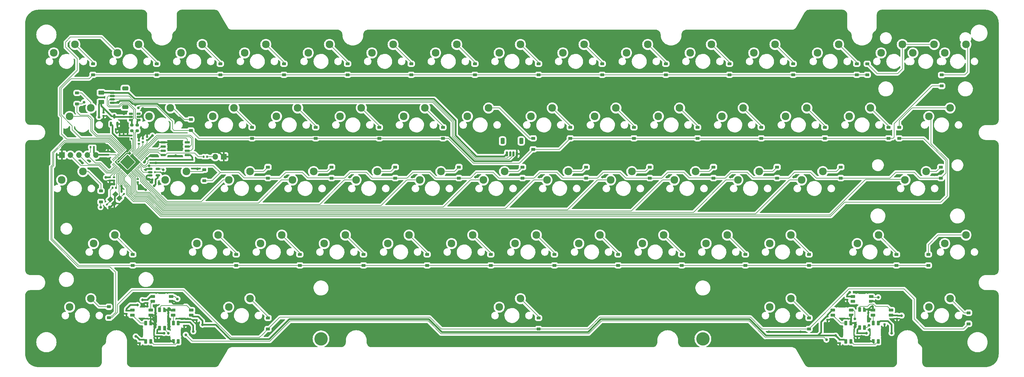
<source format=gbl>
%TF.GenerationSoftware,KiCad,Pcbnew,(7.0.0-0)*%
%TF.CreationDate,2023-06-04T16:03:24-07:00*%
%TF.ProjectId,popstar_plateless_no_flex_cut,706f7073-7461-4725-9f70-6c6174656c65,rev?*%
%TF.SameCoordinates,Original*%
%TF.FileFunction,Copper,L2,Bot*%
%TF.FilePolarity,Positive*%
%FSLAX46Y46*%
G04 Gerber Fmt 4.6, Leading zero omitted, Abs format (unit mm)*
G04 Created by KiCad (PCBNEW (7.0.0-0)) date 2023-06-04 16:03:24*
%MOMM*%
%LPD*%
G01*
G04 APERTURE LIST*
G04 Aperture macros list*
%AMRoundRect*
0 Rectangle with rounded corners*
0 $1 Rounding radius*
0 $2 $3 $4 $5 $6 $7 $8 $9 X,Y pos of 4 corners*
0 Add a 4 corners polygon primitive as box body*
4,1,4,$2,$3,$4,$5,$6,$7,$8,$9,$2,$3,0*
0 Add four circle primitives for the rounded corners*
1,1,$1+$1,$2,$3*
1,1,$1+$1,$4,$5*
1,1,$1+$1,$6,$7*
1,1,$1+$1,$8,$9*
0 Add four rect primitives between the rounded corners*
20,1,$1+$1,$2,$3,$4,$5,0*
20,1,$1+$1,$4,$5,$6,$7,0*
20,1,$1+$1,$6,$7,$8,$9,0*
20,1,$1+$1,$8,$9,$2,$3,0*%
%AMRotRect*
0 Rectangle, with rotation*
0 The origin of the aperture is its center*
0 $1 length*
0 $2 width*
0 $3 Rotation angle, in degrees counterclockwise*
0 Add horizontal line*
21,1,$1,$2,0,0,$3*%
%AMFreePoly0*
4,1,18,-0.410000,0.593000,-0.403758,0.624380,-0.385983,0.650983,-0.359380,0.668758,-0.328000,0.675000,0.328000,0.675000,0.359380,0.668758,0.385983,0.650983,0.403758,0.624380,0.410000,0.593000,0.410000,-0.593000,0.403758,-0.624380,0.385983,-0.650983,0.359380,-0.668758,0.328000,-0.675000,0.000000,-0.675000,-0.410000,-0.265000,-0.410000,0.593000,-0.410000,0.593000,$1*%
G04 Aperture macros list end*
%TA.AperFunction,ComponentPad*%
%ADD10C,2.300000*%
%TD*%
%TA.AperFunction,ComponentPad*%
%ADD11C,4.000000*%
%TD*%
%TA.AperFunction,SMDPad,CuDef*%
%ADD12RoundRect,0.140000X0.170000X-0.140000X0.170000X0.140000X-0.170000X0.140000X-0.170000X-0.140000X0*%
%TD*%
%TA.AperFunction,SMDPad,CuDef*%
%ADD13RoundRect,0.140000X0.219203X0.021213X0.021213X0.219203X-0.219203X-0.021213X-0.021213X-0.219203X0*%
%TD*%
%TA.AperFunction,ComponentPad*%
%ADD14R,1.700000X1.700000*%
%TD*%
%TA.AperFunction,ComponentPad*%
%ADD15O,1.700000X1.700000*%
%TD*%
%TA.AperFunction,SMDPad,CuDef*%
%ADD16RoundRect,0.225000X0.375000X-0.225000X0.375000X0.225000X-0.375000X0.225000X-0.375000X-0.225000X0*%
%TD*%
%TA.AperFunction,SMDPad,CuDef*%
%ADD17RoundRect,0.150000X-0.650000X-0.150000X0.650000X-0.150000X0.650000X0.150000X-0.650000X0.150000X0*%
%TD*%
%TA.AperFunction,SMDPad,CuDef*%
%ADD18RoundRect,0.200000X-0.275000X0.200000X-0.275000X-0.200000X0.275000X-0.200000X0.275000X0.200000X0*%
%TD*%
%TA.AperFunction,SMDPad,CuDef*%
%ADD19RoundRect,0.150000X-0.150000X-0.625000X0.150000X-0.625000X0.150000X0.625000X-0.150000X0.625000X0*%
%TD*%
%TA.AperFunction,SMDPad,CuDef*%
%ADD20RoundRect,0.250000X-0.350000X-0.650000X0.350000X-0.650000X0.350000X0.650000X-0.350000X0.650000X0*%
%TD*%
%TA.AperFunction,SMDPad,CuDef*%
%ADD21RoundRect,0.140000X-0.170000X0.140000X-0.170000X-0.140000X0.170000X-0.140000X0.170000X0.140000X0*%
%TD*%
%TA.AperFunction,SMDPad,CuDef*%
%ADD22RoundRect,0.050000X0.309359X-0.238649X-0.238649X0.309359X-0.309359X0.238649X0.238649X-0.309359X0*%
%TD*%
%TA.AperFunction,SMDPad,CuDef*%
%ADD23RoundRect,0.050000X0.309359X0.238649X0.238649X0.309359X-0.309359X-0.238649X-0.238649X-0.309359X0*%
%TD*%
%TA.AperFunction,ComponentPad*%
%ADD24C,0.600000*%
%TD*%
%TA.AperFunction,SMDPad,CuDef*%
%ADD25RoundRect,0.144000X2.059095X0.000000X0.000000X2.059095X-2.059095X0.000000X0.000000X-2.059095X0*%
%TD*%
%TA.AperFunction,SMDPad,CuDef*%
%ADD26RoundRect,0.150000X0.150000X-0.512500X0.150000X0.512500X-0.150000X0.512500X-0.150000X-0.512500X0*%
%TD*%
%TA.AperFunction,SMDPad,CuDef*%
%ADD27RoundRect,0.082000X0.593000X-0.328000X0.593000X0.328000X-0.593000X0.328000X-0.593000X-0.328000X0*%
%TD*%
%TA.AperFunction,SMDPad,CuDef*%
%ADD28FreePoly0,90.000000*%
%TD*%
%TA.AperFunction,SMDPad,CuDef*%
%ADD29RoundRect,0.250000X-0.625000X0.375000X-0.625000X-0.375000X0.625000X-0.375000X0.625000X0.375000X0*%
%TD*%
%TA.AperFunction,SMDPad,CuDef*%
%ADD30RoundRect,0.135000X-0.135000X-0.185000X0.135000X-0.185000X0.135000X0.185000X-0.135000X0.185000X0*%
%TD*%
%TA.AperFunction,SMDPad,CuDef*%
%ADD31RoundRect,0.150000X-0.625000X0.150000X-0.625000X-0.150000X0.625000X-0.150000X0.625000X0.150000X0*%
%TD*%
%TA.AperFunction,SMDPad,CuDef*%
%ADD32RoundRect,0.250000X-0.650000X0.350000X-0.650000X-0.350000X0.650000X-0.350000X0.650000X0.350000X0*%
%TD*%
%TA.AperFunction,SMDPad,CuDef*%
%ADD33RoundRect,0.082000X-0.328000X-0.593000X0.328000X-0.593000X0.328000X0.593000X-0.328000X0.593000X0*%
%TD*%
%TA.AperFunction,SMDPad,CuDef*%
%ADD34FreePoly0,0.000000*%
%TD*%
%TA.AperFunction,SMDPad,CuDef*%
%ADD35RoundRect,0.082000X-0.593000X0.328000X-0.593000X-0.328000X0.593000X-0.328000X0.593000X0.328000X0*%
%TD*%
%TA.AperFunction,SMDPad,CuDef*%
%ADD36FreePoly0,270.000000*%
%TD*%
%TA.AperFunction,SMDPad,CuDef*%
%ADD37RoundRect,0.140000X-0.140000X-0.170000X0.140000X-0.170000X0.140000X0.170000X-0.140000X0.170000X0*%
%TD*%
%TA.AperFunction,SMDPad,CuDef*%
%ADD38RoundRect,0.082000X0.328000X0.593000X-0.328000X0.593000X-0.328000X-0.593000X0.328000X-0.593000X0*%
%TD*%
%TA.AperFunction,SMDPad,CuDef*%
%ADD39FreePoly0,180.000000*%
%TD*%
%TA.AperFunction,SMDPad,CuDef*%
%ADD40RotRect,1.400000X1.200000X45.000000*%
%TD*%
%TA.AperFunction,SMDPad,CuDef*%
%ADD41RoundRect,0.140000X0.140000X0.170000X-0.140000X0.170000X-0.140000X-0.170000X0.140000X-0.170000X0*%
%TD*%
%TA.AperFunction,SMDPad,CuDef*%
%ADD42RoundRect,0.140000X-0.219203X-0.021213X-0.021213X-0.219203X0.219203X0.021213X0.021213X0.219203X0*%
%TD*%
%TA.AperFunction,SMDPad,CuDef*%
%ADD43RoundRect,0.135000X0.135000X0.185000X-0.135000X0.185000X-0.135000X-0.185000X0.135000X-0.185000X0*%
%TD*%
%TA.AperFunction,SMDPad,CuDef*%
%ADD44RoundRect,0.150000X0.475000X0.150000X-0.475000X0.150000X-0.475000X-0.150000X0.475000X-0.150000X0*%
%TD*%
%TA.AperFunction,SMDPad,CuDef*%
%ADD45RoundRect,0.150000X-0.512500X-0.150000X0.512500X-0.150000X0.512500X0.150000X-0.512500X0.150000X0*%
%TD*%
%TA.AperFunction,ViaPad*%
%ADD46C,0.800000*%
%TD*%
%TA.AperFunction,ViaPad*%
%ADD47C,0.600000*%
%TD*%
%TA.AperFunction,Conductor*%
%ADD48C,0.200000*%
%TD*%
%TA.AperFunction,Conductor*%
%ADD49C,0.500000*%
%TD*%
G04 APERTURE END LIST*
D10*
%TO.P,SW3,1,1*%
%TO.N,COL01*%
X56515000Y-38735000D03*
%TO.P,SW3,2,2*%
%TO.N,Net-(D14-A)*%
X62865000Y-36195000D03*
%TD*%
%TO.P,SW9,1,1*%
%TO.N,COL07*%
X170815000Y-38735000D03*
%TO.P,SW9,2,2*%
%TO.N,Net-(D20-A)*%
X177165000Y-36195000D03*
%TD*%
%TO.P,SW15,1,1*%
%TO.N,COL13*%
X294640000Y-38735000D03*
%TO.P,SW15,2,2*%
%TO.N,Net-(D26-A)*%
X300990000Y-36195000D03*
%TD*%
%TO.P,SW22,1,1*%
%TO.N,COL05*%
X142240000Y-57785000D03*
%TO.P,SW22,2,2*%
%TO.N,Net-(D32-A)*%
X148590000Y-55245000D03*
%TD*%
%TO.P,SW55,1,1*%
%TO.N,COL12*%
X304165000Y-95885000D03*
%TO.P,SW55,2,2*%
%TO.N,Net-(D65-A)*%
X310515000Y-93345000D03*
%TD*%
%TO.P,SW29,1,1*%
%TO.N,COL12*%
X275590000Y-57785000D03*
%TO.P,SW29,2,2*%
%TO.N,Net-(D39-A)*%
X281940000Y-55245000D03*
%TD*%
%TO.P,SW33,1,1*%
%TO.N,COL03*%
X108902500Y-76835000D03*
%TO.P,SW33,2,2*%
%TO.N,Net-(D43-A)*%
X115252500Y-74295000D03*
%TD*%
%TO.P,SW25,1,1*%
%TO.N,COL08*%
X199390000Y-57785000D03*
%TO.P,SW25,2,2*%
%TO.N,Net-(D35-A)*%
X205740000Y-55245000D03*
%TD*%
%TO.P,SW53,1,1*%
%TO.N,COL10*%
X251777500Y-95885000D03*
%TO.P,SW53,2,2*%
%TO.N,Net-(D63-A)*%
X258127500Y-93345000D03*
%TD*%
%TO.P,SW17,1,1*%
%TO.N,COL00*%
X42227500Y-57785000D03*
%TO.P,SW17,2,2*%
%TO.N,Net-(D27-A)*%
X48577500Y-55245000D03*
%TD*%
%TO.P,SW41,1,1*%
%TO.N,COL11*%
X261302500Y-76835000D03*
%TO.P,SW41,2,2*%
%TO.N,Net-(D51-A)*%
X267652500Y-74295000D03*
%TD*%
%TO.P,SW36,1,1*%
%TO.N,COL06*%
X166052500Y-76835000D03*
%TO.P,SW36,2,2*%
%TO.N,Net-(D46-A)*%
X172402500Y-74295000D03*
%TD*%
%TO.P,SW47,2,2*%
%TO.N,Net-(D57-A)*%
X143827500Y-93345000D03*
%TO.P,SW47,1,1*%
%TO.N,COL04*%
X137477500Y-95885000D03*
%TD*%
%TO.P,SW11,1,1*%
%TO.N,COL09*%
X208915000Y-38735000D03*
%TO.P,SW11,2,2*%
%TO.N,Net-(D22-A)*%
X215265000Y-36195000D03*
%TD*%
%TO.P,SW45,1,1*%
%TO.N,COL02*%
X99377500Y-95885000D03*
%TO.P,SW45,2,2*%
%TO.N,Net-(D55-A)*%
X105727500Y-93345000D03*
%TD*%
%TO.P,SW57,1,1*%
%TO.N,COL02*%
X89852500Y-114935000D03*
%TO.P,SW57,2,2*%
%TO.N,Net-(D67-A)*%
X96202500Y-112395000D03*
%TD*%
%TO.P,SW56,1,1*%
%TO.N,COL00*%
X42227500Y-114935000D03*
%TO.P,SW56,2,2*%
%TO.N,Net-(D66-A)*%
X48577500Y-112395000D03*
%TD*%
%TO.P,SW24,1,1*%
%TO.N,COL07*%
X180340000Y-57785000D03*
%TO.P,SW24,2,2*%
%TO.N,Net-(D34-A)*%
X186690000Y-55245000D03*
%TD*%
%TO.P,SW59,1,1*%
%TO.N,COL10*%
X251777500Y-114935000D03*
%TO.P,SW59,2,2*%
%TO.N,Net-(D69-A)*%
X258127500Y-112395000D03*
%TD*%
%TO.P,SW7,1,1*%
%TO.N,COL05*%
X132715000Y-38735000D03*
%TO.P,SW7,2,2*%
%TO.N,Net-(D18-A)*%
X139065000Y-36195000D03*
%TD*%
%TO.P,SW20,1,1*%
%TO.N,COL03*%
X104140000Y-57785000D03*
%TO.P,SW20,2,2*%
%TO.N,Net-(D30-A)*%
X110490000Y-55245000D03*
%TD*%
%TO.P,SW2,1,1*%
%TO.N,COL00*%
X37465000Y-38735000D03*
%TO.P,SW2,2,2*%
%TO.N,Net-(D13-A)*%
X43815000Y-36195000D03*
%TD*%
%TO.P,SW31,1,1*%
%TO.N,COL01*%
X70802500Y-76835000D03*
%TO.P,SW31,2,2*%
%TO.N,Net-(D41-A)*%
X77152500Y-74295000D03*
%TD*%
%TO.P,SW27,1,1*%
%TO.N,COL10*%
X237490000Y-57785000D03*
%TO.P,SW27,2,2*%
%TO.N,Net-(D37-A)*%
X243840000Y-55245000D03*
%TD*%
%TO.P,SW32,1,1*%
%TO.N,COL02*%
X89852500Y-76835000D03*
%TO.P,SW32,2,2*%
%TO.N,Net-(D42-A)*%
X96202500Y-74295000D03*
%TD*%
%TO.P,SW34,1,1*%
%TO.N,COL04*%
X127952500Y-76835000D03*
%TO.P,SW34,2,2*%
%TO.N,Net-(D44-A)*%
X134302500Y-74295000D03*
%TD*%
%TO.P,SW37,1,1*%
%TO.N,COL07*%
X185102500Y-76835000D03*
%TO.P,SW37,2,2*%
%TO.N,Net-(D47-A)*%
X191452500Y-74295000D03*
%TD*%
%TO.P,SW10,1,1*%
%TO.N,COL08*%
X189865000Y-38735000D03*
%TO.P,SW10,2,2*%
%TO.N,Net-(D21-A)*%
X196215000Y-36195000D03*
%TD*%
%TO.P,SW21,1,1*%
%TO.N,COL04*%
X123190000Y-57785000D03*
%TO.P,SW21,2,2*%
%TO.N,Net-(D31-A)*%
X129540000Y-55245000D03*
%TD*%
%TO.P,SW38,1,1*%
%TO.N,COL08*%
X204152500Y-76835000D03*
%TO.P,SW38,2,2*%
%TO.N,Net-(D48-A)*%
X210502500Y-74295000D03*
%TD*%
%TO.P,SW50,1,1*%
%TO.N,COL07*%
X194627500Y-95885000D03*
%TO.P,SW50,2,2*%
%TO.N,Net-(D60-A)*%
X200977500Y-93345000D03*
%TD*%
%TO.P,SW52,1,1*%
%TO.N,COL09*%
X232727500Y-95885000D03*
%TO.P,SW52,2,2*%
%TO.N,Net-(D62-A)*%
X239077500Y-93345000D03*
%TD*%
%TO.P,SW13,1,1*%
%TO.N,COL11*%
X247015000Y-38735000D03*
%TO.P,SW13,2,2*%
%TO.N,Net-(D24-A)*%
X253365000Y-36195000D03*
%TD*%
%TO.P,SW35,2,2*%
%TO.N,Net-(D45-A)*%
X153352500Y-74295000D03*
%TO.P,SW35,1,1*%
%TO.N,COL05*%
X147002500Y-76835000D03*
%TD*%
%TO.P,SW39,1,1*%
%TO.N,COL09*%
X223202500Y-76835000D03*
%TO.P,SW39,2,2*%
%TO.N,Net-(D49-A)*%
X229552500Y-74295000D03*
%TD*%
%TO.P,SW23,1,1*%
%TO.N,COL06*%
X161290000Y-57785000D03*
%TO.P,SW23,2,2*%
%TO.N,Net-(D33-A)*%
X167640000Y-55245000D03*
%TD*%
%TO.P,SW51,1,1*%
%TO.N,COL08*%
X213677500Y-95885000D03*
%TO.P,SW51,2,2*%
%TO.N,Net-(D61-A)*%
X220027500Y-93345000D03*
%TD*%
%TO.P,SW43,1,1*%
%TO.N,COL00*%
X49371250Y-95885000D03*
%TO.P,SW43,2,2*%
%TO.N,Net-(D53-A)*%
X55721250Y-93345000D03*
%TD*%
%TO.P,SW61,1,1*%
%TO.N,COL13*%
X304165000Y-38735000D03*
%TO.P,SW61,2,2*%
%TO.N,Net-(D71-A)*%
X310515000Y-36195000D03*
%TD*%
%TO.P,SW44,1,1*%
%TO.N,COL01*%
X80327500Y-95885000D03*
%TO.P,SW44,2,2*%
%TO.N,Net-(D54-A)*%
X86677500Y-93345000D03*
%TD*%
%TO.P,SW58,1,1*%
%TO.N,COL06*%
X170815000Y-114935000D03*
%TO.P,SW58,2,2*%
%TO.N,Net-(D68-A)*%
X177165000Y-112395000D03*
%TD*%
D11*
%TO.P,S3,*%
%TO.N,*%
X231775000Y-124460000D03*
X117475000Y-124460000D03*
%TD*%
D10*
%TO.P,SW18,1,1*%
%TO.N,COL01*%
X66040000Y-57785000D03*
%TO.P,SW18,2,2*%
%TO.N,Net-(D28-A)*%
X72390000Y-55245000D03*
%TD*%
%TO.P,SW5,1,1*%
%TO.N,COL03*%
X94615000Y-38735000D03*
%TO.P,SW5,2,2*%
%TO.N,Net-(D16-A)*%
X100965000Y-36195000D03*
%TD*%
%TO.P,SW6,1,1*%
%TO.N,COL04*%
X113665000Y-38735000D03*
%TO.P,SW6,2,2*%
%TO.N,Net-(D17-A)*%
X120015000Y-36195000D03*
%TD*%
%TO.P,SW28,1,1*%
%TO.N,COL11*%
X256540000Y-57785000D03*
%TO.P,SW28,2,2*%
%TO.N,Net-(D38-A)*%
X262890000Y-55245000D03*
%TD*%
%TO.P,SW48,1,1*%
%TO.N,COL05*%
X156527500Y-95885000D03*
%TO.P,SW48,2,2*%
%TO.N,Net-(D58-A)*%
X162877500Y-93345000D03*
%TD*%
%TO.P,SW60,1,1*%
%TO.N,COL13*%
X299402500Y-114935000D03*
%TO.P,SW60,2,2*%
%TO.N,Net-(D70-A)*%
X305752500Y-112395000D03*
%TD*%
%TO.P,SW49,1,1*%
%TO.N,COL06*%
X175577500Y-95885000D03*
%TO.P,SW49,2,2*%
%TO.N,Net-(D59-A)*%
X181927500Y-93345000D03*
%TD*%
%TO.P,SW30,1,1*%
%TO.N,COL00*%
X39846250Y-76835000D03*
%TO.P,SW30,2,2*%
%TO.N,Net-(D40-A)*%
X46196250Y-74295000D03*
%TD*%
%TO.P,SW26,1,1*%
%TO.N,COL09*%
X218440000Y-57785000D03*
%TO.P,SW26,2,2*%
%TO.N,Net-(D36-A)*%
X224790000Y-55245000D03*
%TD*%
%TO.P,SW62,1,1*%
%TO.N,COL13*%
X299402500Y-57785000D03*
%TO.P,SW62,2,2*%
%TO.N,Net-(D72-A)*%
X305752500Y-55245000D03*
%TD*%
%TO.P,SW16,1,1*%
%TO.N,COL13*%
X285115000Y-38735000D03*
%TO.P,SW16,2,2*%
%TO.N,Net-(D26-A)*%
X291465000Y-36195000D03*
%TD*%
%TO.P,SW14,1,1*%
%TO.N,COL12*%
X266065000Y-38735000D03*
%TO.P,SW14,2,2*%
%TO.N,Net-(D25-A)*%
X272415000Y-36195000D03*
%TD*%
%TO.P,SW46,1,1*%
%TO.N,COL03*%
X118427500Y-95885000D03*
%TO.P,SW46,2,2*%
%TO.N,Net-(D56-A)*%
X124777500Y-93345000D03*
%TD*%
%TO.P,SW40,1,1*%
%TO.N,COL10*%
X242252500Y-76835000D03*
%TO.P,SW40,2,2*%
%TO.N,Net-(D50-A)*%
X248602500Y-74295000D03*
%TD*%
%TO.P,SW12,1,1*%
%TO.N,COL10*%
X227965000Y-38735000D03*
%TO.P,SW12,2,2*%
%TO.N,Net-(D23-A)*%
X234315000Y-36195000D03*
%TD*%
%TO.P,SW19,1,1*%
%TO.N,COL02*%
X85090000Y-57785000D03*
%TO.P,SW19,2,2*%
%TO.N,Net-(D29-A)*%
X91440000Y-55245000D03*
%TD*%
%TO.P,SW42,1,1*%
%TO.N,COL12*%
X292258750Y-76835000D03*
%TO.P,SW42,2,2*%
%TO.N,Net-(D52-A)*%
X298608750Y-74295000D03*
%TD*%
%TO.P,SW4,1,1*%
%TO.N,COL02*%
X75565000Y-38735000D03*
%TO.P,SW4,2,2*%
%TO.N,Net-(D15-A)*%
X81915000Y-36195000D03*
%TD*%
%TO.P,SW8,1,1*%
%TO.N,COL06*%
X151765000Y-38735000D03*
%TO.P,SW8,2,2*%
%TO.N,Net-(D19-A)*%
X158115000Y-36195000D03*
%TD*%
%TO.P,SW54,1,1*%
%TO.N,COL11*%
X277971250Y-95885000D03*
%TO.P,SW54,2,2*%
%TO.N,Net-(D64-A)*%
X284321250Y-93345000D03*
%TD*%
D12*
%TO.P,C4,1*%
%TO.N,+3V3*%
X57200000Y-64480000D03*
%TO.P,C4,2*%
%TO.N,GND*%
X57200000Y-63520000D03*
%TD*%
D13*
%TO.P,C14,1*%
%TO.N,GND*%
X54057411Y-84871411D03*
%TO.P,C14,2*%
%TO.N,/XTAL_O*%
X53378589Y-84192589D03*
%TD*%
D14*
%TO.P,J2,1,Pin_1*%
%TO.N,GND*%
X39919999Y-69341999D03*
D15*
%TO.P,J2,2,Pin_2*%
%TO.N,SWCLK*%
X42459999Y-69341999D03*
%TO.P,J2,3,Pin_3*%
%TO.N,SWD*%
X44999999Y-69341999D03*
%TO.P,J2,4,Pin_4*%
%TO.N,~{RESET}*%
X47539999Y-69341999D03*
%TO.P,J2,5,Pin_5*%
%TO.N,+3V3*%
X50079999Y-69341999D03*
%TD*%
D16*
%TO.P,D60,1,K*%
%TO.N,ROW3*%
X206375000Y-102456250D03*
%TO.P,D60,2,A*%
%TO.N,Net-(D60-A)*%
X206375000Y-99156250D03*
%TD*%
%TO.P,D53,1,K*%
%TO.N,ROW3*%
X61118750Y-102456250D03*
%TO.P,D53,2,A*%
%TO.N,Net-(D53-A)*%
X61118750Y-99156250D03*
%TD*%
D17*
%TO.P,U4,1,~{CS}*%
%TO.N,CS*%
X70218750Y-69373750D03*
%TO.P,U4,2,DO(IO1)*%
%TO.N,SD1*%
X70218750Y-68103750D03*
%TO.P,U4,3,IO2*%
%TO.N,SD2*%
X70218750Y-66833750D03*
%TO.P,U4,4,GND*%
%TO.N,GND*%
X70218750Y-65563750D03*
%TO.P,U4,5,DI(IO0)*%
%TO.N,SD0*%
X77418750Y-65563750D03*
%TO.P,U4,6,CLK*%
%TO.N,QSPI_CLK*%
X77418750Y-66833750D03*
%TO.P,U4,7,IO3*%
%TO.N,SD3*%
X77418750Y-68103750D03*
%TO.P,U4,8,VCC*%
%TO.N,+3V3*%
X77418750Y-69373750D03*
%TD*%
D16*
%TO.P,D28,1,K*%
%TO.N,ROW1*%
X78500000Y-61975000D03*
%TO.P,D28,2,A*%
%TO.N,Net-(D28-A)*%
X78500000Y-58675000D03*
%TD*%
%TO.P,D34,1,K*%
%TO.N,ROW1*%
X192087500Y-64356250D03*
%TO.P,D34,2,A*%
%TO.N,Net-(D34-A)*%
X192087500Y-61056250D03*
%TD*%
%TO.P,D19,1,K*%
%TO.N,ROW0*%
X163512500Y-45306250D03*
%TO.P,D19,2,A*%
%TO.N,Net-(D19-A)*%
X163512500Y-42006250D03*
%TD*%
%TO.P,D26,1,K*%
%TO.N,ROW0*%
X280987500Y-45306250D03*
%TO.P,D26,2,A*%
%TO.N,Net-(D26-A)*%
X280987500Y-42006250D03*
%TD*%
%TO.P,D18,1,K*%
%TO.N,ROW0*%
X144462500Y-45306250D03*
%TO.P,D18,2,A*%
%TO.N,Net-(D18-A)*%
X144462500Y-42006250D03*
%TD*%
D18*
%TO.P,R2,1*%
%TO.N,D_P*%
X62484000Y-60425000D03*
%TO.P,R2,2*%
%TO.N,/D_+*%
X62484000Y-62075000D03*
%TD*%
D19*
%TO.P,J1,1,Pin_1*%
%TO.N,VBUS*%
X173100000Y-69000000D03*
%TO.P,J1,2,Pin_2*%
%TO.N,D_N*%
X174100000Y-69000000D03*
%TO.P,J1,3,Pin_3*%
%TO.N,D_P*%
X175100000Y-69000000D03*
%TO.P,J1,4,Pin_4*%
%TO.N,GND*%
X176100000Y-69000000D03*
D20*
%TO.P,J1,MP*%
%TO.N,N/C*%
X171800000Y-65125000D03*
X177400000Y-65125000D03*
%TD*%
D16*
%TO.P,D22,1,K*%
%TO.N,ROW0*%
X220662500Y-45306250D03*
%TO.P,D22,2,A*%
%TO.N,Net-(D22-A)*%
X220662500Y-42006250D03*
%TD*%
D21*
%TO.P,C23,1*%
%TO.N,5V*%
X80250000Y-117820000D03*
%TO.P,C23,2*%
%TO.N,GND*%
X80250000Y-118780000D03*
%TD*%
D16*
%TO.P,D72,1,K*%
%TO.N,ROW2*%
X290512500Y-64356250D03*
%TO.P,D72,2,A*%
%TO.N,Net-(D72-A)*%
X290512500Y-61056250D03*
%TD*%
%TO.P,D51,1,K*%
%TO.N,ROW2*%
X273050000Y-76262500D03*
%TO.P,D51,2,A*%
%TO.N,Net-(D51-A)*%
X273050000Y-72962500D03*
%TD*%
%TO.P,D31,1,K*%
%TO.N,ROW1*%
X134937500Y-64356250D03*
%TO.P,D31,2,A*%
%TO.N,Net-(D31-A)*%
X134937500Y-61056250D03*
%TD*%
%TO.P,D27,1,K*%
%TO.N,ROW1*%
X44450000Y-54037500D03*
%TO.P,D27,2,A*%
%TO.N,Net-(D27-A)*%
X44450000Y-50737500D03*
%TD*%
%TO.P,D54,1,K*%
%TO.N,ROW3*%
X92075000Y-102456250D03*
%TO.P,D54,2,A*%
%TO.N,Net-(D54-A)*%
X92075000Y-99156250D03*
%TD*%
D21*
%TO.P,C5,1*%
%TO.N,+3V3*%
X66421000Y-70767000D03*
%TO.P,C5,2*%
%TO.N,GND*%
X66421000Y-71727000D03*
%TD*%
D16*
%TO.P,D67,1,K*%
%TO.N,ROW4*%
X101600000Y-121506250D03*
%TO.P,D67,2,A*%
%TO.N,Net-(D67-A)*%
X101600000Y-118206250D03*
%TD*%
%TO.P,D40,2,A*%
%TO.N,Net-(D40-A)*%
X51593750Y-80106250D03*
%TO.P,D40,1,K*%
%TO.N,ROW2*%
X51593750Y-83406250D03*
%TD*%
%TO.P,D46,1,K*%
%TO.N,ROW2*%
X177800000Y-76262500D03*
%TO.P,D46,2,A*%
%TO.N,Net-(D46-A)*%
X177800000Y-72962500D03*
%TD*%
%TO.P,D42,1,K*%
%TO.N,ROW2*%
X101600000Y-76262500D03*
%TO.P,D42,2,A*%
%TO.N,Net-(D42-A)*%
X101600000Y-72962500D03*
%TD*%
%TO.P,D17,1,K*%
%TO.N,ROW0*%
X125412500Y-45306250D03*
%TO.P,D17,2,A*%
%TO.N,Net-(D17-A)*%
X125412500Y-42006250D03*
%TD*%
%TO.P,D41,1,K*%
%TO.N,ROW2*%
X82550000Y-77056250D03*
%TO.P,D41,2,A*%
%TO.N,Net-(D41-A)*%
X82550000Y-73756250D03*
%TD*%
%TO.P,D69,1,K*%
%TO.N,ROW4*%
X263525000Y-121506250D03*
%TO.P,D69,2,A*%
%TO.N,Net-(D69-A)*%
X263525000Y-118206250D03*
%TD*%
D22*
%TO.P,U6,1,IOVDD*%
%TO.N,+3V3*%
X63800407Y-72029702D03*
%TO.P,U6,2,GPIO0*%
%TO.N,ROW2*%
X63517564Y-72312545D03*
%TO.P,U6,3,GPIO1*%
%TO.N,ARGB_3V3*%
X63234722Y-72595387D03*
%TO.P,U6,4,GPIO2*%
%TO.N,unconnected-(U6-GPIO2-Pad4)*%
X62951879Y-72878230D03*
%TO.P,U6,5,GPIO3*%
%TO.N,unconnected-(U6-GPIO3-Pad5)*%
X62669036Y-73161073D03*
%TO.P,U6,6,GPIO4*%
%TO.N,COL02*%
X62386194Y-73443915D03*
%TO.P,U6,7,GPIO5*%
%TO.N,COL03*%
X62103351Y-73726758D03*
%TO.P,U6,8,GPIO6*%
%TO.N,COL04*%
X61820508Y-74009601D03*
%TO.P,U6,9,GPIO7*%
%TO.N,COL05*%
X61537665Y-74292444D03*
%TO.P,U6,10,IOVDD*%
%TO.N,+3V3*%
X61254823Y-74575286D03*
%TO.P,U6,11,GPIO8*%
%TO.N,COL06*%
X60971980Y-74858129D03*
%TO.P,U6,12,GPIO9*%
%TO.N,COL07*%
X60689137Y-75140972D03*
%TO.P,U6,13,GPIO10*%
%TO.N,COL08*%
X60406295Y-75423814D03*
%TO.P,U6,14,GPIO11*%
%TO.N,COL09*%
X60123452Y-75706657D03*
D23*
%TO.P,U6,15,GPIO12*%
%TO.N,COL10*%
X58939048Y-75706657D03*
%TO.P,U6,16,GPIO13*%
%TO.N,COL11*%
X58656205Y-75423814D03*
%TO.P,U6,17,GPIO14*%
%TO.N,COL12*%
X58373363Y-75140972D03*
%TO.P,U6,18,GPIO15*%
%TO.N,COL13*%
X58090520Y-74858129D03*
%TO.P,U6,19,TESTEN*%
%TO.N,GND*%
X57807677Y-74575286D03*
%TO.P,U6,20,XTAL_IN*%
%TO.N,XTAL_IN*%
X57524835Y-74292444D03*
%TO.P,U6,21,XTAL_OUT*%
%TO.N,XTAL_OUT*%
X57241992Y-74009601D03*
%TO.P,U6,22,IOVDD*%
%TO.N,+3V3*%
X56959149Y-73726758D03*
%TO.P,U6,23,DVDD*%
%TO.N,+1V1*%
X56676306Y-73443915D03*
%TO.P,U6,24,SWCLK*%
%TO.N,SWCLK*%
X56393464Y-73161073D03*
%TO.P,U6,25,SWDIO*%
%TO.N,SWD*%
X56110621Y-72878230D03*
%TO.P,U6,26,~{RUN}*%
%TO.N,~{RESET}*%
X55827778Y-72595387D03*
%TO.P,U6,27,GPIO16*%
%TO.N,unconnected-(U6-GPIO16-Pad27)*%
X55544936Y-72312545D03*
%TO.P,U6,28,GPIO17*%
%TO.N,unconnected-(U6-GPIO17-Pad28)*%
X55262093Y-72029702D03*
D22*
%TO.P,U6,29,GPIO18*%
%TO.N,unconnected-(U6-GPIO18-Pad29)*%
X55262093Y-70845298D03*
%TO.P,U6,30,GPIO19*%
%TO.N,unconnected-(U6-GPIO19-Pad30)*%
X55544936Y-70562455D03*
%TO.P,U6,31,GPIO20*%
%TO.N,unconnected-(U6-GPIO20-Pad31)*%
X55827778Y-70279613D03*
%TO.P,U6,32,GPIO21*%
%TO.N,unconnected-(U6-GPIO21-Pad32)*%
X56110621Y-69996770D03*
%TO.P,U6,33,IOVDD*%
%TO.N,+3V3*%
X56393464Y-69713927D03*
%TO.P,U6,34,GPIO22*%
%TO.N,unconnected-(U6-GPIO22-Pad34)*%
X56676306Y-69431085D03*
%TO.P,U6,35,GPIO23*%
%TO.N,unconnected-(U6-GPIO23-Pad35)*%
X56959149Y-69148242D03*
%TO.P,U6,36,GPIO24*%
%TO.N,ROW3*%
X57241992Y-68865399D03*
%TO.P,U6,37,GPIO25*%
%TO.N,ROW4*%
X57524835Y-68582556D03*
%TO.P,U6,38,GPIO26/ADC0*%
%TO.N,COL01*%
X57807677Y-68299714D03*
%TO.P,U6,39,GPIO27/ADC1*%
%TO.N,ROW0*%
X58090520Y-68016871D03*
%TO.P,U6,40,GPIO28/ADC2*%
%TO.N,COL00*%
X58373363Y-67734028D03*
%TO.P,U6,41,GPIO29/ADC3*%
%TO.N,ROW1*%
X58656205Y-67451186D03*
%TO.P,U6,42,IOVDD*%
%TO.N,+3V3*%
X58939048Y-67168343D03*
D23*
%TO.P,U6,43,ADC_AVDD*%
X60123452Y-67168343D03*
%TO.P,U6,44,VREG_VIN*%
X60406295Y-67451186D03*
%TO.P,U6,45,VREG_VOUT*%
%TO.N,+1V1*%
X60689137Y-67734028D03*
%TO.P,U6,46,D-*%
%TO.N,/D_-*%
X60971980Y-68016871D03*
%TO.P,U6,47,D+*%
%TO.N,/D_+*%
X61254823Y-68299714D03*
%TO.P,U6,48,USB_VDD*%
%TO.N,+3V3*%
X61537665Y-68582556D03*
%TO.P,U6,49,IOVDD*%
X61820508Y-68865399D03*
%TO.P,U6,50,DVDD*%
%TO.N,+1V1*%
X62103351Y-69148242D03*
%TO.P,U6,51,QSPI_SD3*%
%TO.N,SD3*%
X62386194Y-69431085D03*
%TO.P,U6,52,QSPI_SCLK*%
%TO.N,QSPI_CLK*%
X62669036Y-69713927D03*
%TO.P,U6,53,QSPI_SD0*%
%TO.N,SD0*%
X62951879Y-69996770D03*
%TO.P,U6,54,QSPI_SD2*%
%TO.N,SD2*%
X63234722Y-70279613D03*
%TO.P,U6,55,QSPI_SD1*%
%TO.N,SD1*%
X63517564Y-70562455D03*
%TO.P,U6,56,QSPI_SS_N*%
%TO.N,CS*%
X63800407Y-70845298D03*
D24*
%TO.P,U6,57,GND*%
%TO.N,GND*%
X59531250Y-73240622D03*
X60432811Y-72339061D03*
X61334372Y-71437500D03*
X58629689Y-72339061D03*
X59531250Y-71437500D03*
D25*
X59531250Y-71437500D03*
D24*
X60432811Y-70535939D03*
X57728128Y-71437500D03*
X58629689Y-70535939D03*
X59531250Y-69634378D03*
%TD*%
D16*
%TO.P,D37,1,K*%
%TO.N,ROW1*%
X249237500Y-64356250D03*
%TO.P,D37,2,A*%
%TO.N,Net-(D37-A)*%
X249237500Y-61056250D03*
%TD*%
%TO.P,D15,1,K*%
%TO.N,ROW0*%
X87312500Y-45306250D03*
%TO.P,D15,2,A*%
%TO.N,Net-(D15-A)*%
X87312500Y-42006250D03*
%TD*%
D12*
%TO.P,C10,1*%
%TO.N,+3V3*%
X59600000Y-64480000D03*
%TO.P,C10,2*%
%TO.N,GND*%
X59600000Y-63520000D03*
%TD*%
D16*
%TO.P,D35,1,K*%
%TO.N,ROW1*%
X211137500Y-64356250D03*
%TO.P,D35,2,A*%
%TO.N,Net-(D35-A)*%
X211137500Y-61056250D03*
%TD*%
D26*
%TO.P,U2,1,GND*%
%TO.N,GND*%
X56512500Y-60065500D03*
%TO.P,U2,2,VO*%
%TO.N,+3V3*%
X54612500Y-60065500D03*
%TO.P,U2,3,VI*%
%TO.N,5V*%
X55562500Y-57790500D03*
%TD*%
D16*
%TO.P,D44,1,K*%
%TO.N,ROW2*%
X139700000Y-76262500D03*
%TO.P,D44,2,A*%
%TO.N,Net-(D44-A)*%
X139700000Y-72962500D03*
%TD*%
D21*
%TO.P,C25,1*%
%TO.N,5V*%
X269000000Y-117770000D03*
%TO.P,C25,2*%
%TO.N,GND*%
X269000000Y-118730000D03*
%TD*%
D12*
%TO.P,C11,1*%
%TO.N,+3V3*%
X62992000Y-66012000D03*
%TO.P,C11,2*%
%TO.N,GND*%
X62992000Y-65052000D03*
%TD*%
D16*
%TO.P,D56,1,K*%
%TO.N,ROW3*%
X130175000Y-102456250D03*
%TO.P,D56,2,A*%
%TO.N,Net-(D56-A)*%
X130175000Y-99156250D03*
%TD*%
D27*
%TO.P,D12,1,VDD*%
%TO.N,5V*%
X276675000Y-111750000D03*
%TO.P,D12,2,DOUT*%
%TO.N,unconnected-(D12-DOUT-Pad2)*%
X276675000Y-113250000D03*
%TO.P,D12,3,DIN*%
%TO.N,Net-(D11-DOUT)*%
X282125000Y-111750000D03*
D28*
%TO.P,D12,4,VSS*%
%TO.N,GND*%
X282124999Y-113249999D03*
%TD*%
D27*
%TO.P,D1,1,VDD*%
%TO.N,5V*%
X67125000Y-111750000D03*
%TO.P,D1,2,DOUT*%
%TO.N,Net-(D1-DOUT)*%
X67125000Y-113250000D03*
%TO.P,D1,3,DIN*%
%TO.N,ARGB_5V*%
X72575000Y-111750000D03*
D28*
%TO.P,D1,4,VSS*%
%TO.N,GND*%
X72574999Y-113249999D03*
%TD*%
D16*
%TO.P,D30,1,K*%
%TO.N,ROW1*%
X115887500Y-64356250D03*
%TO.P,D30,2,A*%
%TO.N,Net-(D30-A)*%
X115887500Y-61056250D03*
%TD*%
%TO.P,D49,1,K*%
%TO.N,ROW2*%
X234950000Y-76262500D03*
%TO.P,D49,2,A*%
%TO.N,Net-(D49-A)*%
X234950000Y-72962500D03*
%TD*%
D27*
%TO.P,D2,1,VDD*%
%TO.N,5V*%
X61025000Y-115850000D03*
%TO.P,D2,2,DOUT*%
%TO.N,Net-(D2-DOUT)*%
X61025000Y-117350000D03*
%TO.P,D2,3,DIN*%
%TO.N,Net-(D1-DOUT)*%
X66475000Y-115850000D03*
D28*
%TO.P,D2,4,VSS*%
%TO.N,GND*%
X66474999Y-117349999D03*
%TD*%
D16*
%TO.P,D43,1,K*%
%TO.N,ROW2*%
X120650000Y-76262500D03*
%TO.P,D43,2,A*%
%TO.N,Net-(D43-A)*%
X120650000Y-72962500D03*
%TD*%
%TO.P,D58,1,K*%
%TO.N,ROW3*%
X168275000Y-102456250D03*
%TO.P,D58,2,A*%
%TO.N,Net-(D58-A)*%
X168275000Y-99156250D03*
%TD*%
D21*
%TO.P,C24,1*%
%TO.N,5V*%
X68500000Y-122770000D03*
%TO.P,C24,2*%
%TO.N,GND*%
X68500000Y-123730000D03*
%TD*%
D12*
%TO.P,C6,1*%
%TO.N,+3V3*%
X58400000Y-64480000D03*
%TO.P,C6,2*%
%TO.N,GND*%
X58400000Y-63520000D03*
%TD*%
D29*
%TO.P,F1,1*%
%TO.N,VBUS*%
X51689000Y-50670000D03*
%TO.P,F1,2*%
%TO.N,5V*%
X51689000Y-53470000D03*
%TD*%
D16*
%TO.P,D63,1,K*%
%TO.N,ROW3*%
X263525000Y-102456250D03*
%TO.P,D63,2,A*%
%TO.N,Net-(D63-A)*%
X263525000Y-99156250D03*
%TD*%
%TO.P,D16,1,K*%
%TO.N,ROW0*%
X106362500Y-45306250D03*
%TO.P,D16,2,A*%
%TO.N,Net-(D16-A)*%
X106362500Y-42006250D03*
%TD*%
%TO.P,D29,1,K*%
%TO.N,ROW1*%
X96837500Y-64356250D03*
%TO.P,D29,2,A*%
%TO.N,Net-(D29-A)*%
X96837500Y-61056250D03*
%TD*%
D12*
%TO.P,C2,1*%
%TO.N,+1V1*%
X60770000Y-64480000D03*
%TO.P,C2,2*%
%TO.N,GND*%
X60770000Y-63520000D03*
%TD*%
D21*
%TO.P,C19,1*%
%TO.N,5V*%
X65500000Y-112770000D03*
%TO.P,C19,2*%
%TO.N,GND*%
X65500000Y-113730000D03*
%TD*%
D30*
%TO.P,R4,1*%
%TO.N,/XTAL_O*%
X55113000Y-79198000D03*
%TO.P,R4,2*%
%TO.N,XTAL_OUT*%
X56133000Y-79198000D03*
%TD*%
D16*
%TO.P,D38,1,K*%
%TO.N,ROW1*%
X268287500Y-64356250D03*
%TO.P,D38,2,A*%
%TO.N,Net-(D38-A)*%
X268287500Y-61056250D03*
%TD*%
D21*
%TO.P,C20,1*%
%TO.N,5V*%
X59250000Y-116020000D03*
%TO.P,C20,2*%
%TO.N,GND*%
X59250000Y-116980000D03*
%TD*%
D31*
%TO.P,J1,1,Pin_1*%
%TO.N,VBUS*%
X55023000Y-50697000D03*
%TO.P,J1,2,Pin_2*%
%TO.N,D_N*%
X55023000Y-51697000D03*
%TO.P,J1,3,Pin_3*%
%TO.N,D_P*%
X55023000Y-52697000D03*
%TO.P,J1,4,Pin_4*%
%TO.N,GND*%
X55023000Y-53697000D03*
D32*
%TO.P,J1,MP*%
%TO.N,N/C*%
X58898000Y-49397000D03*
X58898000Y-54997000D03*
%TD*%
D16*
%TO.P,D55,1,K*%
%TO.N,ROW3*%
X111125000Y-102456250D03*
%TO.P,D55,2,A*%
%TO.N,Net-(D55-A)*%
X111125000Y-99156250D03*
%TD*%
%TO.P,D68,1,K*%
%TO.N,ROW4*%
X182562500Y-121506250D03*
%TO.P,D68,2,A*%
%TO.N,Net-(D68-A)*%
X182562500Y-118206250D03*
%TD*%
%TO.P,D62,1,K*%
%TO.N,ROW3*%
X244475000Y-102456250D03*
%TO.P,D62,2,A*%
%TO.N,Net-(D62-A)*%
X244475000Y-99156250D03*
%TD*%
D21*
%TO.P,C27,1*%
%TO.N,5V*%
X286100000Y-119120000D03*
%TO.P,C27,2*%
%TO.N,GND*%
X286100000Y-120080000D03*
%TD*%
%TO.P,C3,1*%
%TO.N,+1V1*%
X54229000Y-76033750D03*
%TO.P,C3,2*%
%TO.N,GND*%
X54229000Y-76993750D03*
%TD*%
D16*
%TO.P,D47,1,K*%
%TO.N,ROW2*%
X196850000Y-76262500D03*
%TO.P,D47,2,A*%
%TO.N,Net-(D47-A)*%
X196850000Y-72962500D03*
%TD*%
%TO.P,D21,1,K*%
%TO.N,ROW0*%
X201612500Y-45306250D03*
%TO.P,D21,2,A*%
%TO.N,Net-(D21-A)*%
X201612500Y-42006250D03*
%TD*%
D21*
%TO.P,C12,1*%
%TO.N,+3V3*%
X62611000Y-76520000D03*
%TO.P,C12,2*%
%TO.N,GND*%
X62611000Y-77480000D03*
%TD*%
D12*
%TO.P,C1,1*%
%TO.N,+1V1*%
X65405000Y-64869000D03*
%TO.P,C1,2*%
%TO.N,GND*%
X65405000Y-63909000D03*
%TD*%
D33*
%TO.P,D4,1,VDD*%
%TO.N,5V*%
X74750000Y-119775000D03*
%TO.P,D4,2,DOUT*%
%TO.N,Net-(D4-DOUT)*%
X73250000Y-119775000D03*
%TO.P,D4,3,DIN*%
%TO.N,Net-(D3-DOUT)*%
X74750000Y-125225000D03*
D34*
%TO.P,D4,4,VSS*%
%TO.N,GND*%
X73249999Y-125224999D03*
%TD*%
D35*
%TO.P,D5,1,VDD*%
%TO.N,5V*%
X78625000Y-117350000D03*
%TO.P,D5,2,DOUT*%
%TO.N,Net-(D5-DOUT)*%
X78625000Y-115850000D03*
%TO.P,D5,3,DIN*%
%TO.N,Net-(D4-DOUT)*%
X73175000Y-117350000D03*
D36*
%TO.P,D5,4,VSS*%
%TO.N,GND*%
X73174999Y-115849999D03*
%TD*%
D37*
%TO.P,C16,1*%
%TO.N,+3V3*%
X55082500Y-61690250D03*
%TO.P,C16,2*%
%TO.N,GND*%
X56042500Y-61690250D03*
%TD*%
D38*
%TO.P,D8,1,VDD*%
%TO.N,5V*%
X274550000Y-125225000D03*
%TO.P,D8,2,DOUT*%
%TO.N,Net-(D8-DOUT)*%
X276050000Y-125225000D03*
%TO.P,D8,3,DIN*%
%TO.N,Net-(D7-DOUT)*%
X274550000Y-119775000D03*
D39*
%TO.P,D8,4,VSS*%
%TO.N,GND*%
X276049999Y-119774999D03*
%TD*%
D16*
%TO.P,D39,1,K*%
%TO.N,ROW1*%
X287337500Y-64356250D03*
%TO.P,D39,2,A*%
%TO.N,Net-(D39-A)*%
X287337500Y-61056250D03*
%TD*%
%TO.P,D45,1,K*%
%TO.N,ROW2*%
X158750000Y-76262500D03*
%TO.P,D45,2,A*%
%TO.N,Net-(D45-A)*%
X158750000Y-72962500D03*
%TD*%
%TO.P,D70,1,K*%
%TO.N,ROW4*%
X311300000Y-119950000D03*
%TO.P,D70,2,A*%
%TO.N,Net-(D70-A)*%
X311300000Y-116650000D03*
%TD*%
D21*
%TO.P,C26,1*%
%TO.N,5V*%
X272750000Y-124770000D03*
%TO.P,C26,2*%
%TO.N,GND*%
X272750000Y-125730000D03*
%TD*%
D27*
%TO.P,D7,1,VDD*%
%TO.N,5V*%
X270675000Y-115850000D03*
%TO.P,D7,2,DOUT*%
%TO.N,Net-(D7-DOUT)*%
X270675000Y-117350000D03*
%TO.P,D7,3,DIN*%
%TO.N,Net-(D6-DOUT)*%
X276125000Y-115850000D03*
D28*
%TO.P,D7,4,VSS*%
%TO.N,GND*%
X276124999Y-117349999D03*
%TD*%
D12*
%TO.P,C8,1*%
%TO.N,+3V3*%
X53721000Y-69314000D03*
%TO.P,C8,2*%
%TO.N,GND*%
X53721000Y-68354000D03*
%TD*%
D16*
%TO.P,D61,1,K*%
%TO.N,ROW3*%
X225425000Y-102456250D03*
%TO.P,D61,2,A*%
%TO.N,Net-(D61-A)*%
X225425000Y-99156250D03*
%TD*%
%TO.P,D32,1,K*%
%TO.N,ROW1*%
X153987500Y-64356250D03*
%TO.P,D32,2,A*%
%TO.N,Net-(D32-A)*%
X153987500Y-61056250D03*
%TD*%
D21*
%TO.P,C15,1*%
%TO.N,5V*%
X52387500Y-56670000D03*
%TO.P,C15,2*%
%TO.N,GND*%
X52387500Y-57630000D03*
%TD*%
D16*
%TO.P,D13,1,K*%
%TO.N,ROW0*%
X49212500Y-45306250D03*
%TO.P,D13,2,A*%
%TO.N,Net-(D13-A)*%
X49212500Y-42006250D03*
%TD*%
%TO.P,D64,1,K*%
%TO.N,ROW3*%
X289718750Y-102456250D03*
%TO.P,D64,2,A*%
%TO.N,Net-(D64-A)*%
X289718750Y-99156250D03*
%TD*%
D40*
%TO.P,Y1,1,1*%
%TO.N,/XTAL_O*%
X54371141Y-82676776D03*
%TO.P,Y1,2,2*%
%TO.N,GND*%
X55926776Y-81121141D03*
%TO.P,Y1,3,3*%
%TO.N,XTAL_IN*%
X57128857Y-82323222D03*
%TO.P,Y1,4,4*%
%TO.N,GND*%
X55573222Y-83878857D03*
%TD*%
D41*
%TO.P,C18,1*%
%TO.N,5V*%
X67980000Y-76750000D03*
%TO.P,C18,2*%
%TO.N,GND*%
X67020000Y-76750000D03*
%TD*%
D42*
%TO.P,C13,1*%
%TO.N,GND*%
X57823589Y-80382589D03*
%TO.P,C13,2*%
%TO.N,XTAL_IN*%
X58502411Y-81061411D03*
%TD*%
D38*
%TO.P,D11,1,VDD*%
%TO.N,5V*%
X278650000Y-121125000D03*
%TO.P,D11,2,DOUT*%
%TO.N,Net-(D11-DOUT)*%
X280150000Y-121125000D03*
%TO.P,D11,3,DIN*%
%TO.N,Net-(D10-DOUT)*%
X278650000Y-115675000D03*
D39*
%TO.P,D11,4,VSS*%
%TO.N,GND*%
X280149999Y-115674999D03*
%TD*%
D21*
%TO.P,C21,1*%
%TO.N,5V*%
X63250000Y-124770000D03*
%TO.P,C21,2*%
%TO.N,GND*%
X63250000Y-125730000D03*
%TD*%
D16*
%TO.P,D57,1,K*%
%TO.N,ROW3*%
X149225000Y-102456250D03*
%TO.P,D57,2,A*%
%TO.N,Net-(D57-A)*%
X149225000Y-99156250D03*
%TD*%
%TO.P,D36,1,K*%
%TO.N,ROW1*%
X230187500Y-64356250D03*
%TO.P,D36,2,A*%
%TO.N,Net-(D36-A)*%
X230187500Y-61056250D03*
%TD*%
D14*
%TO.P,SW1,1,1*%
%TO.N,GND*%
X88336249Y-69874999D03*
D15*
%TO.P,SW1,2,2*%
%TO.N,/~{USB_BOOT}*%
X85796249Y-69874999D03*
%TD*%
D16*
%TO.P,D33,1,K*%
%TO.N,ROW1*%
X181000000Y-67650000D03*
%TO.P,D33,2,A*%
%TO.N,Net-(D33-A)*%
X181000000Y-64350000D03*
%TD*%
%TO.P,D14,1,K*%
%TO.N,ROW0*%
X68262500Y-45306250D03*
%TO.P,D14,2,A*%
%TO.N,Net-(D14-A)*%
X68262500Y-42006250D03*
%TD*%
%TO.P,D50,1,K*%
%TO.N,ROW2*%
X254000000Y-76262500D03*
%TO.P,D50,2,A*%
%TO.N,Net-(D50-A)*%
X254000000Y-72962500D03*
%TD*%
D21*
%TO.P,C22,1*%
%TO.N,5V*%
X76500000Y-119520000D03*
%TO.P,C22,2*%
%TO.N,GND*%
X76500000Y-120480000D03*
%TD*%
D16*
%TO.P,D59,1,K*%
%TO.N,ROW3*%
X187325000Y-102456250D03*
%TO.P,D59,2,A*%
%TO.N,Net-(D59-A)*%
X187325000Y-99156250D03*
%TD*%
D38*
%TO.P,D3,1,VDD*%
%TO.N,5V*%
X65000000Y-125225000D03*
%TO.P,D3,2,DOUT*%
%TO.N,Net-(D3-DOUT)*%
X66500000Y-125225000D03*
%TO.P,D3,3,DIN*%
%TO.N,Net-(D2-DOUT)*%
X65000000Y-119775000D03*
D39*
%TO.P,D3,4,VSS*%
%TO.N,GND*%
X66499999Y-119774999D03*
%TD*%
D16*
%TO.P,D65,1,K*%
%TO.N,ROW3*%
X299243750Y-102456250D03*
%TO.P,D65,2,A*%
%TO.N,Net-(D65-A)*%
X299243750Y-99156250D03*
%TD*%
D35*
%TO.P,D10,1,VDD*%
%TO.N,5V*%
X288125000Y-117350000D03*
%TO.P,D10,2,DOUT*%
%TO.N,Net-(D10-DOUT)*%
X288125000Y-115850000D03*
%TO.P,D10,3,DIN*%
%TO.N,Net-(D10-DIN)*%
X282675000Y-117350000D03*
D36*
%TO.P,D10,4,VSS*%
%TO.N,GND*%
X282674999Y-115849999D03*
%TD*%
D21*
%TO.P,C9,1*%
%TO.N,+3V3*%
X55499000Y-76033750D03*
%TO.P,C9,2*%
%TO.N,GND*%
X55499000Y-76993750D03*
%TD*%
D16*
%TO.P,D52,1,K*%
%TO.N,ROW2*%
X303000000Y-76262500D03*
%TO.P,D52,2,A*%
%TO.N,Net-(D52-A)*%
X303000000Y-72962500D03*
%TD*%
%TO.P,D24,1,K*%
%TO.N,ROW0*%
X258762500Y-45306250D03*
%TO.P,D24,2,A*%
%TO.N,Net-(D24-A)*%
X258762500Y-42006250D03*
%TD*%
%TO.P,D71,1,K*%
%TO.N,ROW1*%
X303212500Y-48650000D03*
%TO.P,D71,2,A*%
%TO.N,Net-(D71-A)*%
X303212500Y-45350000D03*
%TD*%
D43*
%TO.P,R1,1*%
%TO.N,+3V3*%
X49510000Y-66960750D03*
%TO.P,R1,2*%
%TO.N,~{RESET}*%
X48490000Y-66960750D03*
%TD*%
D16*
%TO.P,D25,1,K*%
%TO.N,ROW0*%
X277812500Y-45306250D03*
%TO.P,D25,2,A*%
%TO.N,Net-(D25-A)*%
X277812500Y-42006250D03*
%TD*%
D43*
%TO.P,R5,1*%
%TO.N,/~{USB_BOOT}*%
X83343750Y-69850000D03*
%TO.P,R5,2*%
%TO.N,CS*%
X82323750Y-69850000D03*
%TD*%
D21*
%TO.P,C30,1*%
%TO.N,5V*%
X275000000Y-111770000D03*
%TO.P,C30,2*%
%TO.N,GND*%
X275000000Y-112730000D03*
%TD*%
D44*
%TO.P,U3,1,IO1*%
%TO.N,unconnected-(U3-IO1-Pad1)*%
X62897000Y-56962000D03*
%TO.P,U3,2,VN*%
%TO.N,GND*%
X62897000Y-57912000D03*
%TO.P,U3,3,IO2*%
%TO.N,D_P*%
X62897000Y-58862000D03*
%TO.P,U3,4,IO3*%
%TO.N,D_N*%
X60547000Y-58862000D03*
%TO.P,U3,5,VP*%
%TO.N,5V*%
X60547000Y-57912000D03*
%TO.P,U3,6,IO4*%
%TO.N,unconnected-(U3-IO4-Pad6)*%
X60547000Y-56962000D03*
%TD*%
D21*
%TO.P,C17,1*%
%TO.N,+3V3*%
X79000000Y-70770000D03*
%TO.P,C17,2*%
%TO.N,GND*%
X79000000Y-71730000D03*
%TD*%
D18*
%TO.P,R3,1*%
%TO.N,D_N*%
X60860000Y-60425000D03*
%TO.P,R3,2*%
%TO.N,/D_-*%
X60860000Y-62075000D03*
%TD*%
D16*
%TO.P,D66,1,K*%
%TO.N,ROW4*%
X53975000Y-118150000D03*
%TO.P,D66,2,A*%
%TO.N,Net-(D66-A)*%
X53975000Y-114850000D03*
%TD*%
%TO.P,D23,1,K*%
%TO.N,ROW0*%
X239712500Y-45306250D03*
%TO.P,D23,2,A*%
%TO.N,Net-(D23-A)*%
X239712500Y-42006250D03*
%TD*%
%TO.P,D20,1,K*%
%TO.N,ROW0*%
X182562500Y-45306250D03*
%TO.P,D20,2,A*%
%TO.N,Net-(D20-A)*%
X182562500Y-42006250D03*
%TD*%
D12*
%TO.P,C7,1*%
%TO.N,+3V3*%
X64135000Y-65440500D03*
%TO.P,C7,2*%
%TO.N,GND*%
X64135000Y-64480500D03*
%TD*%
D21*
%TO.P,C28,1*%
%TO.N,5V*%
X289900000Y-117420000D03*
%TO.P,C28,2*%
%TO.N,GND*%
X289900000Y-118380000D03*
%TD*%
%TO.P,C29,1*%
%TO.N,5V*%
X278000000Y-122770000D03*
%TO.P,C29,2*%
%TO.N,GND*%
X278000000Y-123730000D03*
%TD*%
D38*
%TO.P,D6,1,VDD*%
%TO.N,5V*%
X69125000Y-121225000D03*
%TO.P,D6,2,DOUT*%
%TO.N,Net-(D6-DOUT)*%
X70625000Y-121225000D03*
%TO.P,D6,3,DIN*%
%TO.N,Net-(D5-DOUT)*%
X69125000Y-115775000D03*
D39*
%TO.P,D6,4,VSS*%
%TO.N,GND*%
X70624999Y-115774999D03*
%TD*%
D16*
%TO.P,D48,1,K*%
%TO.N,ROW2*%
X215900000Y-76262500D03*
%TO.P,D48,2,A*%
%TO.N,Net-(D48-A)*%
X215900000Y-72962500D03*
%TD*%
D45*
%TO.P,U5,1*%
%TO.N,GND*%
X66362500Y-75450000D03*
%TO.P,U5,2*%
%TO.N,ARGB_3V3*%
X66362500Y-74500000D03*
%TO.P,U5,3,GND*%
%TO.N,GND*%
X66362500Y-73550000D03*
%TO.P,U5,4*%
%TO.N,ARGB_5V*%
X68637500Y-73550000D03*
%TO.P,U5,5,VCC*%
%TO.N,5V*%
X68637500Y-75450000D03*
%TD*%
D33*
%TO.P,D9,1,VDD*%
%TO.N,5V*%
X284250000Y-119775000D03*
%TO.P,D9,2,DOUT*%
%TO.N,Net-(D10-DIN)*%
X282750000Y-119775000D03*
%TO.P,D9,3,DIN*%
%TO.N,Net-(D8-DOUT)*%
X284250000Y-125225000D03*
D34*
%TO.P,D9,4,VSS*%
%TO.N,GND*%
X282749999Y-125224999D03*
%TD*%
D46*
%TO.N,GND*%
X84137500Y-65881250D03*
X169068750Y-73025000D03*
X155575000Y-66675000D03*
X160337500Y-63500000D03*
X164306250Y-73025000D03*
X160337500Y-71437500D03*
X250825000Y-103981250D03*
X101600000Y-103981250D03*
X76200000Y-50800000D03*
X80962500Y-50800000D03*
%TO.N,+1V1*%
X53086000Y-76073000D03*
X60200000Y-68850000D03*
X67000000Y-63500000D03*
D47*
X56800000Y-71350000D03*
D46*
%TO.N,GND*%
X317220000Y-130800000D03*
X128500000Y-89000000D03*
X202500000Y-120500000D03*
X165000000Y-124250000D03*
X45500000Y-76500000D03*
X83250000Y-118500000D03*
X51500000Y-104500000D03*
X65000000Y-73800500D03*
X234950000Y-46831250D03*
X288500000Y-125000000D03*
X270500000Y-124750000D03*
X166500000Y-89000000D03*
X72000000Y-82000000D03*
X70250000Y-108750000D03*
X70000000Y-81000000D03*
X67750000Y-120500000D03*
X165000000Y-120000000D03*
X56769000Y-53594000D03*
X267000000Y-125250000D03*
X155000000Y-120000000D03*
X115000000Y-120500000D03*
X62992000Y-63881000D03*
X126000000Y-76000000D03*
X261000000Y-122400000D03*
X204500000Y-89000000D03*
X60000000Y-123750000D03*
X139700000Y-46500000D03*
X54229000Y-78105000D03*
X71500000Y-88800000D03*
X283750000Y-113750000D03*
X300000000Y-93500000D03*
X306250000Y-46500000D03*
X210000000Y-120500000D03*
X292750000Y-117500000D03*
X47000000Y-63000000D03*
X49500000Y-57500000D03*
X48750000Y-73500000D03*
X196500000Y-120000000D03*
X95000000Y-122700000D03*
X65405000Y-62738000D03*
X62250000Y-112250000D03*
X59250000Y-91000000D03*
X277000000Y-107250000D03*
X265750000Y-121750000D03*
X68600000Y-101400000D03*
X151250000Y-116750000D03*
X66000000Y-76750000D03*
X68072000Y-71755000D03*
X64250000Y-114250000D03*
X98500000Y-121700000D03*
X76750000Y-113250000D03*
X71500000Y-101400000D03*
X50750000Y-88500000D03*
X101500000Y-123200000D03*
X233750000Y-120500000D03*
X272750000Y-110500000D03*
X51500000Y-76000000D03*
X244500000Y-120500000D03*
X289500000Y-119750000D03*
X221000000Y-76000000D03*
X163750000Y-76000000D03*
X86000000Y-122500000D03*
X55499000Y-78105000D03*
X48750000Y-83250000D03*
X109500000Y-89000000D03*
D47*
X277250000Y-119750000D03*
X71750000Y-116250000D03*
D46*
X48500000Y-104500000D03*
X72009000Y-65532000D03*
X81250000Y-122250000D03*
X48250000Y-71250000D03*
X31580000Y-27610000D03*
X200500000Y-82000000D03*
X30860000Y-130390000D03*
X68707000Y-65532000D03*
X200000000Y-116750000D03*
D47*
X69500000Y-123750000D03*
D46*
X80500000Y-73500000D03*
X76250000Y-121750000D03*
X46000000Y-71750000D03*
X45000000Y-83250000D03*
X185500000Y-89000000D03*
X124500000Y-82000000D03*
X120650000Y-46500000D03*
X285000000Y-107750000D03*
X127500000Y-116750000D03*
X115000000Y-116750000D03*
X143500000Y-82000000D03*
X72250000Y-73750000D03*
X65000000Y-84800000D03*
X54861000Y-85675000D03*
X41250000Y-67000000D03*
X147750000Y-120500000D03*
X286500000Y-122000000D03*
X281250000Y-124500000D03*
X75750000Y-111250000D03*
X272750000Y-122500000D03*
X254000000Y-46831250D03*
X74250000Y-108250000D03*
X147500000Y-89000000D03*
X103500000Y-66000000D03*
X292500000Y-39750000D03*
X45000000Y-39000000D03*
X62750000Y-122000000D03*
X81500000Y-117000000D03*
X182750000Y-76000000D03*
X177800000Y-46831250D03*
X251500000Y-122400000D03*
X162500000Y-82000000D03*
X223500000Y-89000000D03*
X49000000Y-77500000D03*
X233750000Y-116750000D03*
X68600000Y-103500000D03*
X141500000Y-66000000D03*
X101600000Y-46500000D03*
X83250000Y-121750000D03*
X61000000Y-113000000D03*
X43250000Y-86750000D03*
X57699500Y-78706111D03*
X63500000Y-79000000D03*
X80168750Y-54768750D03*
X262000000Y-89000000D03*
X61750000Y-119750000D03*
X181500000Y-82000000D03*
X306000000Y-79750000D03*
X71500000Y-103500000D03*
X153250000Y-124250000D03*
X196850000Y-46831250D03*
X65300000Y-70400000D03*
X106750000Y-76000000D03*
X52300000Y-86200000D03*
X66480713Y-77519287D03*
X58750000Y-119750000D03*
X87000000Y-118750000D03*
X254000000Y-104000000D03*
X198500000Y-124250000D03*
X220000000Y-82000000D03*
X68600000Y-88800000D03*
X122500000Y-66000000D03*
X53500000Y-72250000D03*
X82550000Y-46500000D03*
X273050000Y-46831250D03*
X198500000Y-66000000D03*
X140000000Y-116750000D03*
X243000000Y-89000000D03*
X105500000Y-82000000D03*
D47*
X72000000Y-115250000D03*
D46*
X62000000Y-125750000D03*
X259000000Y-76000000D03*
X186000000Y-120000000D03*
X317480000Y-28610000D03*
X144750000Y-76000000D03*
X61800000Y-84400000D03*
X58400000Y-62411000D03*
X186000000Y-124250000D03*
X158500000Y-46500000D03*
X84137500Y-54768750D03*
X90500000Y-89000000D03*
X274500000Y-66000000D03*
X279250000Y-123750000D03*
X236500000Y-66000000D03*
X79500000Y-123750000D03*
X210000000Y-116750000D03*
X71500000Y-124000000D03*
X86500000Y-82000000D03*
X165750000Y-67750000D03*
X105500000Y-119250000D03*
X59400000Y-62411000D03*
X71800000Y-121400000D03*
X83000000Y-68500000D03*
X140000000Y-120500000D03*
X301500000Y-54000000D03*
X282500000Y-114750000D03*
X41000000Y-62400000D03*
X174500000Y-104000000D03*
X104100000Y-125300000D03*
X258000000Y-82000000D03*
X63500000Y-111250000D03*
X50600000Y-86200000D03*
X301000000Y-75250000D03*
X70250000Y-74750000D03*
X201750000Y-76000000D03*
X268500000Y-120250000D03*
X64135000Y-63373000D03*
X80250000Y-119750000D03*
X104500000Y-116750000D03*
X74000000Y-69500000D03*
X89500000Y-126600000D03*
X273250000Y-113750000D03*
X39800000Y-64200000D03*
X91250000Y-121700000D03*
X215900000Y-46831250D03*
X277400000Y-110500000D03*
X108750000Y-120500000D03*
X37500000Y-56250000D03*
X289000000Y-82000000D03*
X271250000Y-125750000D03*
X221250000Y-116750000D03*
X50500000Y-62000000D03*
X58000000Y-117000000D03*
X57250000Y-88250000D03*
X87800000Y-124000000D03*
X64135000Y-55372000D03*
X52451000Y-58801000D03*
X67500000Y-118250000D03*
X50750000Y-67000000D03*
X46000000Y-56000000D03*
X58500000Y-57000000D03*
X47250000Y-67000000D03*
X65000000Y-79800000D03*
X57200000Y-62411000D03*
X60500000Y-46500000D03*
X53500000Y-66750000D03*
X69000000Y-77750000D03*
X247500000Y-116750000D03*
X48000000Y-91500000D03*
X50750000Y-91500000D03*
X290000000Y-75500000D03*
X77750000Y-121250000D03*
X239000000Y-82000000D03*
X240000000Y-76000000D03*
X177500000Y-104000000D03*
X98000000Y-104000000D03*
X57750000Y-61250000D03*
X217500000Y-66000000D03*
X255500000Y-66000000D03*
X39500000Y-47000000D03*
%TO.N,ARGB_5V*%
X74500000Y-112500000D03*
X70250000Y-73750000D03*
%TO.N,Net-(D6-DOUT)*%
X77000000Y-123250000D03*
X277250000Y-118500000D03*
X71750000Y-122750000D03*
X268750000Y-124750000D03*
%TO.N,Net-(D11-DOUT)*%
X281500000Y-120400000D03*
X284250000Y-112000000D03*
%TO.N,ROW1*%
X62750000Y-55250000D03*
X46500000Y-53500000D03*
%TO.N,ROW2*%
X65978417Y-72554430D03*
X51500000Y-85000000D03*
%TO.N,5V*%
X79250000Y-122250000D03*
X64020145Y-112820145D03*
X51000000Y-58000000D03*
X275750000Y-110500000D03*
X271500000Y-123500000D03*
X62000000Y-123750000D03*
X67550500Y-78589075D03*
X70500000Y-122750000D03*
X82000000Y-120250000D03*
X291250000Y-117500000D03*
X280750000Y-122750000D03*
X288250000Y-122750000D03*
X62545145Y-114295145D03*
%TD*%
D48*
%TO.N,+1V1*%
X60689137Y-67734028D02*
X61065654Y-67357511D01*
X62103351Y-69148242D02*
X65405000Y-65846593D01*
X61065654Y-67357511D02*
X61065654Y-64775654D01*
X56676306Y-73443915D02*
X54229000Y-75891223D01*
X61065654Y-64775654D02*
X60770000Y-64480000D01*
D49*
X65405000Y-64869000D02*
X65631000Y-64869000D01*
D48*
X65405000Y-65846593D02*
X65405000Y-64869000D01*
D49*
X65631000Y-64869000D02*
X67000000Y-63500000D01*
X53125250Y-76033750D02*
X53086000Y-76073000D01*
D48*
X54229000Y-75891223D02*
X54229000Y-76033750D01*
D49*
X54229000Y-76033750D02*
X53125250Y-76033750D01*
D48*
X60689137Y-67734028D02*
X60200000Y-68223165D01*
X60200000Y-68223165D02*
X60200000Y-68850000D01*
D49*
%TO.N,GND*%
X69480000Y-123730000D02*
X69500000Y-123750000D01*
X58020000Y-116980000D02*
X58000000Y-117000000D01*
D48*
X57061000Y-77644054D02*
X57458473Y-78041527D01*
D49*
X66500000Y-119775000D02*
X67025000Y-119775000D01*
X68500000Y-123730000D02*
X69480000Y-123730000D01*
X71977250Y-65563750D02*
X72009000Y-65532000D01*
X54057411Y-84871411D02*
X54580670Y-84871411D01*
X76000000Y-113950000D02*
X76050000Y-113950000D01*
X73275000Y-113950000D02*
X74950000Y-113950000D01*
X54580670Y-84871411D02*
X55573223Y-83878858D01*
X269000000Y-118730000D02*
X269000000Y-119750000D01*
X68072000Y-71755000D02*
X78975000Y-71755000D01*
X72600000Y-115850000D02*
X72000000Y-115250000D01*
X74950000Y-113950000D02*
X76000000Y-113950000D01*
X279230000Y-123730000D02*
X279250000Y-123750000D01*
X282675000Y-115850000D02*
X282675000Y-114925000D01*
X68738750Y-65563750D02*
X68707000Y-65532000D01*
X62611000Y-77480000D02*
X62611000Y-78111000D01*
X41000000Y-66000000D02*
X39920000Y-67080000D01*
X76050000Y-113950000D02*
X76750000Y-113250000D01*
X271270000Y-125730000D02*
X271250000Y-125750000D01*
X56512500Y-61012500D02*
X56750000Y-61250000D01*
X52750000Y-66000000D02*
X41000000Y-66000000D01*
X276050000Y-119775000D02*
X277225000Y-119775000D01*
X80250000Y-118780000D02*
X80250000Y-119750000D01*
X57699500Y-78706111D02*
X57699500Y-80258500D01*
X70218750Y-65563750D02*
X68738750Y-65563750D01*
X275000000Y-112730000D02*
X274270000Y-112730000D01*
X67020000Y-76750000D02*
X67020000Y-76980000D01*
X55740381Y-81307538D02*
X55926777Y-81121142D01*
X66421000Y-71727000D02*
X68044000Y-71727000D01*
X72575000Y-113250000D02*
X73275000Y-113950000D01*
D48*
X68044000Y-71727000D02*
X68072000Y-71755000D01*
X57458473Y-78041527D02*
X57699500Y-78282554D01*
D49*
X57200000Y-63520000D02*
X57200000Y-62411000D01*
X155584928Y-63456250D02*
X163378680Y-71250000D01*
X65500000Y-76750000D02*
X66000000Y-76750000D01*
X55023000Y-53697000D02*
X56666000Y-53697000D01*
X83706250Y-63456250D02*
X155584928Y-63456250D01*
X53721000Y-66971000D02*
X53500000Y-66750000D01*
X75158091Y-58091909D02*
X77316182Y-60250000D01*
X66362500Y-73550000D02*
X65250500Y-73550000D01*
X77316182Y-60250000D02*
X80500000Y-60250000D01*
X65405000Y-63909000D02*
X65405000Y-62738000D01*
X56666000Y-53697000D02*
X56769000Y-53594000D01*
X65550000Y-75450000D02*
X65500000Y-75500000D01*
X55740381Y-83711700D02*
X55740381Y-81307538D01*
X276125000Y-119700000D02*
X276050000Y-119775000D01*
X66362500Y-75450000D02*
X65550000Y-75450000D01*
X56512500Y-60065500D02*
X56512500Y-61012500D01*
D48*
X57699500Y-78282554D02*
X57699500Y-78706111D01*
D49*
X54229000Y-76993750D02*
X54229000Y-78105000D01*
X80500000Y-60250000D02*
X83706250Y-63456250D01*
X282500000Y-115675000D02*
X282675000Y-115850000D01*
X282750000Y-125225000D02*
X281975000Y-125225000D01*
X65250000Y-75750000D02*
X65250000Y-76500000D01*
X280150000Y-115675000D02*
X282500000Y-115675000D01*
X274270000Y-112730000D02*
X273250000Y-113750000D01*
X78975000Y-71755000D02*
X79000000Y-71730000D01*
X70625000Y-115775000D02*
X71275000Y-115775000D01*
D48*
X57061000Y-75321963D02*
X57061000Y-77000000D01*
D49*
X65500000Y-75500000D02*
X65250000Y-75750000D01*
X68572724Y-54044906D02*
X72619727Y-58091909D01*
X64770000Y-113730000D02*
X64250000Y-114250000D01*
X63420528Y-57912000D02*
X64135000Y-57197528D01*
D48*
X57061000Y-77000000D02*
X57061000Y-77343000D01*
D49*
X59250000Y-116980000D02*
X58020000Y-116980000D01*
X282675000Y-114925000D02*
X282500000Y-114750000D01*
X174473528Y-71250000D02*
X176100000Y-69623528D01*
X63250000Y-125730000D02*
X62020000Y-125730000D01*
X56042500Y-61690250D02*
X56309750Y-61690250D01*
X65250500Y-73550000D02*
X65000000Y-73800500D01*
X62611000Y-78111000D02*
X63500000Y-79000000D01*
D48*
X57061000Y-77000000D02*
X57061000Y-77644054D01*
D49*
X72725000Y-125225000D02*
X71500000Y-124000000D01*
X61067225Y-54044906D02*
X68572724Y-54044906D01*
D48*
X57807677Y-74575286D02*
X57061000Y-75321963D01*
D49*
X65250000Y-76500000D02*
X65500000Y-76750000D01*
X59600000Y-63520000D02*
X59600000Y-62611000D01*
X283250000Y-113250000D02*
X283750000Y-113750000D01*
X59600000Y-62611000D02*
X59400000Y-62411000D01*
X65500000Y-113730000D02*
X64770000Y-113730000D01*
X66600000Y-117350000D02*
X67500000Y-118250000D01*
X64135000Y-57197528D02*
X64135000Y-55372000D01*
X53500000Y-66750000D02*
X52750000Y-66000000D01*
X60162131Y-53139812D02*
X61067225Y-54044906D01*
D48*
X57782000Y-80341000D02*
X57823589Y-80382589D01*
D49*
X67020000Y-76980000D02*
X66480713Y-77519287D01*
X55573223Y-83878858D02*
X55740381Y-83711700D01*
X59600000Y-63520000D02*
X58400000Y-63520000D01*
X55499000Y-76993750D02*
X55499000Y-78105000D01*
X53721000Y-68354000D02*
X53721000Y-66971000D01*
X76500000Y-121500000D02*
X76250000Y-121750000D01*
X163378680Y-71250000D02*
X174473528Y-71250000D01*
X56769000Y-53594000D02*
X57223188Y-53139812D01*
X70218750Y-65563750D02*
X71977250Y-65563750D01*
X52387500Y-57630000D02*
X52387500Y-58737500D01*
X289900000Y-119350000D02*
X289500000Y-119750000D01*
X272750000Y-125730000D02*
X271270000Y-125730000D01*
X54057411Y-84871411D02*
X54861000Y-85675000D01*
X286100000Y-121600000D02*
X286500000Y-122000000D01*
X269000000Y-119750000D02*
X268500000Y-120250000D01*
X76500000Y-120480000D02*
X76500000Y-121500000D01*
X286100000Y-120080000D02*
X286100000Y-121600000D01*
X62897000Y-57912000D02*
X63420528Y-57912000D01*
X67025000Y-119775000D02*
X67750000Y-120500000D01*
X72619727Y-58091909D02*
X75158091Y-58091909D01*
X58400000Y-63520000D02*
X57200000Y-63520000D01*
X71275000Y-115775000D02*
X71750000Y-116250000D01*
X176100000Y-69623528D02*
X176100000Y-69000000D01*
X73175000Y-115850000D02*
X72600000Y-115850000D01*
X62992000Y-65052000D02*
X62992000Y-63881000D01*
X64135000Y-64480500D02*
X64135000Y-63373000D01*
X281975000Y-125225000D02*
X281250000Y-124500000D01*
X54229000Y-76993750D02*
X55499000Y-76993750D01*
X57699500Y-80258500D02*
X57823589Y-80382589D01*
X39920000Y-67080000D02*
X39920000Y-69342000D01*
X276125000Y-117350000D02*
X276125000Y-119700000D01*
X60770000Y-63520000D02*
X59600000Y-63520000D01*
D48*
X57061000Y-77343000D02*
X57061000Y-77450314D01*
D49*
X86961250Y-68500000D02*
X88336250Y-69875000D01*
D48*
X277225000Y-119775000D02*
X277250000Y-119750000D01*
D49*
X83000000Y-68500000D02*
X86961250Y-68500000D01*
X62020000Y-125730000D02*
X62000000Y-125750000D01*
X52387500Y-58737500D02*
X52451000Y-58801000D01*
X66475000Y-117350000D02*
X66600000Y-117350000D01*
X282125000Y-113250000D02*
X283250000Y-113250000D01*
X57223188Y-53139812D02*
X60162131Y-53139812D01*
X73250000Y-125225000D02*
X72725000Y-125225000D01*
X278000000Y-123730000D02*
X279230000Y-123730000D01*
X56750000Y-61250000D02*
X57750000Y-61250000D01*
X56309750Y-61690250D02*
X56750000Y-61250000D01*
X289900000Y-118380000D02*
X289900000Y-119350000D01*
X58400000Y-63520000D02*
X58400000Y-62411000D01*
D48*
%TO.N,+3V3*%
X64389000Y-72618297D02*
X64795703Y-72618297D01*
X61537665Y-68582556D02*
X62992000Y-67128221D01*
D49*
X49500000Y-66970750D02*
X49510000Y-66960750D01*
X78373750Y-69373750D02*
X77418750Y-69373750D01*
D48*
X56959149Y-73726758D02*
X55499000Y-75186909D01*
X65659000Y-71755000D02*
X65659000Y-71120000D01*
X56959149Y-73726758D02*
X57785909Y-72900000D01*
D49*
X57200000Y-64480000D02*
X56730000Y-64480000D01*
D48*
X66012000Y-70767000D02*
X66421000Y-70767000D01*
D49*
X55082500Y-61690250D02*
X55082500Y-60535500D01*
X79000000Y-70000000D02*
X78373750Y-69373750D01*
D48*
X61537665Y-68582556D02*
X60870221Y-69250000D01*
X62611000Y-75931464D02*
X62611000Y-76520000D01*
X64135000Y-66550907D02*
X64135000Y-65440500D01*
X61820508Y-68865399D02*
X61130000Y-69555909D01*
D49*
X50080000Y-69342000D02*
X49500000Y-68762000D01*
D48*
X55499000Y-75186909D02*
X55499000Y-76033750D01*
D49*
X79000000Y-70770000D02*
X79000000Y-70000000D01*
D48*
X55993535Y-69314000D02*
X53721000Y-69314000D01*
X63800407Y-72029702D02*
X62920703Y-71150000D01*
X56393464Y-69713927D02*
X57030000Y-70350465D01*
D49*
X55082500Y-62832500D02*
X55082500Y-61690250D01*
X49500000Y-68762000D02*
X49500000Y-66970750D01*
X66421000Y-70767000D02*
X78997000Y-70767000D01*
D48*
X56393464Y-69713927D02*
X56016946Y-69337411D01*
D49*
X55082500Y-60535500D02*
X54612500Y-60065500D01*
X78997000Y-70767000D02*
X79000000Y-70770000D01*
D48*
X63800407Y-72029702D02*
X64389000Y-72618297D01*
X56393464Y-69713927D02*
X55993535Y-69314000D01*
X65659000Y-71120000D02*
X66012000Y-70767000D01*
D49*
X56730000Y-64480000D02*
X55082500Y-62832500D01*
D48*
X61254823Y-74575286D02*
X60400000Y-73720463D01*
D49*
X50108000Y-69314000D02*
X50080000Y-69342000D01*
D48*
X61820508Y-68865399D02*
X64135000Y-66550907D01*
X61254823Y-74575286D02*
X62611000Y-75931464D01*
X64795703Y-72618297D02*
X65659000Y-71755000D01*
D49*
X53721000Y-69314000D02*
X50108000Y-69314000D01*
D48*
X62992000Y-67128221D02*
X62992000Y-66012000D01*
%TO.N,XTAL_IN*%
X57146016Y-82306065D02*
X57128858Y-82323223D01*
X57128858Y-82323223D02*
X57240599Y-82323223D01*
X57240599Y-82323223D02*
X58502411Y-81061411D01*
X57146016Y-80594016D02*
X57146016Y-82306065D01*
X57524835Y-74292444D02*
X56661000Y-75156279D01*
X57000000Y-78250000D02*
X57000000Y-80448000D01*
X56661000Y-75156279D02*
X56661000Y-77911000D01*
X57000000Y-80448000D02*
X57146016Y-80594016D01*
X56661000Y-77911000D02*
X57000000Y-78250000D01*
%TO.N,/XTAL_O*%
X54371142Y-82676777D02*
X54371142Y-83200036D01*
X55113000Y-79198000D02*
X54371142Y-79939858D01*
X54371142Y-79939858D02*
X54371142Y-82676777D01*
X54371142Y-83200036D02*
X53378589Y-84192589D01*
%TO.N,Net-(D1-DOUT)*%
X66475000Y-113900000D02*
X66475000Y-115850000D01*
X67125000Y-113250000D02*
X66475000Y-113900000D01*
%TO.N,ARGB_5V*%
X70050000Y-73550000D02*
X70250000Y-73750000D01*
X68637500Y-73550000D02*
X70050000Y-73550000D01*
X73750000Y-111750000D02*
X72575000Y-111750000D01*
X74500000Y-112500000D02*
X73750000Y-111750000D01*
%TO.N,Net-(D2-DOUT)*%
X63450000Y-119775000D02*
X65000000Y-119775000D01*
X61025000Y-117350000D02*
X63450000Y-119775000D01*
%TO.N,Net-(D3-DOUT)*%
X73775000Y-126200000D02*
X74750000Y-125225000D01*
X66500000Y-125225000D02*
X67475000Y-126200000D01*
X67475000Y-126200000D02*
X73775000Y-126200000D01*
%TO.N,Net-(D4-DOUT)*%
X73250000Y-117425000D02*
X73175000Y-117350000D01*
X73250000Y-119775000D02*
X73250000Y-117425000D01*
%TO.N,Net-(D5-DOUT)*%
X69125000Y-115125000D02*
X69125000Y-115775000D01*
X69750000Y-114500000D02*
X69125000Y-115125000D01*
X78625000Y-115850000D02*
X77633055Y-114858055D01*
X77608055Y-114858055D02*
X77250000Y-114500000D01*
X77250000Y-114500000D02*
X69750000Y-114500000D01*
X77633055Y-114858055D02*
X77608055Y-114858055D01*
%TO.N,Net-(D6-DOUT)*%
X102177818Y-125150000D02*
X103663909Y-123663909D01*
X103663909Y-123663909D02*
X108227817Y-119100000D01*
X78900000Y-125150000D02*
X102177818Y-125150000D01*
X153400615Y-122956250D02*
X197599385Y-122956250D01*
X77000000Y-123250000D02*
X78900000Y-125150000D01*
X149544364Y-119100000D02*
X153400615Y-122956250D01*
X197599385Y-122956250D02*
X201455635Y-119100000D01*
X276850000Y-115850000D02*
X276125000Y-115850000D01*
X108227817Y-119100000D02*
X149544364Y-119100000D01*
X250444366Y-124000000D02*
X268000000Y-124000000D01*
X277250000Y-118500000D02*
X277250000Y-116250000D01*
X245544365Y-119100000D02*
X250444366Y-124000000D01*
X201455635Y-119100000D02*
X245544365Y-119100000D01*
X268000000Y-124000000D02*
X268750000Y-124750000D01*
X277250000Y-116250000D02*
X276850000Y-115850000D01*
X70625000Y-121225000D02*
X70625000Y-121625000D01*
X70625000Y-121625000D02*
X71750000Y-122750000D01*
%TO.N,Net-(D7-DOUT)*%
X273100000Y-119775000D02*
X270675000Y-117350000D01*
X274550000Y-119775000D02*
X273100000Y-119775000D01*
%TO.N,Net-(D8-DOUT)*%
X283275000Y-126200000D02*
X284250000Y-125225000D01*
X276050000Y-125225000D02*
X277025000Y-126200000D01*
X277025000Y-126200000D02*
X283275000Y-126200000D01*
%TO.N,Net-(D10-DIN)*%
X282750000Y-117425000D02*
X282675000Y-117350000D01*
X282750000Y-119775000D02*
X282750000Y-117425000D01*
%TO.N,Net-(D10-DOUT)*%
X278800000Y-114700000D02*
X281050000Y-114700000D01*
X288125000Y-115850000D02*
X287012500Y-114737500D01*
X283477450Y-114737500D02*
X287012500Y-114737500D01*
X278650000Y-115675000D02*
X278650000Y-114850000D01*
X282789950Y-114050000D02*
X283477450Y-114737500D01*
X278650000Y-114850000D02*
X278800000Y-114700000D01*
X281050000Y-114700000D02*
X281700000Y-114050000D01*
X281700000Y-114050000D02*
X282789950Y-114050000D01*
%TO.N,Net-(D11-DOUT)*%
X280150000Y-121125000D02*
X280775000Y-121125000D01*
X284250000Y-112000000D02*
X282375000Y-112000000D01*
X280775000Y-121125000D02*
X281500000Y-120400000D01*
X282375000Y-112000000D02*
X282125000Y-111750000D01*
%TO.N,ROW0*%
X106362500Y-45306250D02*
X125412500Y-45306250D01*
X87312500Y-45306250D02*
X106362500Y-45306250D01*
X48018750Y-46500000D02*
X49212500Y-45306250D01*
X58090520Y-68016871D02*
X54323649Y-64250000D01*
X43000000Y-61750000D02*
X43000000Y-60608110D01*
X258762500Y-45306250D02*
X277812500Y-45306250D01*
X125412500Y-45306250D02*
X144462500Y-45306250D01*
X49212500Y-45306250D02*
X68262500Y-45306250D01*
X39650000Y-49415686D02*
X42565686Y-46500000D01*
X54323649Y-64250000D02*
X45500000Y-64250000D01*
X182562500Y-45306250D02*
X201612500Y-45306250D01*
X42565686Y-46500000D02*
X48018750Y-46500000D01*
X39650000Y-57258110D02*
X39650000Y-49415686D01*
X68262500Y-45306250D02*
X87312500Y-45306250D01*
X239712500Y-45306250D02*
X258762500Y-45306250D01*
X163512500Y-45306250D02*
X182562500Y-45306250D01*
X220662500Y-45306250D02*
X239712500Y-45306250D01*
X201612500Y-45306250D02*
X220662500Y-45306250D01*
X277812500Y-45306250D02*
X280987500Y-45306250D01*
X43000000Y-60608110D02*
X39650000Y-57258110D01*
X144462500Y-45306250D02*
X163512500Y-45306250D01*
X45500000Y-64250000D02*
X43000000Y-61750000D01*
%TO.N,Net-(D13-A)*%
X49212500Y-42006250D02*
X49212500Y-41592500D01*
X49212500Y-41592500D02*
X43815000Y-36195000D01*
%TO.N,Net-(D14-A)*%
X68262500Y-41592500D02*
X62865000Y-36195000D01*
X68262500Y-42006250D02*
X68262500Y-41592500D01*
%TO.N,Net-(D15-A)*%
X87312500Y-42006250D02*
X87312500Y-41592500D01*
X87312500Y-41592500D02*
X81915000Y-36195000D01*
%TO.N,Net-(D16-A)*%
X106362500Y-42006250D02*
X106362500Y-41592500D01*
X106362500Y-41592500D02*
X100965000Y-36195000D01*
%TO.N,Net-(D17-A)*%
X125412500Y-42006250D02*
X125412500Y-41592500D01*
X125412500Y-41592500D02*
X120015000Y-36195000D01*
%TO.N,Net-(D18-A)*%
X144462500Y-41592500D02*
X139065000Y-36195000D01*
X144462500Y-42006250D02*
X144462500Y-41592500D01*
%TO.N,Net-(D19-A)*%
X163512500Y-42006250D02*
X163512500Y-41592500D01*
X163512500Y-41592500D02*
X158115000Y-36195000D01*
%TO.N,Net-(D20-A)*%
X182562500Y-42006250D02*
X182562500Y-41592500D01*
X182562500Y-41592500D02*
X177165000Y-36195000D01*
%TO.N,Net-(D21-A)*%
X201612500Y-41592500D02*
X196215000Y-36195000D01*
X201612500Y-42006250D02*
X201612500Y-41592500D01*
%TO.N,Net-(D22-A)*%
X220662500Y-41592500D02*
X215265000Y-36195000D01*
X220662500Y-42006250D02*
X220662500Y-41592500D01*
%TO.N,Net-(D23-A)*%
X239712500Y-42006250D02*
X239712500Y-41592500D01*
X239712500Y-41592500D02*
X234315000Y-36195000D01*
%TO.N,Net-(D24-A)*%
X258762500Y-41592500D02*
X253365000Y-36195000D01*
X258762500Y-42006250D02*
X258762500Y-41592500D01*
%TO.N,Net-(D25-A)*%
X277812500Y-41592500D02*
X272415000Y-36195000D01*
X277812500Y-42006250D02*
X277812500Y-41592500D01*
%TO.N,Net-(D26-A)*%
X290000000Y-45000000D02*
X291465000Y-43535000D01*
X291465000Y-43535000D02*
X291465000Y-36195000D01*
X280987500Y-42006250D02*
X283981250Y-45000000D01*
X291465000Y-36195000D02*
X300990000Y-36195000D01*
X283981250Y-45000000D02*
X290000000Y-45000000D01*
%TO.N,ROW1*%
X155707110Y-64356250D02*
X163150864Y-71800000D01*
X49000000Y-58587500D02*
X48456250Y-58043750D01*
X68344906Y-54594906D02*
X63405094Y-54594906D01*
X80881250Y-64356250D02*
X96837500Y-64356250D01*
X176850000Y-71800000D02*
X181000000Y-67650000D01*
X47797499Y-57385000D02*
X45385000Y-57385000D01*
X153987500Y-64356250D02*
X155707110Y-64356250D01*
X50450000Y-63450000D02*
X49000000Y-62000000D01*
X134937500Y-64356250D02*
X153987500Y-64356250D01*
X63405094Y-54594906D02*
X62750000Y-55250000D01*
X58656205Y-67451186D02*
X54655020Y-63450000D01*
X288643750Y-64356250D02*
X289000000Y-64000000D01*
X44450000Y-56450000D02*
X44450000Y-54037500D01*
X73475000Y-61975000D02*
X73000000Y-61500000D01*
X268287500Y-64356250D02*
X287337500Y-64356250D01*
X211137500Y-64356250D02*
X230187500Y-64356250D01*
X287337500Y-64356250D02*
X288643750Y-64356250D01*
X44450000Y-54037500D02*
X45962500Y-54037500D01*
X45385000Y-57385000D02*
X44450000Y-56450000D01*
X45962500Y-54037500D02*
X46500000Y-53500000D01*
X249237500Y-64356250D02*
X268287500Y-64356250D01*
X188793750Y-67650000D02*
X192087500Y-64356250D01*
X78500000Y-61975000D02*
X73475000Y-61975000D01*
X115887500Y-64356250D02*
X134937500Y-64356250D01*
X96837500Y-64356250D02*
X115887500Y-64356250D01*
X73000000Y-59250000D02*
X68344906Y-54594906D01*
X163150864Y-71800000D02*
X176850000Y-71800000D01*
X54655020Y-63450000D02*
X50450000Y-63450000D01*
X49000000Y-62000000D02*
X49000000Y-58587500D01*
X73000000Y-61500000D02*
X73000000Y-59250000D01*
X48456250Y-58043750D02*
X47797499Y-57385000D01*
X300350000Y-48650000D02*
X303212500Y-48650000D01*
X181000000Y-67650000D02*
X188793750Y-67650000D01*
X78500000Y-61975000D02*
X80881250Y-64356250D01*
X289000000Y-64000000D02*
X289000000Y-60000000D01*
X289000000Y-60000000D02*
X300350000Y-48650000D01*
X192087500Y-64356250D02*
X211137500Y-64356250D01*
X230187500Y-64356250D02*
X249237500Y-64356250D01*
%TO.N,Net-(D27-A)*%
X44450000Y-50737500D02*
X45737500Y-50737500D01*
X45737500Y-50737500D02*
X48577500Y-53577500D01*
X48577500Y-53577500D02*
X48577500Y-55245000D01*
%TO.N,Net-(D28-A)*%
X78500000Y-58675000D02*
X76519000Y-58675000D01*
X76519000Y-58675000D02*
X73089000Y-55245000D01*
%TO.N,Net-(D29-A)*%
X96837500Y-61056250D02*
X96837500Y-60642500D01*
X96837500Y-60642500D02*
X91440000Y-55245000D01*
%TO.N,Net-(D30-A)*%
X115887500Y-61056250D02*
X115887500Y-60642500D01*
X115887500Y-60642500D02*
X110490000Y-55245000D01*
%TO.N,Net-(D31-A)*%
X134937500Y-61056250D02*
X134937500Y-60642500D01*
X134937500Y-60642500D02*
X129540000Y-55245000D01*
%TO.N,Net-(D32-A)*%
X153987500Y-60642500D02*
X148590000Y-55245000D01*
X153987500Y-61056250D02*
X153987500Y-60642500D01*
%TO.N,Net-(D33-A)*%
X179950000Y-64350000D02*
X181000000Y-64350000D01*
X170845000Y-55245000D02*
X179950000Y-64350000D01*
X167640000Y-55245000D02*
X170845000Y-55245000D01*
%TO.N,Net-(D34-A)*%
X192087500Y-60642500D02*
X186690000Y-55245000D01*
X192087500Y-61056250D02*
X192087500Y-60642500D01*
%TO.N,Net-(D35-A)*%
X211137500Y-60642500D02*
X205740000Y-55245000D01*
X211137500Y-61056250D02*
X211137500Y-60642500D01*
%TO.N,Net-(D36-A)*%
X230187500Y-61056250D02*
X230187500Y-60642500D01*
X230187500Y-60642500D02*
X224790000Y-55245000D01*
%TO.N,Net-(D37-A)*%
X249237500Y-61056250D02*
X249237500Y-60642500D01*
X249237500Y-60642500D02*
X243840000Y-55245000D01*
%TO.N,Net-(D38-A)*%
X268287500Y-60642500D02*
X262890000Y-55245000D01*
X268287500Y-61056250D02*
X268287500Y-60642500D01*
%TO.N,Net-(D39-A)*%
X287337500Y-61056250D02*
X287337500Y-60642500D01*
X287337500Y-60642500D02*
X281940000Y-55245000D01*
%TO.N,ROW2*%
X158750000Y-76262500D02*
X162237500Y-76262500D01*
X51500000Y-83500000D02*
X51593750Y-83406250D01*
X126250000Y-74500000D02*
X131000000Y-74500000D01*
X265762500Y-76262500D02*
X273050000Y-76262500D01*
X183000000Y-74500000D02*
X188000000Y-74500000D01*
X238487500Y-76262500D02*
X240250000Y-74500000D01*
X296762500Y-76262500D02*
X303000000Y-76262500D01*
X64989842Y-72989842D02*
X65425255Y-72554430D01*
X150000000Y-74500000D02*
X151762500Y-76262500D01*
X92868750Y-74612500D02*
X94456250Y-76200000D01*
X87312500Y-74612500D02*
X92868750Y-74612500D01*
X189762500Y-76262500D02*
X196850000Y-76262500D01*
X234937500Y-76250000D02*
X234950000Y-76262500D01*
X207000000Y-74500000D02*
X208762500Y-76262500D01*
X208762500Y-76262500D02*
X215900000Y-76262500D01*
X84868750Y-77056250D02*
X87312500Y-74612500D01*
X64961387Y-73018297D02*
X64989842Y-72989842D01*
X245000000Y-74500000D02*
X246750000Y-76250000D01*
X143237500Y-76262500D02*
X145000000Y-74500000D01*
X304000000Y-70500000D02*
X297856250Y-64356250D01*
X253987500Y-76250000D02*
X254000000Y-76262500D01*
X240250000Y-74500000D02*
X245000000Y-74500000D01*
X295000000Y-74500000D02*
X296762500Y-76262500D01*
X51500000Y-85000000D02*
X51500000Y-83500000D01*
X170762500Y-76262500D02*
X177800000Y-76262500D01*
X297856250Y-64356250D02*
X290512500Y-64356250D01*
X304500000Y-71000000D02*
X304000000Y-70500000D01*
X85254430Y-72554430D02*
X87312500Y-74612500D01*
X120650000Y-76262500D02*
X124487500Y-76262500D01*
X254000000Y-76262500D02*
X257487500Y-76262500D01*
X287737500Y-76262500D02*
X289500000Y-74500000D01*
X226000000Y-74500000D02*
X227750000Y-76250000D01*
X101600000Y-76262500D02*
X105237500Y-76262500D01*
X106887500Y-74612500D02*
X111918750Y-74612500D01*
X113506250Y-76200000D02*
X120587500Y-76200000D01*
X215900000Y-76262500D02*
X219487500Y-76262500D01*
X131000000Y-74500000D02*
X132762500Y-76262500D01*
X273050000Y-76262500D02*
X287737500Y-76262500D01*
X65425255Y-72554430D02*
X65978417Y-72554430D01*
X202000000Y-74500000D02*
X207000000Y-74500000D01*
X221250000Y-74500000D02*
X226000000Y-74500000D01*
X120587500Y-76200000D02*
X120650000Y-76262500D01*
X200237500Y-76262500D02*
X202000000Y-74500000D01*
X101537500Y-76200000D02*
X101600000Y-76262500D01*
X196850000Y-76262500D02*
X200237500Y-76262500D01*
X303000000Y-76262500D02*
X304500000Y-74762500D01*
X188000000Y-74500000D02*
X189762500Y-76262500D01*
X234950000Y-76262500D02*
X238487500Y-76262500D01*
X94456250Y-76200000D02*
X101537500Y-76200000D01*
X145000000Y-74500000D02*
X150000000Y-74500000D01*
X139700000Y-76262500D02*
X143237500Y-76262500D01*
X151762500Y-76262500D02*
X158750000Y-76262500D01*
X111918750Y-74612500D02*
X113506250Y-76200000D01*
X132762500Y-76262500D02*
X139700000Y-76262500D01*
X257487500Y-76262500D02*
X259250000Y-74500000D01*
X289500000Y-74500000D02*
X295000000Y-74500000D01*
X162237500Y-76262500D02*
X164000000Y-74500000D01*
X219487500Y-76262500D02*
X221250000Y-74500000D01*
X64223315Y-73018297D02*
X64961387Y-73018297D01*
X63517564Y-72312545D02*
X64223315Y-73018297D01*
X124487500Y-76262500D02*
X126250000Y-74500000D01*
X64961388Y-73018297D02*
X64989842Y-72989842D01*
X177800000Y-76262500D02*
X181237500Y-76262500D01*
X181237500Y-76262500D02*
X183000000Y-74500000D01*
X246750000Y-76250000D02*
X253987500Y-76250000D01*
X82550000Y-77056250D02*
X84868750Y-77056250D01*
X164000000Y-74500000D02*
X169000000Y-74500000D01*
X169000000Y-74500000D02*
X170762500Y-76262500D01*
X105237500Y-76262500D02*
X106887500Y-74612500D01*
X304500000Y-74762500D02*
X304500000Y-71000000D01*
X259250000Y-74500000D02*
X264000000Y-74500000D01*
X264000000Y-74500000D02*
X265762500Y-76262500D01*
X227750000Y-76250000D02*
X234937500Y-76250000D01*
X65978417Y-72554430D02*
X85254430Y-72554430D01*
%TO.N,Net-(D40-A)*%
X47795000Y-74295000D02*
X46196250Y-74295000D01*
X51593750Y-78093750D02*
X47795000Y-74295000D01*
X51593750Y-80106250D02*
X51593750Y-78093750D01*
%TO.N,Net-(D41-A)*%
X82550000Y-73756250D02*
X82011250Y-74295000D01*
X82011250Y-74295000D02*
X77152500Y-74295000D01*
%TO.N,Net-(D42-A)*%
X96202500Y-74295000D02*
X100267500Y-74295000D01*
X100267500Y-74295000D02*
X101600000Y-72962500D01*
%TO.N,Net-(D43-A)*%
X119317500Y-74295000D02*
X120650000Y-72962500D01*
X115252500Y-74295000D02*
X119317500Y-74295000D01*
%TO.N,Net-(D44-A)*%
X134302500Y-74295000D02*
X138367500Y-74295000D01*
X138367500Y-74295000D02*
X139700000Y-72962500D01*
%TO.N,Net-(D45-A)*%
X153352500Y-74295000D02*
X157417500Y-74295000D01*
X157417500Y-74295000D02*
X158750000Y-72962500D01*
%TO.N,Net-(D46-A)*%
X176467500Y-74295000D02*
X177800000Y-72962500D01*
X172402500Y-74295000D02*
X176467500Y-74295000D01*
%TO.N,Net-(D47-A)*%
X195517500Y-74295000D02*
X196850000Y-72962500D01*
X191452500Y-74295000D02*
X195517500Y-74295000D01*
%TO.N,Net-(D48-A)*%
X214567500Y-74295000D02*
X215900000Y-72962500D01*
X210502500Y-74295000D02*
X214567500Y-74295000D01*
%TO.N,Net-(D49-A)*%
X233617500Y-74295000D02*
X234950000Y-72962500D01*
X229552500Y-74295000D02*
X233617500Y-74295000D01*
%TO.N,Net-(D50-A)*%
X248602500Y-74295000D02*
X252667500Y-74295000D01*
X252667500Y-74295000D02*
X254000000Y-72962500D01*
%TO.N,Net-(D51-A)*%
X271717500Y-74295000D02*
X273050000Y-72962500D01*
X267652500Y-74295000D02*
X271717500Y-74295000D01*
%TO.N,Net-(D52-A)*%
X301667500Y-74295000D02*
X303000000Y-72962500D01*
X298608750Y-74295000D02*
X301667500Y-74295000D01*
%TO.N,ROW3*%
X37500000Y-68722182D02*
X37500000Y-72500000D01*
X130175000Y-102456250D02*
X149225000Y-102456250D01*
X149225000Y-102456250D02*
X168275000Y-102456250D01*
X111125000Y-102456250D02*
X130175000Y-102456250D01*
X92075000Y-102456250D02*
X111125000Y-102456250D01*
X40772182Y-65450000D02*
X37500000Y-68722182D01*
X57241992Y-68865399D02*
X53826591Y-65450000D01*
X244475000Y-102456250D02*
X263525000Y-102456250D01*
X263525000Y-102456250D02*
X289718750Y-102456250D01*
X37000000Y-94500000D02*
X44956250Y-102456250D01*
X225425000Y-102456250D02*
X244475000Y-102456250D01*
X37000000Y-73000000D02*
X37000000Y-94500000D01*
X206375000Y-102456250D02*
X225425000Y-102456250D01*
X61118750Y-102456250D02*
X92075000Y-102456250D01*
X44956250Y-102456250D02*
X61118750Y-102456250D01*
X168275000Y-102456250D02*
X187325000Y-102456250D01*
X289718750Y-102456250D02*
X299243750Y-102456250D01*
X37500000Y-72500000D02*
X37000000Y-73000000D01*
X53826593Y-65450000D02*
X40772182Y-65450000D01*
X187325000Y-102456250D02*
X206375000Y-102456250D01*
%TO.N,Net-(D53-A)*%
X61118750Y-99156250D02*
X61118750Y-98742500D01*
X61118750Y-98742500D02*
X55721250Y-93345000D01*
%TO.N,Net-(D54-A)*%
X92075000Y-98742500D02*
X86677500Y-93345000D01*
X92075000Y-99156250D02*
X92075000Y-98742500D01*
%TO.N,Net-(D55-A)*%
X111125000Y-98742500D02*
X105727500Y-93345000D01*
X111125000Y-99156250D02*
X111125000Y-98742500D01*
%TO.N,Net-(D56-A)*%
X130175000Y-98742500D02*
X124777500Y-93345000D01*
X130175000Y-99156250D02*
X130175000Y-98742500D01*
%TO.N,Net-(D57-A)*%
X149225000Y-98742500D02*
X143827500Y-93345000D01*
X149225000Y-99156250D02*
X149225000Y-98742500D01*
%TO.N,Net-(D58-A)*%
X168275000Y-98742500D02*
X162877500Y-93345000D01*
X168275000Y-99156250D02*
X168275000Y-98742500D01*
%TO.N,Net-(D59-A)*%
X187325000Y-98742500D02*
X181927500Y-93345000D01*
X187325000Y-99156250D02*
X187325000Y-98742500D01*
%TO.N,Net-(D60-A)*%
X206375000Y-99156250D02*
X206375000Y-98742500D01*
X206375000Y-98742500D02*
X200977500Y-93345000D01*
%TO.N,Net-(D61-A)*%
X225425000Y-98742500D02*
X220027500Y-93345000D01*
X225425000Y-99156250D02*
X225425000Y-98742500D01*
%TO.N,Net-(D62-A)*%
X244475000Y-99156250D02*
X244475000Y-98742500D01*
X244475000Y-98742500D02*
X239077500Y-93345000D01*
%TO.N,Net-(D63-A)*%
X263525000Y-98742500D02*
X258127500Y-93345000D01*
X263525000Y-99156250D02*
X263525000Y-98742500D01*
%TO.N,Net-(D64-A)*%
X289718750Y-98742500D02*
X284321250Y-93345000D01*
X289718750Y-99156250D02*
X289718750Y-98742500D01*
%TO.N,Net-(D65-A)*%
X299243750Y-96256250D02*
X302155000Y-93345000D01*
X299243750Y-99156250D02*
X299243750Y-96256250D01*
X302155000Y-93345000D02*
X310515000Y-93345000D01*
%TO.N,ROW4*%
X54356250Y-102856250D02*
X56000000Y-104500000D01*
X37100000Y-72334314D02*
X36600000Y-72834314D01*
X53975000Y-118150000D02*
X54850000Y-118150000D01*
X36600000Y-72834314D02*
X36600000Y-94665686D01*
X182556250Y-121500000D02*
X182562500Y-121506250D01*
X60908250Y-109841750D02*
X76341750Y-109841750D01*
X57524835Y-68582556D02*
X53992279Y-65050000D01*
X99056250Y-124050000D02*
X100003125Y-123103125D01*
X295000000Y-112500000D02*
X295000000Y-118500000D01*
X105106250Y-118000000D02*
X150000000Y-118000000D01*
X40606496Y-65050000D02*
X37100000Y-68556497D01*
X37100000Y-68556497D02*
X37100000Y-72334314D01*
X150000000Y-118000000D02*
X153500000Y-121500000D01*
X197493750Y-121506250D02*
X201000000Y-118000000D01*
X53000000Y-65050000D02*
X40606496Y-65050000D01*
X249500000Y-121500000D02*
X263518750Y-121500000D01*
X56500000Y-114250000D02*
X60908250Y-109841750D01*
X101600000Y-121506250D02*
X105106250Y-118000000D01*
X309743750Y-121506250D02*
X311300000Y-119950000D01*
X56000000Y-116500000D02*
X54350000Y-118150000D01*
X36600000Y-94665686D02*
X44790565Y-102856250D01*
X90550000Y-124050000D02*
X99056250Y-124050000D01*
X263518750Y-121500000D02*
X263525000Y-121506250D01*
X263525000Y-121506250D02*
X263525000Y-121475000D01*
X101600000Y-121506250D02*
X100003125Y-123103125D01*
X56500000Y-116500000D02*
X56500000Y-114250000D01*
X292000000Y-109500000D02*
X295000000Y-112500000D01*
X295000000Y-118500000D02*
X298006250Y-121506250D01*
X76341750Y-109841750D02*
X90550000Y-124050000D01*
X44790565Y-102856250D02*
X54356250Y-102856250D01*
X53992277Y-65050000D02*
X53000000Y-65050000D01*
X275500000Y-109500000D02*
X292000000Y-109500000D01*
X246000000Y-118000000D02*
X249500000Y-121500000D01*
X298006250Y-121506250D02*
X309743750Y-121506250D01*
X153500000Y-121500000D02*
X182556250Y-121500000D01*
X201000000Y-118000000D02*
X246000000Y-118000000D01*
X54850000Y-118150000D02*
X56500000Y-116500000D01*
X263525000Y-121475000D02*
X275500000Y-109500000D01*
X54350000Y-118150000D02*
X53975000Y-118150000D01*
X182562500Y-121506250D02*
X197493750Y-121506250D01*
X53992279Y-65050000D02*
X53000000Y-65050000D01*
X56000000Y-104500000D02*
X56000000Y-116500000D01*
%TO.N,Net-(D66-A)*%
X53975000Y-114850000D02*
X51032500Y-114850000D01*
X51032500Y-114850000D02*
X48577500Y-112395000D01*
%TO.N,Net-(D67-A)*%
X101600000Y-117792500D02*
X96202500Y-112395000D01*
X101600000Y-118206250D02*
X101600000Y-117792500D01*
%TO.N,Net-(D68-A)*%
X182562500Y-117792500D02*
X177165000Y-112395000D01*
X182562500Y-118206250D02*
X182562500Y-117792500D01*
%TO.N,Net-(D69-A)*%
X263525000Y-117792500D02*
X258127500Y-112395000D01*
X263525000Y-118206250D02*
X263525000Y-117792500D01*
%TO.N,Net-(D70-A)*%
X311300000Y-116650000D02*
X310007500Y-116650000D01*
X310007500Y-116650000D02*
X305752500Y-112395000D01*
%TO.N,Net-(D71-A)*%
X311000000Y-44500000D02*
X311000000Y-36680000D01*
X303212500Y-45350000D02*
X310150000Y-45350000D01*
X310150000Y-45350000D02*
X311000000Y-44500000D01*
X311000000Y-36680000D02*
X310515000Y-36195000D01*
%TO.N,Net-(D72-A)*%
X290512500Y-61056250D02*
X290512500Y-59053186D01*
X290512500Y-59053186D02*
X294320686Y-55245000D01*
X294320686Y-55245000D02*
X305752500Y-55245000D01*
D49*
%TO.N,VBUS*%
X55023000Y-50697000D02*
X59840640Y-50697000D01*
X59840640Y-50697000D02*
X61688546Y-52544906D01*
X51689000Y-50670000D02*
X54996000Y-50670000D01*
X157750000Y-63500000D02*
X164000000Y-69750000D01*
X164000000Y-69750000D02*
X172350000Y-69750000D01*
X157750000Y-59000000D02*
X157750000Y-63500000D01*
X151294906Y-52544906D02*
X157750000Y-59000000D01*
X54996000Y-50670000D02*
X55023000Y-50697000D01*
X172350000Y-69750000D02*
X173100000Y-69000000D01*
X61688546Y-52544906D02*
X151294906Y-52544906D01*
D48*
%TO.N,D_N*%
X60062822Y-51697000D02*
X61460728Y-53094906D01*
X58020183Y-54097000D02*
X57126183Y-54991000D01*
X61460728Y-53094906D02*
X151067088Y-53094906D01*
X59775817Y-54097000D02*
X58020183Y-54097000D01*
X60858396Y-58862000D02*
X61472000Y-58248396D01*
X57126183Y-54991000D02*
X53975000Y-54991000D01*
X53467000Y-52070000D02*
X53840000Y-51697000D01*
X157200000Y-63727818D02*
X163772182Y-70300000D01*
X163772182Y-70300000D02*
X173211396Y-70300000D01*
X53975000Y-54991000D02*
X53467000Y-54483000D01*
X53840000Y-51697000D02*
X55023000Y-51697000D01*
X173211396Y-70300000D02*
X174100000Y-69411396D01*
X151067088Y-53094906D02*
X157200000Y-59227818D01*
X61472000Y-55793183D02*
X59775817Y-54097000D01*
X157200000Y-59227818D02*
X157200000Y-63727818D01*
X53467000Y-54483000D02*
X53467000Y-52070000D01*
X60547000Y-58862000D02*
X60858396Y-58862000D01*
X61472000Y-58248396D02*
X61472000Y-55793183D01*
D49*
X60860000Y-60425000D02*
X60860000Y-59175000D01*
D48*
X55023000Y-51697000D02*
X60062822Y-51697000D01*
D49*
X60860000Y-59175000D02*
X60547000Y-58862000D01*
D48*
X174100000Y-69411396D02*
X174100000Y-69000000D01*
%TO.N,D_P*%
X60389949Y-52589812D02*
X61295043Y-53494906D01*
X54256000Y-52697000D02*
X55023000Y-52697000D01*
X156800000Y-63893504D02*
X163303249Y-70396751D01*
X156800000Y-59393504D02*
X156800000Y-63893504D01*
X62585604Y-58862000D02*
X61972000Y-58248396D01*
X163606497Y-70700000D02*
X173811396Y-70700000D01*
X163303249Y-70396751D02*
X163606497Y-70700000D01*
X55023000Y-52697000D02*
X55130188Y-52589812D01*
X54140686Y-54591000D02*
X53867000Y-54317314D01*
X62897000Y-58862000D02*
X62585604Y-58862000D01*
X53867000Y-54317314D02*
X53867000Y-53086000D01*
X56960498Y-54591000D02*
X54140686Y-54591000D01*
X173811396Y-70700000D02*
X175100000Y-69411396D01*
X61972000Y-58248396D02*
X61972000Y-55727498D01*
X175100000Y-69411396D02*
X175100000Y-69000000D01*
X59941502Y-53697000D02*
X57854497Y-53697000D01*
X163303249Y-70396751D02*
X163606498Y-70700000D01*
D49*
X62484000Y-60425000D02*
X62484000Y-59275000D01*
D48*
X57854497Y-53697000D02*
X56960498Y-54591000D01*
X53867000Y-53086000D02*
X54256000Y-52697000D01*
X150901402Y-53494906D02*
X156800000Y-59393504D01*
X61295043Y-53494906D02*
X150901402Y-53494906D01*
X55130188Y-52589812D02*
X60389949Y-52589812D01*
X61972000Y-55727498D02*
X59941502Y-53697000D01*
D49*
X62484000Y-59275000D02*
X62897000Y-58862000D01*
D48*
%TO.N,~{RESET}*%
X54420165Y-74003000D02*
X53721000Y-74003000D01*
X53721000Y-74003000D02*
X51435000Y-71717000D01*
X49915000Y-71717000D02*
X47540000Y-69342000D01*
X55827778Y-72595387D02*
X54420165Y-74003000D01*
X48490000Y-68392000D02*
X48490000Y-66960750D01*
X47540000Y-69342000D02*
X48490000Y-68392000D01*
X51435000Y-71717000D02*
X49915000Y-71717000D01*
%TO.N,SWD*%
X51219685Y-72117000D02*
X47775000Y-72117000D01*
X54585851Y-74403000D02*
X53505686Y-74403000D01*
X47775000Y-72117000D02*
X45000000Y-69342000D01*
X53505686Y-74403000D02*
X51219685Y-72117000D01*
X56110621Y-72878230D02*
X54585851Y-74403000D01*
%TO.N,SWCLK*%
X53340000Y-74803000D02*
X51054000Y-72517000D01*
X51054000Y-72517000D02*
X45635000Y-72517000D01*
X45635000Y-72517000D02*
X42460000Y-69342000D01*
X56393464Y-73161073D02*
X54751537Y-74803000D01*
X54751537Y-74803000D02*
X53340000Y-74803000D01*
%TO.N,/D_+*%
X61868000Y-67686537D02*
X61868000Y-62691000D01*
X61868000Y-62691000D02*
X62484000Y-62075000D01*
X61254823Y-68299714D02*
X61868000Y-67686537D01*
%TO.N,/D_-*%
X61468000Y-67520851D02*
X61468000Y-62683000D01*
X60971980Y-68016871D02*
X61468000Y-67520851D01*
X61468000Y-62683000D02*
X60860000Y-62075000D01*
%TO.N,XTAL_OUT*%
X56261000Y-74990593D02*
X56261000Y-77000000D01*
X56258000Y-77003000D02*
X56258000Y-79073000D01*
X57241992Y-74009601D02*
X56261000Y-74990593D01*
X56261000Y-77000000D02*
X56258000Y-77003000D01*
X56258000Y-79073000D02*
X56133000Y-79198000D01*
%TO.N,/~{USB_BOOT}*%
X83368750Y-69875000D02*
X85796250Y-69875000D01*
X83343750Y-69850000D02*
X83368750Y-69875000D01*
%TO.N,CS*%
X66141956Y-68503750D02*
X68750000Y-68503750D01*
X63800407Y-70845298D02*
X66141956Y-68503750D01*
X79672000Y-68750000D02*
X80772000Y-69850000D01*
X70876250Y-69373750D02*
X71500000Y-68750000D01*
X68750000Y-68503750D02*
X69620000Y-69373750D01*
X69620000Y-69373750D02*
X70218750Y-69373750D01*
X71500000Y-68750000D02*
X79672000Y-68750000D01*
X80772000Y-69850000D02*
X82323750Y-69850000D01*
X70218750Y-69373750D02*
X70876250Y-69373750D01*
%TO.N,COL00*%
X48600000Y-58753186D02*
X47631814Y-57785000D01*
X47631814Y-57785000D02*
X42227500Y-57785000D01*
X58373363Y-67734028D02*
X54489334Y-63850000D01*
X54489334Y-63850000D02*
X50284314Y-63850000D01*
X50284314Y-63850000D02*
X48600000Y-62165685D01*
X48600000Y-62165685D02*
X48600000Y-58753186D01*
%TO.N,COL01*%
X39732500Y-57906296D02*
X39250000Y-57423796D01*
X57807677Y-68299714D02*
X54157964Y-64650000D01*
X44500000Y-44000000D02*
X44500000Y-40500000D01*
X41410050Y-64650000D02*
X39732500Y-62972450D01*
X41000000Y-35500000D02*
X42500000Y-34000000D01*
X39250000Y-49250000D02*
X44500000Y-44000000D01*
X42500000Y-34000000D02*
X51780000Y-34000000D01*
X51780000Y-34000000D02*
X56515000Y-38735000D01*
X44500000Y-40500000D02*
X41000000Y-37000000D01*
X54157964Y-64650000D02*
X41410050Y-64650000D01*
X41000000Y-37000000D02*
X41000000Y-35500000D01*
X39732500Y-62972450D02*
X39732500Y-57906296D01*
X39250000Y-57423796D02*
X39250000Y-49250000D01*
%TO.N,COL02*%
X64700000Y-76727818D02*
X71315932Y-83343750D01*
X88165000Y-76835000D02*
X89852500Y-76835000D01*
X71315932Y-83343750D02*
X81656250Y-83343750D01*
X81656250Y-83343750D02*
X88165000Y-76835000D01*
X64700000Y-75757724D02*
X64700000Y-76727818D01*
X62386194Y-73443915D02*
X64700000Y-75757724D01*
%TO.N,COL03*%
X98756250Y-83743750D02*
X105665000Y-76835000D01*
X64300000Y-76893504D02*
X71150246Y-83743750D01*
X105665000Y-76835000D02*
X108902500Y-76835000D01*
X62103351Y-73726758D02*
X64300000Y-75923409D01*
X64300000Y-75923409D02*
X64300000Y-76893504D01*
X71150246Y-83743750D02*
X98756250Y-83743750D01*
%TO.N,COL04*%
X61820508Y-74009601D02*
X63900000Y-76089094D01*
X124415000Y-76835000D02*
X127952500Y-76835000D01*
X117106250Y-84143750D02*
X124415000Y-76835000D01*
X63900001Y-77059190D02*
X70984562Y-84143750D01*
X63900000Y-76089094D02*
X63900001Y-77059190D01*
X70984562Y-84143750D02*
X117106250Y-84143750D01*
%TO.N,COL05*%
X63122611Y-75877389D02*
X63500000Y-76254779D01*
X135456250Y-84543750D02*
X143165000Y-76835000D01*
X63500001Y-77224876D02*
X70818876Y-84543750D01*
X61537665Y-74292444D02*
X63122611Y-75877389D01*
X143165000Y-76835000D02*
X147002500Y-76835000D01*
X70818876Y-84543750D02*
X135456250Y-84543750D01*
X63500000Y-76254778D02*
X63500001Y-77224876D01*
X63122611Y-75877389D02*
X63500000Y-76254778D01*
%TO.N,COL06*%
X60971980Y-74858129D02*
X62000000Y-75886149D01*
X154056250Y-84943750D02*
X162165000Y-76835000D01*
X62500000Y-80500000D02*
X66209440Y-80500000D01*
X62000000Y-80000000D02*
X62500000Y-80500000D01*
X162165000Y-76835000D02*
X166052500Y-76835000D01*
X70653191Y-84943750D02*
X154056250Y-84943750D01*
X66209440Y-80500000D02*
X70653191Y-84943750D01*
X62000000Y-75886149D02*
X62000000Y-80000000D01*
%TO.N,COL07*%
X61600000Y-80165686D02*
X62334315Y-80900000D01*
X62334315Y-80900000D02*
X66043754Y-80900000D01*
X172656250Y-85343750D02*
X181165000Y-76835000D01*
X70487506Y-85343750D02*
X172656250Y-85343750D01*
X61600000Y-76051835D02*
X61600000Y-80165686D01*
X181165000Y-76835000D02*
X185102500Y-76835000D01*
X60689137Y-75140972D02*
X61600000Y-76051835D01*
X66043754Y-80900000D02*
X70487506Y-85343750D01*
%TO.N,COL08*%
X191256250Y-85743750D02*
X200165000Y-76835000D01*
X70321821Y-85743750D02*
X191256250Y-85743750D01*
X65878068Y-81300000D02*
X70321821Y-85743750D01*
X61200000Y-80331372D02*
X62168629Y-81300000D01*
X60406295Y-75423814D02*
X61200000Y-76217519D01*
X200165000Y-76835000D02*
X204152500Y-76835000D01*
X61200000Y-76217519D02*
X61200000Y-80331372D01*
X62168629Y-81300000D02*
X65878068Y-81300000D01*
%TO.N,COL09*%
X65712381Y-81700000D02*
X70156136Y-86143750D01*
X60800000Y-80497058D02*
X62002946Y-81700000D01*
X60123452Y-75706657D02*
X60800000Y-76383205D01*
X219665000Y-76835000D02*
X223202500Y-76835000D01*
X62002946Y-81700000D02*
X65712381Y-81700000D01*
X70156136Y-86143750D02*
X210356250Y-86143750D01*
X60800000Y-76383205D02*
X60800000Y-80497058D01*
X210356250Y-86143750D02*
X219665000Y-76835000D01*
%TO.N,COL10*%
X58679689Y-75966016D02*
X58679689Y-77000000D01*
X65546695Y-82100000D02*
X69990451Y-86543750D01*
X228956250Y-86543750D02*
X238665000Y-76835000D01*
X60400001Y-80662744D02*
X61837257Y-82100000D01*
X61837257Y-82100000D02*
X65546695Y-82100000D01*
X238665000Y-76835000D02*
X242252500Y-76835000D01*
X60400000Y-78720311D02*
X60400001Y-80662744D01*
X58679689Y-77000000D02*
X60400000Y-78720311D01*
X69990451Y-86543750D02*
X228956250Y-86543750D01*
X58939048Y-75706657D02*
X58679689Y-75966016D01*
%TO.N,COL11*%
X61671572Y-82500000D02*
X65381009Y-82500000D01*
X58279689Y-77165686D02*
X60000000Y-78885997D01*
X65381009Y-82500000D02*
X69824766Y-86943750D01*
X58656205Y-75423814D02*
X58279689Y-75800331D01*
X69824766Y-86943750D02*
X247556250Y-86943750D01*
X58279689Y-75800331D02*
X58279689Y-77165686D01*
X60000001Y-80828430D02*
X61671572Y-82500000D01*
X247556250Y-86943750D02*
X257665000Y-76835000D01*
X60000000Y-78885997D02*
X60000001Y-80828430D01*
X257665000Y-76835000D02*
X261302500Y-76835000D01*
%TO.N,COL12*%
X292086250Y-76662500D02*
X292258750Y-76835000D01*
X65215324Y-82900000D02*
X69659081Y-87343750D01*
X269818750Y-87343750D02*
X280500000Y-76662500D01*
X69659081Y-87343750D02*
X269818750Y-87343750D01*
X57879689Y-75634646D02*
X57879689Y-77331372D01*
X58373363Y-75140972D02*
X57879689Y-75634646D01*
X59600000Y-79051683D02*
X59600001Y-80994116D01*
X61505887Y-82900000D02*
X65215324Y-82900000D01*
X280500000Y-76662500D02*
X292086250Y-76662500D01*
X59600001Y-80994116D02*
X61505887Y-82900000D01*
X57879689Y-77331372D02*
X59600000Y-79051683D01*
%TO.N,COL13*%
X300000000Y-58382500D02*
X299402500Y-57785000D01*
X304900000Y-70834314D02*
X300000000Y-65934314D01*
X274228186Y-83500000D02*
X301000000Y-83500000D01*
X64500000Y-83300000D02*
X65049639Y-83300000D01*
X57479689Y-77497057D02*
X59200000Y-79217368D01*
X69493396Y-87743750D02*
X269984436Y-87743750D01*
X57479689Y-75468961D02*
X57479689Y-77497057D01*
X300000000Y-65934314D02*
X300000000Y-58382500D01*
X61340200Y-83300000D02*
X64500000Y-83300000D01*
X59200000Y-79217368D02*
X59200002Y-81159802D01*
X303000000Y-83500000D02*
X304900000Y-81600000D01*
X58090520Y-74858129D02*
X57479689Y-75468961D01*
X59200002Y-81159802D02*
X61340200Y-83300000D01*
X64500000Y-83300000D02*
X65049640Y-83300000D01*
X269984436Y-87743750D02*
X274228186Y-83500000D01*
X301000000Y-83500000D02*
X303000000Y-83500000D01*
X304900000Y-81600000D02*
X304900000Y-70834314D01*
X65049639Y-83300000D02*
X69493396Y-87743750D01*
%TO.N,SD1*%
X65976269Y-68103750D02*
X70218750Y-68103750D01*
X63517564Y-70562455D02*
X65976269Y-68103750D01*
%TO.N,SD2*%
X63234722Y-70279613D02*
X65810584Y-67703750D01*
X65810584Y-67703750D02*
X68750000Y-67703750D01*
X68750000Y-67703750D02*
X69620000Y-66833750D01*
X69620000Y-66833750D02*
X70218750Y-66833750D01*
%TO.N,SD0*%
X77089000Y-64262000D02*
X77418750Y-64591750D01*
X62951879Y-69996770D02*
X68686649Y-64262000D01*
X68686649Y-64262000D02*
X77089000Y-64262000D01*
X77418750Y-64591750D02*
X77418750Y-65563750D01*
%TO.N,QSPI_CLK*%
X78200250Y-66833750D02*
X77418750Y-66833750D01*
X78740000Y-64389000D02*
X78740000Y-66294000D01*
X68520964Y-63862000D02*
X78213000Y-63862000D01*
X62669036Y-69713927D02*
X68520964Y-63862000D01*
X78213000Y-63862000D02*
X78740000Y-64389000D01*
X78740000Y-66294000D02*
X78200250Y-66833750D01*
%TO.N,SD3*%
X79140000Y-64223315D02*
X79140000Y-67418000D01*
X77450500Y-68072000D02*
X77418750Y-68103750D01*
X68355279Y-63462000D02*
X78378686Y-63462000D01*
X62386194Y-69431085D02*
X68355279Y-63462000D01*
X79140000Y-67418000D02*
X78486000Y-68072000D01*
X78486000Y-68072000D02*
X77450500Y-68072000D01*
X78378686Y-63462000D02*
X79140000Y-64223315D01*
%TO.N,ARGB_3V3*%
X63611238Y-73861238D02*
X64250000Y-74500000D01*
X63611238Y-72971905D02*
X63611238Y-73861238D01*
X64250000Y-74500000D02*
X66362500Y-74500000D01*
X63234722Y-72595387D02*
X63611238Y-72971905D01*
D49*
%TO.N,5V*%
X79250000Y-122250000D02*
X79250000Y-120500000D01*
X288250000Y-122750000D02*
X288250000Y-120250000D01*
X275000000Y-111250000D02*
X275000000Y-111770000D01*
X65500000Y-112770000D02*
X66520000Y-111750000D01*
X68520000Y-122750000D02*
X68500000Y-122770000D01*
X68637500Y-75450000D02*
X68637500Y-76092500D01*
X89661091Y-123938909D02*
X90322182Y-124600000D01*
X269000000Y-117770000D02*
X269000000Y-117351638D01*
X278000000Y-121775000D02*
X278650000Y-121125000D01*
X51000000Y-54159000D02*
X51689000Y-53470000D01*
X286100000Y-119120000D02*
X284905000Y-119120000D01*
X245772183Y-118550000D02*
X250672182Y-123450000D01*
X80750000Y-117820000D02*
X80250000Y-117820000D01*
X55684000Y-57912000D02*
X55562500Y-57790500D01*
X68500000Y-121850000D02*
X69125000Y-121225000D01*
X266250000Y-123450000D02*
X271450000Y-123450000D01*
X267167807Y-119417807D02*
X268815614Y-117770000D01*
X80250000Y-117820000D02*
X79095000Y-117820000D01*
X289900000Y-117420000D02*
X288195000Y-117420000D01*
X66520000Y-111750000D02*
X67125000Y-111750000D01*
X101950000Y-124600000D02*
X103525000Y-123025000D01*
X78270000Y-119520000D02*
X76500000Y-119520000D01*
X271500000Y-123500000D02*
X272750000Y-124750000D01*
X291250000Y-117500000D02*
X289980000Y-117500000D01*
X280750000Y-122750000D02*
X278020000Y-122750000D01*
X267167807Y-122532193D02*
X267167807Y-119417807D01*
X68637500Y-76092500D02*
X67980000Y-76750000D01*
X55562500Y-57790500D02*
X54869500Y-57790500D01*
X284905000Y-119120000D02*
X284250000Y-119775000D01*
X272750000Y-124750000D02*
X272750000Y-124770000D01*
X60547000Y-57912000D02*
X55684000Y-57912000D01*
X289980000Y-117500000D02*
X289900000Y-117420000D01*
X288250000Y-120250000D02*
X287120000Y-119120000D01*
X82000000Y-119070000D02*
X80750000Y-117820000D01*
X75005000Y-119520000D02*
X74750000Y-119775000D01*
X59250000Y-115500000D02*
X59250000Y-116020000D01*
X278000000Y-122770000D02*
X278000000Y-121775000D01*
X52387500Y-55308500D02*
X52039500Y-54960500D01*
X59250000Y-116020000D02*
X60855000Y-116020000D01*
X60454855Y-114295145D02*
X59250000Y-115500000D01*
X51000000Y-58000000D02*
X51000000Y-54159000D01*
X62000000Y-123750000D02*
X62230000Y-123750000D01*
X79250000Y-120500000D02*
X78270000Y-119520000D01*
X274095000Y-124770000D02*
X274550000Y-125225000D01*
X79095000Y-117820000D02*
X78625000Y-117350000D01*
X266250000Y-123450000D02*
X267167807Y-122532193D01*
X67980000Y-78159575D02*
X67550500Y-78589075D01*
X90322182Y-124600000D02*
X101950000Y-124600000D01*
X65500000Y-112770000D02*
X64070290Y-112770000D01*
X54869500Y-57790500D02*
X52039500Y-54960500D01*
X67980000Y-76750000D02*
X67980000Y-78159575D01*
X64545000Y-124770000D02*
X65000000Y-125225000D01*
X269000000Y-117351638D02*
X270501638Y-115850000D01*
X52387500Y-56670000D02*
X52387500Y-55308500D01*
X51689000Y-54610000D02*
X51689000Y-53470000D01*
X82000000Y-120250000D02*
X85972182Y-120250000D01*
X287120000Y-119120000D02*
X286100000Y-119120000D01*
X276655000Y-111770000D02*
X276675000Y-111750000D01*
X85972182Y-120250000D02*
X89661091Y-123938909D01*
X278020000Y-122750000D02*
X278000000Y-122770000D01*
X288195000Y-117420000D02*
X288125000Y-117350000D01*
X70500000Y-122750000D02*
X68520000Y-122750000D01*
X201227817Y-118550000D02*
X245772183Y-118550000D01*
X63250000Y-124770000D02*
X64545000Y-124770000D01*
X272750000Y-124770000D02*
X274095000Y-124770000D01*
X250672182Y-123450000D02*
X266250000Y-123450000D01*
X275750000Y-110500000D02*
X275000000Y-111250000D01*
X62545145Y-114295145D02*
X60454855Y-114295145D01*
X68500000Y-122770000D02*
X68500000Y-121850000D01*
X82000000Y-120250000D02*
X82000000Y-119070000D01*
X270501638Y-115850000D02*
X270675000Y-115850000D01*
X103525000Y-123025000D02*
X108000000Y-118550000D01*
X76500000Y-119520000D02*
X75005000Y-119520000D01*
X271450000Y-123450000D02*
X271500000Y-123500000D01*
X108000000Y-118550000D02*
X149772182Y-118550000D01*
X52039500Y-54960500D02*
X51689000Y-54610000D01*
X62230000Y-123750000D02*
X63250000Y-124770000D01*
X268815614Y-117770000D02*
X269000000Y-117770000D01*
X275000000Y-111770000D02*
X276655000Y-111770000D01*
X64070290Y-112770000D02*
X64020145Y-112820145D01*
X149772182Y-118550000D02*
X153628432Y-122406250D01*
X60855000Y-116020000D02*
X61025000Y-115850000D01*
X197371567Y-122406250D02*
X201227817Y-118550000D01*
X153628432Y-122406250D02*
X197371567Y-122406250D01*
%TD*%
%TA.AperFunction,Conductor*%
%TO.N,GND*%
G36*
X276313000Y-117116613D02*
G01*
X276358387Y-117162000D01*
X276375000Y-117224000D01*
X276375000Y-118259253D01*
X276368930Y-118297573D01*
X276366333Y-118305562D01*
X276366329Y-118305576D01*
X276364326Y-118311744D01*
X276363647Y-118318199D01*
X276363647Y-118318202D01*
X276351352Y-118435186D01*
X276344540Y-118500000D01*
X276345219Y-118506460D01*
X276345219Y-118506462D01*
X276349927Y-118551262D01*
X276344474Y-118602733D01*
X276318485Y-118647494D01*
X276303379Y-118664160D01*
X276300000Y-118677652D01*
X276300000Y-119508674D01*
X276303450Y-119521549D01*
X276316326Y-119525000D01*
X276943674Y-119525000D01*
X276956549Y-119521549D01*
X276964225Y-119492906D01*
X276964336Y-119492935D01*
X276972079Y-119458720D01*
X277005964Y-119415737D01*
X277055053Y-119391529D01*
X277109779Y-119390813D01*
X277155354Y-119400500D01*
X277338143Y-119400500D01*
X277344646Y-119400500D01*
X277529803Y-119361144D01*
X277637460Y-119313210D01*
X277698352Y-119302933D01*
X277756654Y-119323303D01*
X277797899Y-119369269D01*
X277811857Y-119429429D01*
X277796497Y-119483791D01*
X277796796Y-119483918D01*
X277795790Y-119486292D01*
X277795065Y-119488860D01*
X277793736Y-119491143D01*
X277793732Y-119491152D01*
X277789780Y-119497942D01*
X277787653Y-119505507D01*
X277787653Y-119505508D01*
X277756533Y-119616209D01*
X277756531Y-119616216D01*
X277754392Y-119623829D01*
X277754240Y-119631741D01*
X277754240Y-119631742D01*
X277752032Y-119746660D01*
X277752032Y-119746667D01*
X277751881Y-119754570D01*
X277753726Y-119762257D01*
X277753727Y-119762260D01*
X277765974Y-119813271D01*
X277782409Y-119881723D01*
X277786132Y-119888696D01*
X277786133Y-119888697D01*
X277826607Y-119964493D01*
X277844005Y-119997073D01*
X277854446Y-120008387D01*
X277857400Y-120011588D01*
X277885488Y-120061570D01*
X277888091Y-120118845D01*
X277864650Y-120171167D01*
X277818137Y-120231785D01*
X277818131Y-120231794D01*
X277813188Y-120238237D01*
X277810079Y-120245741D01*
X277810078Y-120245744D01*
X277757603Y-120372427D01*
X277757601Y-120372432D01*
X277754493Y-120379937D01*
X277753432Y-120387995D01*
X277753432Y-120387996D01*
X277740937Y-120482909D01*
X277739500Y-120493823D01*
X277739500Y-120497876D01*
X277739500Y-120922770D01*
X277730061Y-120970223D01*
X277703183Y-121010448D01*
X277560296Y-121153335D01*
X277514358Y-121199273D01*
X277500730Y-121211050D01*
X277487263Y-121221076D01*
X277487257Y-121221081D01*
X277481470Y-121225390D01*
X277476832Y-121230916D01*
X277476830Y-121230919D01*
X277449633Y-121263330D01*
X277442350Y-121271280D01*
X277440969Y-121272661D01*
X277440955Y-121272676D01*
X277438409Y-121275223D01*
X277436173Y-121278050D01*
X277436171Y-121278053D01*
X277419176Y-121299546D01*
X277416902Y-121302337D01*
X277373339Y-121354254D01*
X277373335Y-121354258D01*
X277368698Y-121359786D01*
X277365460Y-121366230D01*
X277363537Y-121369155D01*
X277363352Y-121369411D01*
X277363192Y-121369698D01*
X277361363Y-121372663D01*
X277356889Y-121378323D01*
X277353839Y-121384862D01*
X277353838Y-121384865D01*
X277325192Y-121446294D01*
X277323623Y-121449536D01*
X277293196Y-121510122D01*
X277293194Y-121510127D01*
X277289960Y-121516567D01*
X277288296Y-121523584D01*
X277287109Y-121526847D01*
X277286977Y-121527163D01*
X277286888Y-121527480D01*
X277285791Y-121530787D01*
X277282743Y-121537327D01*
X277281284Y-121544390D01*
X277281283Y-121544395D01*
X277267574Y-121610787D01*
X277266794Y-121614306D01*
X277251164Y-121680255D01*
X277251163Y-121680260D01*
X277249500Y-121687279D01*
X277249500Y-121694491D01*
X277249097Y-121697939D01*
X277249043Y-121698273D01*
X277249028Y-121698626D01*
X277248726Y-121702070D01*
X277247266Y-121709144D01*
X277247476Y-121716360D01*
X277247476Y-121716361D01*
X277249448Y-121784130D01*
X277249500Y-121787737D01*
X277249500Y-122322672D01*
X277239732Y-122369840D01*
X277237506Y-122373605D01*
X277235328Y-122381099D01*
X277235328Y-122381101D01*
X277194125Y-122522918D01*
X277194123Y-122522927D01*
X277192357Y-122529007D01*
X277191860Y-122535315D01*
X277191859Y-122535324D01*
X277189691Y-122562875D01*
X277189690Y-122562890D01*
X277189500Y-122565310D01*
X277189500Y-122974690D01*
X277189690Y-122977110D01*
X277189691Y-122977124D01*
X277191859Y-123004675D01*
X277191860Y-123004682D01*
X277192357Y-123010993D01*
X277194123Y-123017074D01*
X277194125Y-123017081D01*
X277232495Y-123149147D01*
X277237506Y-123166395D01*
X277241477Y-123173109D01*
X277249910Y-123187369D01*
X277267178Y-123250488D01*
X277249912Y-123313608D01*
X277241938Y-123327091D01*
X277235792Y-123341293D01*
X277199520Y-123466142D01*
X277198945Y-123477409D01*
X277209925Y-123480000D01*
X277501647Y-123480000D01*
X277559549Y-123495839D01*
X277559729Y-123495424D01*
X277562650Y-123496688D01*
X277564766Y-123497267D01*
X277566887Y-123498521D01*
X277573605Y-123502494D01*
X277708159Y-123541586D01*
X277717851Y-123544402D01*
X277729007Y-123547643D01*
X277765310Y-123550500D01*
X278232245Y-123550500D01*
X278234690Y-123550500D01*
X278270993Y-123547643D01*
X278416309Y-123505424D01*
X278450905Y-123500500D01*
X280210664Y-123500500D01*
X280248982Y-123506569D01*
X280283545Y-123524179D01*
X280297270Y-123534151D01*
X280470197Y-123611144D01*
X280655354Y-123650500D01*
X280838143Y-123650500D01*
X280844646Y-123650500D01*
X281029803Y-123611144D01*
X281202730Y-123534151D01*
X281355871Y-123422888D01*
X281482533Y-123282216D01*
X281577179Y-123118284D01*
X281635674Y-122938256D01*
X281655460Y-122750000D01*
X281635674Y-122561744D01*
X281577179Y-122381716D01*
X281482533Y-122217784D01*
X281456979Y-122189404D01*
X281360220Y-122081942D01*
X281360219Y-122081941D01*
X281355871Y-122077112D01*
X281350613Y-122073292D01*
X281350611Y-122073290D01*
X281207988Y-121969669D01*
X281207987Y-121969668D01*
X281202730Y-121965849D01*
X281189566Y-121959988D01*
X281126889Y-121932082D01*
X281084454Y-121900968D01*
X281058743Y-121855057D01*
X281054386Y-121802618D01*
X281060500Y-121756177D01*
X281060499Y-121723992D01*
X281073286Y-121669148D01*
X281109010Y-121625617D01*
X281203282Y-121553282D01*
X281222510Y-121528222D01*
X281233182Y-121516051D01*
X281412418Y-121336816D01*
X281452645Y-121309939D01*
X281500097Y-121300500D01*
X281588143Y-121300500D01*
X281594646Y-121300500D01*
X281732464Y-121271206D01*
X281794013Y-121273767D01*
X281846735Y-121305633D01*
X281877617Y-121358937D01*
X281889744Y-121402075D01*
X281893694Y-121408861D01*
X281893696Y-121408865D01*
X281919926Y-121453927D01*
X281924908Y-121463405D01*
X281954727Y-121526619D01*
X281962265Y-121547101D01*
X281979066Y-121609127D01*
X281982897Y-121630619D01*
X281989019Y-121699817D01*
X281989501Y-121710745D01*
X281989501Y-123288988D01*
X281989021Y-123299891D01*
X281982887Y-123369382D01*
X281979060Y-123390876D01*
X281962272Y-123452900D01*
X281954737Y-123473386D01*
X281924868Y-123536734D01*
X281919878Y-123546228D01*
X281893734Y-123591144D01*
X281893730Y-123591151D01*
X281889779Y-123597941D01*
X281887652Y-123605506D01*
X281887652Y-123605507D01*
X281856532Y-123716208D01*
X281856532Y-123716210D01*
X281854391Y-123723828D01*
X281854239Y-123731740D01*
X281854239Y-123731741D01*
X281852031Y-123846660D01*
X281852031Y-123846667D01*
X281851880Y-123854570D01*
X281853725Y-123862257D01*
X281853726Y-123862260D01*
X281871972Y-123938256D01*
X281882408Y-123981724D01*
X281944004Y-124097074D01*
X281949365Y-124102883D01*
X281949368Y-124102887D01*
X281957744Y-124111963D01*
X281985832Y-124161945D01*
X281988433Y-124219220D01*
X281964992Y-124271543D01*
X281918573Y-124332037D01*
X281910513Y-124345998D01*
X281858090Y-124472558D01*
X281853918Y-124488127D01*
X281840529Y-124589833D01*
X281840000Y-124597907D01*
X281840000Y-124958674D01*
X281843450Y-124971549D01*
X281856326Y-124975000D01*
X282876000Y-124975000D01*
X282938000Y-124991613D01*
X282983387Y-125037000D01*
X283000000Y-125099000D01*
X283000000Y-125351000D01*
X282983387Y-125413000D01*
X282938000Y-125458387D01*
X282876000Y-125475000D01*
X281856326Y-125475000D01*
X281843450Y-125478450D01*
X281835775Y-125507094D01*
X281831818Y-125506033D01*
X281823387Y-125537500D01*
X281778000Y-125582887D01*
X281716000Y-125599500D01*
X277325097Y-125599500D01*
X277277644Y-125590061D01*
X277237416Y-125563181D01*
X276996818Y-125322583D01*
X276969938Y-125282355D01*
X276960499Y-125234902D01*
X276960499Y-124597879D01*
X276960499Y-124597878D01*
X276960499Y-124593824D01*
X276945507Y-124479937D01*
X276886812Y-124338237D01*
X276835373Y-124271200D01*
X276811932Y-124218877D01*
X276814535Y-124161601D01*
X276842623Y-124111621D01*
X276856028Y-124097096D01*
X276917173Y-123982590D01*
X277198945Y-123982590D01*
X277199520Y-123993857D01*
X277235792Y-124118706D01*
X277241938Y-124132908D01*
X277316308Y-124258660D01*
X277325799Y-124270896D01*
X277429103Y-124374200D01*
X277441339Y-124383691D01*
X277567090Y-124458060D01*
X277581297Y-124464208D01*
X277722997Y-124505376D01*
X277733584Y-124507310D01*
X277746293Y-124504782D01*
X277750000Y-124491641D01*
X277750000Y-124491637D01*
X278250000Y-124491637D01*
X278253706Y-124504781D01*
X278266414Y-124507309D01*
X278277005Y-124505375D01*
X278418702Y-124464208D01*
X278432909Y-124458060D01*
X278558660Y-124383691D01*
X278570896Y-124374200D01*
X278674200Y-124270896D01*
X278683691Y-124258660D01*
X278758061Y-124132908D01*
X278764207Y-124118706D01*
X278800479Y-123993857D01*
X278801054Y-123982590D01*
X278790075Y-123980000D01*
X278266326Y-123980000D01*
X278253450Y-123983450D01*
X278250000Y-123996326D01*
X278250000Y-124491637D01*
X277750000Y-124491637D01*
X277750000Y-123996326D01*
X277746549Y-123983450D01*
X277733674Y-123980000D01*
X277209925Y-123980000D01*
X277198945Y-123982590D01*
X276917173Y-123982590D01*
X276917629Y-123981736D01*
X276948159Y-123854574D01*
X276945648Y-123723821D01*
X276910256Y-123597925D01*
X276880073Y-123546073D01*
X276875103Y-123536619D01*
X276845270Y-123473377D01*
X276837734Y-123452898D01*
X276835442Y-123444435D01*
X276820931Y-123390864D01*
X276817102Y-123369378D01*
X276816226Y-123359478D01*
X276811072Y-123301215D01*
X276810981Y-123300181D01*
X276810499Y-123289255D01*
X276810499Y-121711011D01*
X276810979Y-121700110D01*
X276814809Y-121656718D01*
X276817113Y-121630612D01*
X276820936Y-121609134D01*
X276837731Y-121547086D01*
X276845264Y-121526608D01*
X276846241Y-121524536D01*
X276875130Y-121463264D01*
X276880117Y-121453776D01*
X276883484Y-121447992D01*
X276910221Y-121402059D01*
X276945609Y-121276172D01*
X276948120Y-121145430D01*
X276917592Y-121018276D01*
X276855996Y-120902926D01*
X276850632Y-120897113D01*
X276850628Y-120897108D01*
X276842256Y-120888036D01*
X276814167Y-120838053D01*
X276811566Y-120780778D01*
X276835008Y-120728455D01*
X276881426Y-120667962D01*
X276889486Y-120654001D01*
X276941909Y-120527441D01*
X276946081Y-120511872D01*
X276959470Y-120410166D01*
X276960000Y-120402093D01*
X276960000Y-120041326D01*
X276956549Y-120028450D01*
X276943674Y-120025000D01*
X275924000Y-120025000D01*
X275862000Y-120008387D01*
X275816613Y-119963000D01*
X275800000Y-119901000D01*
X275800000Y-118616326D01*
X275796549Y-118603450D01*
X275783674Y-118600000D01*
X275687907Y-118600000D01*
X275679833Y-118600529D01*
X275578127Y-118613918D01*
X275562558Y-118618090D01*
X275435998Y-118670513D01*
X275422037Y-118678573D01*
X275375896Y-118713979D01*
X275327249Y-118736664D01*
X275273572Y-118736664D01*
X275224925Y-118713980D01*
X275178209Y-118678134D01*
X275178208Y-118678133D01*
X275171763Y-118673188D01*
X275163072Y-118669588D01*
X275037572Y-118617603D01*
X275037569Y-118617602D01*
X275030063Y-118614493D01*
X274975160Y-118607265D01*
X274920197Y-118600029D01*
X274920193Y-118600028D01*
X274916177Y-118599500D01*
X274912123Y-118599500D01*
X274187878Y-118599500D01*
X274187862Y-118599500D01*
X274183824Y-118599501D01*
X274179809Y-118600029D01*
X274179801Y-118600030D01*
X274077995Y-118613432D01*
X274077993Y-118613432D01*
X274069937Y-118614493D01*
X274062435Y-118617600D01*
X274062429Y-118617602D01*
X273935744Y-118670078D01*
X273935741Y-118670079D01*
X273928237Y-118673188D01*
X273921792Y-118678132D01*
X273921789Y-118678135D01*
X273813002Y-118761609D01*
X273812998Y-118761612D01*
X273806556Y-118766556D01*
X273801612Y-118772998D01*
X273801609Y-118773002D01*
X273718135Y-118881789D01*
X273718132Y-118881792D01*
X273713188Y-118888237D01*
X273710079Y-118895741D01*
X273710078Y-118895744D01*
X273657603Y-119022427D01*
X273657601Y-119022432D01*
X273654493Y-119029937D01*
X273653433Y-119037988D01*
X273653431Y-119037996D01*
X273649655Y-119066685D01*
X273628291Y-119121624D01*
X273583973Y-119160489D01*
X273526716Y-119174500D01*
X273400097Y-119174500D01*
X273352644Y-119165061D01*
X273312416Y-119138181D01*
X272498580Y-118324345D01*
X272465207Y-118263531D01*
X272469719Y-118194308D01*
X272510706Y-118138341D01*
X272575337Y-118113146D01*
X272588225Y-118112006D01*
X272599823Y-118110981D01*
X272610745Y-118110499D01*
X274188988Y-118110499D01*
X274199889Y-118110979D01*
X274219078Y-118112672D01*
X274269385Y-118117112D01*
X274290867Y-118120937D01*
X274352908Y-118137729D01*
X274373389Y-118145263D01*
X274436733Y-118175130D01*
X274446229Y-118180121D01*
X274467557Y-118192535D01*
X274497941Y-118210221D01*
X274609928Y-118241701D01*
X274616204Y-118243466D01*
X274623828Y-118245609D01*
X274754570Y-118248120D01*
X274881724Y-118217592D01*
X274997074Y-118155996D01*
X275011960Y-118142257D01*
X275061943Y-118114168D01*
X275119219Y-118111565D01*
X275171544Y-118135007D01*
X275232041Y-118181429D01*
X275245998Y-118189486D01*
X275372558Y-118241909D01*
X275388127Y-118246081D01*
X275489833Y-118259470D01*
X275497907Y-118260000D01*
X275858674Y-118260000D01*
X275871549Y-118256549D01*
X275875000Y-118243674D01*
X275875000Y-117224000D01*
X275891613Y-117162000D01*
X275937000Y-117116613D01*
X275999000Y-117100000D01*
X276251000Y-117100000D01*
X276313000Y-117116613D01*
G37*
%TD.AperFunction*%
%TA.AperFunction,Conductor*%
G36*
X69147197Y-114024014D02*
G01*
X69191220Y-114061614D01*
X69213375Y-114115101D01*
X69208833Y-114172817D01*
X69178583Y-114222180D01*
X68836954Y-114563808D01*
X68800451Y-114589073D01*
X68758825Y-114599500D01*
X68758824Y-114599501D01*
X68754811Y-114600029D01*
X68754799Y-114600030D01*
X68652995Y-114613432D01*
X68652993Y-114613432D01*
X68644937Y-114614493D01*
X68637435Y-114617600D01*
X68637429Y-114617602D01*
X68510744Y-114670078D01*
X68510741Y-114670079D01*
X68503237Y-114673188D01*
X68496792Y-114678132D01*
X68496789Y-114678135D01*
X68388002Y-114761609D01*
X68387998Y-114761612D01*
X68381556Y-114766556D01*
X68376612Y-114772998D01*
X68376609Y-114773002D01*
X68293135Y-114881789D01*
X68293132Y-114881792D01*
X68288188Y-114888237D01*
X68285079Y-114895741D01*
X68285078Y-114895744D01*
X68232603Y-115022427D01*
X68232601Y-115022432D01*
X68229493Y-115029937D01*
X68228432Y-115037995D01*
X68228432Y-115037996D01*
X68215655Y-115135053D01*
X68214500Y-115143823D01*
X68214500Y-115147875D01*
X68214500Y-115147876D01*
X68214500Y-116402121D01*
X68214500Y-116402136D01*
X68214501Y-116406176D01*
X68215029Y-116410191D01*
X68215030Y-116410198D01*
X68227913Y-116508059D01*
X68229493Y-116520063D01*
X68232600Y-116527566D01*
X68232602Y-116527570D01*
X68274391Y-116628455D01*
X68288188Y-116661763D01*
X68338559Y-116727409D01*
X68339624Y-116728796D01*
X68363065Y-116781119D01*
X68360464Y-116838394D01*
X68332375Y-116888376D01*
X68324337Y-116897085D01*
X68324329Y-116897095D01*
X68318970Y-116902903D01*
X68315246Y-116909876D01*
X68315243Y-116909881D01*
X68261098Y-117011280D01*
X68261096Y-117011285D01*
X68257370Y-117018263D01*
X68255522Y-117025957D01*
X68255522Y-117025959D01*
X68228763Y-117137412D01*
X68226839Y-117145425D01*
X68226990Y-117153331D01*
X68226990Y-117153339D01*
X68228936Y-117254621D01*
X68229350Y-117276178D01*
X68231490Y-117283791D01*
X68231491Y-117283795D01*
X68260492Y-117386959D01*
X68264742Y-117402075D01*
X68284791Y-117436520D01*
X68294939Y-117453955D01*
X68299927Y-117463448D01*
X68329712Y-117526616D01*
X68337248Y-117547104D01*
X68354035Y-117609127D01*
X68357862Y-117630619D01*
X68362379Y-117681795D01*
X68364020Y-117700379D01*
X68364500Y-117711283D01*
X68364500Y-119288976D01*
X68364020Y-119299880D01*
X68357884Y-119369385D01*
X68354057Y-119390877D01*
X68337270Y-119452900D01*
X68329734Y-119473389D01*
X68299847Y-119536773D01*
X68294858Y-119546265D01*
X68268735Y-119591145D01*
X68268731Y-119591153D01*
X68264780Y-119597942D01*
X68262653Y-119605507D01*
X68262653Y-119605508D01*
X68231533Y-119716209D01*
X68231531Y-119716216D01*
X68229392Y-119723829D01*
X68229240Y-119731741D01*
X68229240Y-119731742D01*
X68227032Y-119846660D01*
X68227032Y-119846667D01*
X68226881Y-119854570D01*
X68228726Y-119862257D01*
X68228727Y-119862260D01*
X68246796Y-119937519D01*
X68257409Y-119981723D01*
X68261132Y-119988696D01*
X68261133Y-119988697D01*
X68314960Y-120089499D01*
X68319005Y-120097073D01*
X68324370Y-120102886D01*
X68332400Y-120111588D01*
X68360488Y-120161570D01*
X68363091Y-120218845D01*
X68339650Y-120271167D01*
X68293137Y-120331785D01*
X68293131Y-120331794D01*
X68288188Y-120338237D01*
X68285079Y-120345741D01*
X68285078Y-120345744D01*
X68232603Y-120472427D01*
X68232601Y-120472432D01*
X68229493Y-120479937D01*
X68228432Y-120487995D01*
X68228432Y-120487996D01*
X68217896Y-120568030D01*
X68214500Y-120593823D01*
X68214500Y-120597876D01*
X68214500Y-121022770D01*
X68205061Y-121070223D01*
X68178183Y-121110448D01*
X68052577Y-121236054D01*
X68014358Y-121274273D01*
X68000730Y-121286050D01*
X67987263Y-121296076D01*
X67987257Y-121296081D01*
X67981470Y-121300390D01*
X67976832Y-121305916D01*
X67976830Y-121305919D01*
X67949633Y-121338330D01*
X67942350Y-121346280D01*
X67940969Y-121347661D01*
X67940955Y-121347676D01*
X67938409Y-121350223D01*
X67936173Y-121353050D01*
X67936171Y-121353053D01*
X67919176Y-121374546D01*
X67916902Y-121377337D01*
X67873339Y-121429254D01*
X67873335Y-121429258D01*
X67868698Y-121434786D01*
X67865460Y-121441230D01*
X67863537Y-121444155D01*
X67863352Y-121444411D01*
X67863192Y-121444698D01*
X67861363Y-121447663D01*
X67856889Y-121453323D01*
X67853839Y-121459862D01*
X67853838Y-121459865D01*
X67825192Y-121521294D01*
X67823623Y-121524536D01*
X67793196Y-121585122D01*
X67793194Y-121585127D01*
X67789960Y-121591567D01*
X67788296Y-121598584D01*
X67787109Y-121601847D01*
X67786977Y-121602163D01*
X67786888Y-121602480D01*
X67785791Y-121605787D01*
X67782743Y-121612327D01*
X67781284Y-121619390D01*
X67781283Y-121619395D01*
X67767574Y-121685787D01*
X67766794Y-121689306D01*
X67751164Y-121755255D01*
X67751163Y-121755260D01*
X67749500Y-121762279D01*
X67749500Y-121769491D01*
X67749097Y-121772939D01*
X67749043Y-121773273D01*
X67749028Y-121773626D01*
X67748726Y-121777070D01*
X67747266Y-121784144D01*
X67747476Y-121791360D01*
X67747476Y-121791361D01*
X67749448Y-121859130D01*
X67749500Y-121862737D01*
X67749500Y-122322672D01*
X67739732Y-122369840D01*
X67737506Y-122373605D01*
X67735328Y-122381099D01*
X67735328Y-122381101D01*
X67694125Y-122522918D01*
X67694123Y-122522927D01*
X67692357Y-122529007D01*
X67691860Y-122535315D01*
X67691859Y-122535324D01*
X67689691Y-122562875D01*
X67689690Y-122562890D01*
X67689500Y-122565310D01*
X67689500Y-122974690D01*
X67689690Y-122977110D01*
X67689691Y-122977124D01*
X67691859Y-123004675D01*
X67691860Y-123004682D01*
X67692357Y-123010993D01*
X67694123Y-123017074D01*
X67694125Y-123017081D01*
X67732495Y-123149147D01*
X67737506Y-123166395D01*
X67741477Y-123173109D01*
X67749910Y-123187369D01*
X67767178Y-123250488D01*
X67749912Y-123313608D01*
X67741938Y-123327091D01*
X67735792Y-123341293D01*
X67699520Y-123466142D01*
X67698945Y-123477409D01*
X67709925Y-123480000D01*
X68001647Y-123480000D01*
X68059549Y-123495839D01*
X68059729Y-123495424D01*
X68062650Y-123496688D01*
X68064766Y-123497267D01*
X68066887Y-123498521D01*
X68073605Y-123502494D01*
X68208159Y-123541586D01*
X68217851Y-123544402D01*
X68229007Y-123547643D01*
X68265310Y-123550500D01*
X68732245Y-123550500D01*
X68734690Y-123550500D01*
X68770993Y-123547643D01*
X68916309Y-123505424D01*
X68950905Y-123500500D01*
X69960664Y-123500500D01*
X69998982Y-123506569D01*
X70033545Y-123524179D01*
X70047270Y-123534151D01*
X70220197Y-123611144D01*
X70405354Y-123650500D01*
X70588143Y-123650500D01*
X70594646Y-123650500D01*
X70779803Y-123611144D01*
X70952730Y-123534151D01*
X71052119Y-123461940D01*
X71099219Y-123440971D01*
X71150781Y-123440971D01*
X71197880Y-123461940D01*
X71297270Y-123534151D01*
X71470197Y-123611144D01*
X71655354Y-123650500D01*
X71838143Y-123650500D01*
X71844646Y-123650500D01*
X72029803Y-123611144D01*
X72195751Y-123537257D01*
X72264354Y-123527875D01*
X72327293Y-123556740D01*
X72364942Y-123614853D01*
X72365561Y-123684092D01*
X72356533Y-123716209D01*
X72354391Y-123723828D01*
X72354239Y-123731740D01*
X72354239Y-123731741D01*
X72352031Y-123846660D01*
X72352031Y-123846667D01*
X72351880Y-123854570D01*
X72353725Y-123862257D01*
X72353726Y-123862260D01*
X72371972Y-123938256D01*
X72382408Y-123981724D01*
X72444004Y-124097074D01*
X72449365Y-124102883D01*
X72449368Y-124102887D01*
X72457744Y-124111963D01*
X72485832Y-124161945D01*
X72488433Y-124219220D01*
X72464992Y-124271543D01*
X72418573Y-124332037D01*
X72410513Y-124345998D01*
X72358090Y-124472558D01*
X72353918Y-124488127D01*
X72340529Y-124589833D01*
X72340000Y-124597907D01*
X72340000Y-124958674D01*
X72343450Y-124971549D01*
X72356326Y-124975000D01*
X73376000Y-124975000D01*
X73438000Y-124991613D01*
X73483387Y-125037000D01*
X73500000Y-125099000D01*
X73500000Y-125351000D01*
X73483387Y-125413000D01*
X73438000Y-125458387D01*
X73376000Y-125475000D01*
X72356326Y-125475000D01*
X72343450Y-125478450D01*
X72335775Y-125507094D01*
X72331818Y-125506033D01*
X72323387Y-125537500D01*
X72278000Y-125582887D01*
X72216000Y-125599500D01*
X67775097Y-125599500D01*
X67727644Y-125590061D01*
X67687416Y-125563181D01*
X67446818Y-125322583D01*
X67419938Y-125282355D01*
X67410499Y-125234902D01*
X67410499Y-124597879D01*
X67410499Y-124597878D01*
X67410499Y-124593824D01*
X67395507Y-124479937D01*
X67336812Y-124338237D01*
X67285373Y-124271200D01*
X67261932Y-124218877D01*
X67264535Y-124161601D01*
X67292623Y-124111621D01*
X67306028Y-124097096D01*
X67367173Y-123982590D01*
X67698945Y-123982590D01*
X67699520Y-123993857D01*
X67735792Y-124118706D01*
X67741938Y-124132908D01*
X67816308Y-124258660D01*
X67825799Y-124270896D01*
X67929103Y-124374200D01*
X67941339Y-124383691D01*
X68067090Y-124458060D01*
X68081297Y-124464208D01*
X68222997Y-124505376D01*
X68233584Y-124507310D01*
X68246293Y-124504782D01*
X68250000Y-124491641D01*
X68250000Y-124491637D01*
X68750000Y-124491637D01*
X68753706Y-124504781D01*
X68766414Y-124507309D01*
X68777005Y-124505375D01*
X68918702Y-124464208D01*
X68932909Y-124458060D01*
X69058660Y-124383691D01*
X69070896Y-124374200D01*
X69174200Y-124270896D01*
X69183691Y-124258660D01*
X69258061Y-124132908D01*
X69264207Y-124118706D01*
X69300479Y-123993857D01*
X69301054Y-123982590D01*
X69290075Y-123980000D01*
X68766326Y-123980000D01*
X68753450Y-123983450D01*
X68750000Y-123996326D01*
X68750000Y-124491637D01*
X68250000Y-124491637D01*
X68250000Y-123996326D01*
X68246549Y-123983450D01*
X68233674Y-123980000D01*
X67709925Y-123980000D01*
X67698945Y-123982590D01*
X67367173Y-123982590D01*
X67367629Y-123981736D01*
X67398159Y-123854574D01*
X67395648Y-123723821D01*
X67360256Y-123597925D01*
X67330073Y-123546073D01*
X67325103Y-123536619D01*
X67295270Y-123473377D01*
X67287734Y-123452898D01*
X67285442Y-123444435D01*
X67270931Y-123390864D01*
X67267102Y-123369378D01*
X67266226Y-123359478D01*
X67261072Y-123301215D01*
X67260981Y-123300181D01*
X67260499Y-123289255D01*
X67260499Y-121711011D01*
X67260979Y-121700110D01*
X67264809Y-121656718D01*
X67267113Y-121630612D01*
X67270936Y-121609134D01*
X67287731Y-121547086D01*
X67295264Y-121526608D01*
X67296241Y-121524536D01*
X67325130Y-121463264D01*
X67330117Y-121453776D01*
X67333484Y-121447992D01*
X67360221Y-121402059D01*
X67395609Y-121276172D01*
X67398120Y-121145430D01*
X67367592Y-121018276D01*
X67305996Y-120902926D01*
X67300632Y-120897113D01*
X67300628Y-120897108D01*
X67292256Y-120888036D01*
X67264167Y-120838053D01*
X67261566Y-120780778D01*
X67285008Y-120728455D01*
X67331426Y-120667962D01*
X67339486Y-120654001D01*
X67391909Y-120527441D01*
X67396081Y-120511872D01*
X67409470Y-120410166D01*
X67410000Y-120402093D01*
X67410000Y-120041326D01*
X67406549Y-120028450D01*
X67393674Y-120025000D01*
X66374000Y-120025000D01*
X66312000Y-120008387D01*
X66266613Y-119963000D01*
X66250000Y-119901000D01*
X66250000Y-119508674D01*
X66750000Y-119508674D01*
X66753450Y-119521549D01*
X66766326Y-119525000D01*
X67393674Y-119525000D01*
X67406549Y-119521549D01*
X67410000Y-119508674D01*
X67410000Y-119472933D01*
X67409516Y-119465212D01*
X67400485Y-119393320D01*
X67396269Y-119377397D01*
X67347611Y-119259925D01*
X67339328Y-119245674D01*
X67294876Y-119188453D01*
X67289760Y-119182654D01*
X66827345Y-118720239D01*
X66821546Y-118715123D01*
X66764319Y-118670667D01*
X66758710Y-118667406D01*
X66752786Y-118666527D01*
X66750000Y-118677652D01*
X66750000Y-119508674D01*
X66250000Y-119508674D01*
X66250000Y-118616326D01*
X66246549Y-118603450D01*
X66233674Y-118600000D01*
X66137907Y-118600000D01*
X66129833Y-118600529D01*
X66028127Y-118613918D01*
X66012558Y-118618090D01*
X65885998Y-118670513D01*
X65872037Y-118678573D01*
X65825896Y-118713979D01*
X65777249Y-118736664D01*
X65723572Y-118736664D01*
X65674925Y-118713980D01*
X65628209Y-118678134D01*
X65628208Y-118678133D01*
X65621763Y-118673188D01*
X65613072Y-118669588D01*
X65487572Y-118617603D01*
X65487569Y-118617602D01*
X65480063Y-118614493D01*
X65425160Y-118607265D01*
X65370197Y-118600029D01*
X65370193Y-118600028D01*
X65366177Y-118599500D01*
X65362123Y-118599500D01*
X64637878Y-118599500D01*
X64637862Y-118599500D01*
X64633824Y-118599501D01*
X64629809Y-118600029D01*
X64629801Y-118600030D01*
X64527995Y-118613432D01*
X64527993Y-118613432D01*
X64519937Y-118614493D01*
X64512435Y-118617600D01*
X64512429Y-118617602D01*
X64385744Y-118670078D01*
X64385741Y-118670079D01*
X64378237Y-118673188D01*
X64371792Y-118678132D01*
X64371789Y-118678135D01*
X64263002Y-118761609D01*
X64262998Y-118761612D01*
X64256556Y-118766556D01*
X64251612Y-118772998D01*
X64251609Y-118773002D01*
X64168135Y-118881789D01*
X64168132Y-118881792D01*
X64163188Y-118888237D01*
X64160079Y-118895741D01*
X64160078Y-118895744D01*
X64107603Y-119022427D01*
X64107601Y-119022432D01*
X64104493Y-119029937D01*
X64103433Y-119037988D01*
X64103431Y-119037996D01*
X64099655Y-119066685D01*
X64078291Y-119121624D01*
X64033973Y-119160489D01*
X63976716Y-119174500D01*
X63750097Y-119174500D01*
X63702644Y-119165061D01*
X63662416Y-119138181D01*
X62848580Y-118324345D01*
X62815207Y-118263531D01*
X62819719Y-118194308D01*
X62860706Y-118138341D01*
X62925337Y-118113146D01*
X62938225Y-118112006D01*
X62949823Y-118110981D01*
X62960745Y-118110499D01*
X64538988Y-118110499D01*
X64549889Y-118110979D01*
X64569078Y-118112672D01*
X64619385Y-118117112D01*
X64640867Y-118120937D01*
X64702908Y-118137729D01*
X64723389Y-118145263D01*
X64786733Y-118175130D01*
X64796229Y-118180121D01*
X64817557Y-118192535D01*
X64847941Y-118210221D01*
X64959928Y-118241701D01*
X64966204Y-118243466D01*
X64973828Y-118245609D01*
X65104570Y-118248120D01*
X65231724Y-118217592D01*
X65347074Y-118155996D01*
X65361960Y-118142257D01*
X65411943Y-118114168D01*
X65469219Y-118111565D01*
X65521544Y-118135007D01*
X65582041Y-118181429D01*
X65595998Y-118189486D01*
X65722558Y-118241909D01*
X65738127Y-118246081D01*
X65839833Y-118259470D01*
X65847907Y-118260000D01*
X66208674Y-118260000D01*
X66221549Y-118256549D01*
X66225000Y-118243674D01*
X66725000Y-118243674D01*
X66728450Y-118256549D01*
X66741326Y-118260000D01*
X66777067Y-118260000D01*
X66784787Y-118259516D01*
X66856679Y-118250485D01*
X66872602Y-118246269D01*
X66990074Y-118197611D01*
X67004325Y-118189328D01*
X67061546Y-118144876D01*
X67067345Y-118139760D01*
X67529760Y-117677345D01*
X67534876Y-117671546D01*
X67579332Y-117614319D01*
X67582593Y-117608710D01*
X67583472Y-117602786D01*
X67572348Y-117600000D01*
X66741326Y-117600000D01*
X66728450Y-117603450D01*
X66725000Y-117616326D01*
X66725000Y-118243674D01*
X66225000Y-118243674D01*
X66225000Y-117224000D01*
X66241613Y-117162000D01*
X66287000Y-117116613D01*
X66349000Y-117100000D01*
X67633674Y-117100000D01*
X67646549Y-117096549D01*
X67650000Y-117083674D01*
X67650000Y-116987907D01*
X67649470Y-116979833D01*
X67636081Y-116878127D01*
X67631909Y-116862558D01*
X67579486Y-116735998D01*
X67571426Y-116722037D01*
X67536021Y-116675897D01*
X67513335Y-116627249D01*
X67513335Y-116573572D01*
X67536017Y-116524927D01*
X67576812Y-116471763D01*
X67635507Y-116330063D01*
X67650500Y-116216177D01*
X67650499Y-115483824D01*
X67635507Y-115369937D01*
X67576812Y-115228237D01*
X67483444Y-115106556D01*
X67470707Y-115096783D01*
X67383591Y-115029937D01*
X67361763Y-115013188D01*
X67354255Y-115010078D01*
X67227572Y-114957603D01*
X67227569Y-114957602D01*
X67220063Y-114954493D01*
X67212009Y-114953432D01*
X67212003Y-114953431D01*
X67183315Y-114949655D01*
X67128376Y-114928291D01*
X67089511Y-114883973D01*
X67075500Y-114826716D01*
X67075500Y-114284500D01*
X67092113Y-114222500D01*
X67137500Y-114177113D01*
X67199500Y-114160500D01*
X67734621Y-114160499D01*
X67756176Y-114160499D01*
X67870063Y-114145507D01*
X68011763Y-114086812D01*
X68078802Y-114035371D01*
X68131120Y-114011933D01*
X68188395Y-114014534D01*
X68238378Y-114042623D01*
X68247086Y-114050659D01*
X68252904Y-114056028D01*
X68368264Y-114117629D01*
X68495426Y-114148159D01*
X68626179Y-114145648D01*
X68752075Y-114110256D01*
X68803926Y-114080072D01*
X68813370Y-114075108D01*
X68876626Y-114045269D01*
X68897096Y-114037735D01*
X68959137Y-114020931D01*
X68980614Y-114017103D01*
X69037401Y-114012079D01*
X69049819Y-114010981D01*
X69060745Y-114010499D01*
X69090902Y-114010499D01*
X69147197Y-114024014D01*
G37*
%TD.AperFunction*%
%TA.AperFunction,Conductor*%
G36*
X269929937Y-118245507D02*
G01*
X270043823Y-118260500D01*
X270684902Y-118260499D01*
X270732355Y-118269938D01*
X270772583Y-118296818D01*
X272641799Y-120166034D01*
X272652489Y-120178222D01*
X272671718Y-120203282D01*
X272770792Y-120279304D01*
X272797159Y-120299536D01*
X272943238Y-120360044D01*
X273100000Y-120380682D01*
X273108059Y-120379621D01*
X273131302Y-120376561D01*
X273147487Y-120375500D01*
X273526717Y-120375500D01*
X273583975Y-120389511D01*
X273628293Y-120428378D01*
X273649655Y-120483312D01*
X273654493Y-120520063D01*
X273657600Y-120527566D01*
X273657602Y-120527570D01*
X273709973Y-120654001D01*
X273713188Y-120661763D01*
X273718135Y-120668210D01*
X273764624Y-120728796D01*
X273788065Y-120781119D01*
X273785464Y-120838394D01*
X273757375Y-120888376D01*
X273749337Y-120897085D01*
X273749329Y-120897095D01*
X273743970Y-120902903D01*
X273740246Y-120909876D01*
X273740243Y-120909881D01*
X273686098Y-121011280D01*
X273686096Y-121011285D01*
X273682370Y-121018263D01*
X273680522Y-121025957D01*
X273680522Y-121025959D01*
X273656236Y-121127113D01*
X273651839Y-121145425D01*
X273651990Y-121153331D01*
X273651990Y-121153339D01*
X273653988Y-121257309D01*
X273654350Y-121276178D01*
X273656490Y-121283790D01*
X273656491Y-121283795D01*
X273687615Y-121394512D01*
X273689742Y-121402075D01*
X273693692Y-121408861D01*
X273719939Y-121453955D01*
X273724927Y-121463448D01*
X273754712Y-121526616D01*
X273762248Y-121547104D01*
X273779035Y-121609127D01*
X273782862Y-121630619D01*
X273788042Y-121689306D01*
X273789020Y-121700379D01*
X273789500Y-121711283D01*
X273789500Y-123288976D01*
X273789020Y-123299880D01*
X273782884Y-123369385D01*
X273779057Y-123390877D01*
X273762270Y-123452900D01*
X273754734Y-123473389D01*
X273724847Y-123536773D01*
X273719858Y-123546265D01*
X273693735Y-123591145D01*
X273693731Y-123591153D01*
X273689780Y-123597942D01*
X273687653Y-123605507D01*
X273687653Y-123605508D01*
X273656533Y-123716209D01*
X273656531Y-123716216D01*
X273654392Y-123723829D01*
X273654240Y-123731741D01*
X273654240Y-123731742D01*
X273652032Y-123846660D01*
X273652032Y-123846667D01*
X273651881Y-123854570D01*
X273653726Y-123862257D01*
X273653727Y-123862261D01*
X273654757Y-123866549D01*
X273655304Y-123922072D01*
X273631564Y-123972266D01*
X273588300Y-124007068D01*
X273534184Y-124019500D01*
X273132229Y-124019500D01*
X273084776Y-124010061D01*
X273044548Y-123983181D01*
X272412770Y-123351402D01*
X272382521Y-123302041D01*
X272327179Y-123131716D01*
X272232533Y-122967784D01*
X272211509Y-122944435D01*
X272110220Y-122831942D01*
X272110219Y-122831941D01*
X272105871Y-122827112D01*
X272100613Y-122823292D01*
X272100611Y-122823290D01*
X271957988Y-122719669D01*
X271957987Y-122719668D01*
X271952730Y-122715849D01*
X271946792Y-122713205D01*
X271785745Y-122641501D01*
X271785740Y-122641499D01*
X271779803Y-122638856D01*
X271773444Y-122637504D01*
X271773440Y-122637503D01*
X271601008Y-122600852D01*
X271601005Y-122600851D01*
X271594646Y-122599500D01*
X271405354Y-122599500D01*
X271398995Y-122600851D01*
X271398991Y-122600852D01*
X271226559Y-122637503D01*
X271226552Y-122637505D01*
X271220197Y-122638856D01*
X271214262Y-122641498D01*
X271214254Y-122641501D01*
X271108069Y-122688779D01*
X271057633Y-122699500D01*
X268043937Y-122699500D01*
X267982981Y-122683483D01*
X267937772Y-122639571D01*
X267919989Y-122579106D01*
X267918359Y-122523082D01*
X267918307Y-122519476D01*
X267918307Y-119780037D01*
X267927746Y-119732584D01*
X267954622Y-119692359D01*
X268263772Y-119383209D01*
X268314366Y-119352569D01*
X268373407Y-119348855D01*
X268427449Y-119372917D01*
X268441338Y-119383691D01*
X268567090Y-119458060D01*
X268581297Y-119464208D01*
X268722997Y-119505376D01*
X268733584Y-119507310D01*
X268746293Y-119504782D01*
X268750000Y-119491641D01*
X268750000Y-119491637D01*
X269250000Y-119491637D01*
X269253706Y-119504781D01*
X269266414Y-119507309D01*
X269277005Y-119505375D01*
X269418702Y-119464208D01*
X269432909Y-119458060D01*
X269558660Y-119383691D01*
X269570896Y-119374200D01*
X269674200Y-119270896D01*
X269683691Y-119258660D01*
X269758061Y-119132908D01*
X269764207Y-119118706D01*
X269800479Y-118993857D01*
X269801054Y-118982590D01*
X269790075Y-118980000D01*
X269266326Y-118980000D01*
X269253450Y-118983450D01*
X269250000Y-118996326D01*
X269250000Y-119491637D01*
X268750000Y-119491637D01*
X268750000Y-118948344D01*
X268759439Y-118900891D01*
X268786319Y-118860663D01*
X269060163Y-118586819D01*
X269100391Y-118559939D01*
X269147844Y-118550500D01*
X269232245Y-118550500D01*
X269234690Y-118550500D01*
X269270993Y-118547643D01*
X269426395Y-118502494D01*
X269434412Y-118497752D01*
X269435234Y-118497267D01*
X269437349Y-118496688D01*
X269440271Y-118495424D01*
X269440450Y-118495839D01*
X269498353Y-118480000D01*
X269790075Y-118480000D01*
X269801054Y-118477409D01*
X269800478Y-118466139D01*
X269781089Y-118399400D01*
X269779901Y-118334596D01*
X269811571Y-118278046D01*
X269867447Y-118245199D01*
X269928809Y-118245039D01*
X269929937Y-118245507D01*
G37*
%TD.AperFunction*%
%TA.AperFunction,Conductor*%
G36*
X106645066Y-118614015D02*
G01*
X106689089Y-118651615D01*
X106711244Y-118705102D01*
X106706702Y-118762818D01*
X106676452Y-118812180D01*
X104801027Y-120687605D01*
X102963409Y-122525223D01*
X101675451Y-123813181D01*
X101635223Y-123840061D01*
X101587770Y-123849500D01*
X100405348Y-123849500D01*
X100349053Y-123835985D01*
X100305030Y-123798385D01*
X100282875Y-123744898D01*
X100287417Y-123687182D01*
X100317667Y-123637819D01*
X100364353Y-123591133D01*
X100455575Y-123499911D01*
X100455578Y-123499906D01*
X101462415Y-122493068D01*
X101502644Y-122466188D01*
X101550097Y-122456749D01*
X102020195Y-122456749D01*
X102023344Y-122456749D01*
X102122708Y-122446599D01*
X102283697Y-122393253D01*
X102428044Y-122304218D01*
X102547968Y-122184294D01*
X102637003Y-122039947D01*
X102690349Y-121878958D01*
X102700500Y-121779595D01*
X102700499Y-121306345D01*
X102709938Y-121258893D01*
X102736815Y-121218668D01*
X105318665Y-118636819D01*
X105358894Y-118609939D01*
X105406347Y-118600500D01*
X106588771Y-118600500D01*
X106645066Y-118614015D01*
G37*
%TD.AperFunction*%
%TA.AperFunction,Conductor*%
G36*
X266366192Y-119630972D02*
G01*
X266403792Y-119674995D01*
X266417307Y-119731290D01*
X266417307Y-122169963D01*
X266407868Y-122217416D01*
X266380988Y-122257644D01*
X265975451Y-122663181D01*
X265935223Y-122690061D01*
X265887770Y-122699500D01*
X264006045Y-122699500D01*
X263945876Y-122683924D01*
X263900823Y-122641107D01*
X263882206Y-122581809D01*
X263894701Y-122520925D01*
X263935169Y-122473752D01*
X263993444Y-122452142D01*
X264047708Y-122446599D01*
X264208697Y-122393253D01*
X264353044Y-122304218D01*
X264472968Y-122184294D01*
X264562003Y-122039947D01*
X264615349Y-121878958D01*
X264625500Y-121779595D01*
X264625499Y-121275095D01*
X264634938Y-121227643D01*
X264661815Y-121187418D01*
X266205625Y-119643609D01*
X266254989Y-119613359D01*
X266312705Y-119608817D01*
X266366192Y-119630972D01*
G37*
%TD.AperFunction*%
%TA.AperFunction,Conductor*%
G36*
X262516573Y-122116222D02*
G01*
X262561679Y-122159403D01*
X262571380Y-122175132D01*
X262577032Y-122184294D01*
X262696956Y-122304218D01*
X262841303Y-122393253D01*
X263002292Y-122446599D01*
X263056550Y-122452142D01*
X263114825Y-122473753D01*
X263155293Y-122520926D01*
X263167787Y-122581809D01*
X263149170Y-122641108D01*
X263104117Y-122683924D01*
X263043948Y-122699500D01*
X251034411Y-122699500D01*
X250986958Y-122690061D01*
X250946730Y-122663181D01*
X250595730Y-122312181D01*
X250565480Y-122262818D01*
X250560938Y-122205102D01*
X250583093Y-122151615D01*
X250627116Y-122114015D01*
X250683411Y-122100500D01*
X262456141Y-122100500D01*
X262516573Y-122116222D01*
G37*
%TD.AperFunction*%
%TA.AperFunction,Conductor*%
G36*
X72299327Y-115114015D02*
G01*
X72343350Y-115151615D01*
X72365505Y-115205102D01*
X72360963Y-115262818D01*
X72330713Y-115312181D01*
X72120239Y-115522654D01*
X72115123Y-115528453D01*
X72070667Y-115585680D01*
X72067406Y-115591289D01*
X72066527Y-115597213D01*
X72077652Y-115600000D01*
X73301000Y-115600000D01*
X73363000Y-115616613D01*
X73408387Y-115662000D01*
X73425000Y-115724000D01*
X73425000Y-115976000D01*
X73408387Y-116038000D01*
X73363000Y-116083387D01*
X73301000Y-116100000D01*
X72016326Y-116100000D01*
X72003450Y-116103450D01*
X72000000Y-116116326D01*
X72000000Y-116212093D01*
X72000529Y-116220166D01*
X72013918Y-116321872D01*
X72018090Y-116337441D01*
X72070513Y-116464001D01*
X72078573Y-116477963D01*
X72113978Y-116524102D01*
X72136663Y-116572749D01*
X72136664Y-116626426D01*
X72113980Y-116675074D01*
X72078135Y-116721789D01*
X72078132Y-116721792D01*
X72073188Y-116728237D01*
X72070079Y-116735741D01*
X72070078Y-116735744D01*
X72017603Y-116862427D01*
X72017601Y-116862432D01*
X72014493Y-116869937D01*
X72013432Y-116877995D01*
X72013432Y-116877996D01*
X72001612Y-116967784D01*
X71999500Y-116983823D01*
X71999500Y-116987875D01*
X71999500Y-116987876D01*
X71999500Y-117712121D01*
X71999500Y-117712136D01*
X71999501Y-117716176D01*
X72000029Y-117720191D01*
X72000030Y-117720198D01*
X72004916Y-117757310D01*
X72014493Y-117830063D01*
X72017600Y-117837566D01*
X72017602Y-117837570D01*
X72058396Y-117936053D01*
X72073188Y-117971763D01*
X72078135Y-117978210D01*
X72123278Y-118037043D01*
X72166556Y-118093444D01*
X72288237Y-118186812D01*
X72429937Y-118245507D01*
X72437995Y-118246567D01*
X72437996Y-118246568D01*
X72541685Y-118260219D01*
X72596624Y-118281583D01*
X72635489Y-118325901D01*
X72649500Y-118383158D01*
X72649500Y-118595722D01*
X72636712Y-118650566D01*
X72600986Y-118694098D01*
X72513002Y-118761609D01*
X72512998Y-118761612D01*
X72506556Y-118766556D01*
X72501612Y-118772998D01*
X72501609Y-118773002D01*
X72418135Y-118881789D01*
X72418132Y-118881792D01*
X72413188Y-118888237D01*
X72410079Y-118895741D01*
X72410078Y-118895744D01*
X72357603Y-119022427D01*
X72357601Y-119022432D01*
X72354493Y-119029937D01*
X72353432Y-119037995D01*
X72353432Y-119037996D01*
X72340243Y-119138181D01*
X72339500Y-119143823D01*
X72339500Y-119147875D01*
X72339500Y-119147876D01*
X72339500Y-120402121D01*
X72339500Y-120402136D01*
X72339501Y-120406176D01*
X72340029Y-120410191D01*
X72340030Y-120410198D01*
X72350272Y-120487996D01*
X72354493Y-120520063D01*
X72357600Y-120527566D01*
X72357602Y-120527570D01*
X72409973Y-120654001D01*
X72413188Y-120661763D01*
X72418135Y-120668210D01*
X72464625Y-120728798D01*
X72488066Y-120781120D01*
X72485466Y-120838393D01*
X72457380Y-120888375D01*
X72454924Y-120891037D01*
X72443972Y-120902904D01*
X72440247Y-120909879D01*
X72440244Y-120909884D01*
X72386095Y-121011289D01*
X72386093Y-121011292D01*
X72382371Y-121018264D01*
X72380526Y-121025947D01*
X72380525Y-121025951D01*
X72353687Y-121137735D01*
X72353686Y-121137738D01*
X72351841Y-121145426D01*
X72351992Y-121153328D01*
X72351992Y-121153335D01*
X72353990Y-121257310D01*
X72354352Y-121276179D01*
X72356492Y-121283790D01*
X72356493Y-121283796D01*
X72387617Y-121394511D01*
X72387618Y-121394514D01*
X72389744Y-121402075D01*
X72393694Y-121408861D01*
X72393696Y-121408865D01*
X72419926Y-121453927D01*
X72424908Y-121463405D01*
X72454727Y-121526619D01*
X72462265Y-121547101D01*
X72479066Y-121609127D01*
X72482897Y-121630619D01*
X72489019Y-121699817D01*
X72489501Y-121710745D01*
X72489501Y-121930837D01*
X72471228Y-121995627D01*
X72421796Y-122041322D01*
X72355772Y-122054455D01*
X72292616Y-122031155D01*
X72282195Y-122023584D01*
X72202730Y-121965849D01*
X72196792Y-121963205D01*
X72035745Y-121891501D01*
X72035740Y-121891499D01*
X72029803Y-121888856D01*
X72023444Y-121887504D01*
X72023440Y-121887503D01*
X71851008Y-121850852D01*
X71851005Y-121850851D01*
X71844646Y-121849500D01*
X71838143Y-121849500D01*
X71750097Y-121849500D01*
X71702644Y-121840061D01*
X71662416Y-121813181D01*
X71571818Y-121722583D01*
X71544938Y-121682355D01*
X71535499Y-121634902D01*
X71535499Y-120597879D01*
X71535499Y-120597876D01*
X71535499Y-120593824D01*
X71520507Y-120479937D01*
X71461812Y-120338237D01*
X71410373Y-120271200D01*
X71386932Y-120218877D01*
X71389535Y-120161601D01*
X71417623Y-120111621D01*
X71431028Y-120097096D01*
X71492629Y-119981736D01*
X71523159Y-119854574D01*
X71520648Y-119723821D01*
X71485256Y-119597925D01*
X71455073Y-119546073D01*
X71450103Y-119536619D01*
X71420270Y-119473377D01*
X71412734Y-119452898D01*
X71410887Y-119446080D01*
X71395931Y-119390864D01*
X71392102Y-119369378D01*
X71392092Y-119369269D01*
X71385981Y-119300181D01*
X71385499Y-119289255D01*
X71385499Y-117711011D01*
X71385979Y-117700110D01*
X71391081Y-117642306D01*
X71392114Y-117630605D01*
X71395936Y-117609134D01*
X71412731Y-117547086D01*
X71420264Y-117526608D01*
X71421365Y-117524273D01*
X71450130Y-117463264D01*
X71455117Y-117453776D01*
X71485221Y-117402059D01*
X71520609Y-117276172D01*
X71523120Y-117145430D01*
X71492592Y-117018276D01*
X71430996Y-116902926D01*
X71425632Y-116897113D01*
X71425628Y-116897108D01*
X71417256Y-116888036D01*
X71389167Y-116838053D01*
X71386566Y-116780778D01*
X71410008Y-116728455D01*
X71456426Y-116667962D01*
X71464486Y-116654001D01*
X71516909Y-116527441D01*
X71521081Y-116511872D01*
X71534472Y-116410154D01*
X71535000Y-116402093D01*
X71535000Y-116041326D01*
X71531549Y-116028450D01*
X71518674Y-116025000D01*
X70499000Y-116025000D01*
X70437000Y-116008387D01*
X70391613Y-115963000D01*
X70375000Y-115901000D01*
X70375000Y-115649000D01*
X70391613Y-115587000D01*
X70437000Y-115541613D01*
X70499000Y-115525000D01*
X71518674Y-115525000D01*
X71531549Y-115521549D01*
X71535000Y-115508674D01*
X71535000Y-115472933D01*
X71534516Y-115465212D01*
X71525485Y-115393320D01*
X71521270Y-115377400D01*
X71477593Y-115271953D01*
X71468751Y-115212346D01*
X71489052Y-115155609D01*
X71533701Y-115115142D01*
X71592154Y-115100500D01*
X72243032Y-115100500D01*
X72299327Y-115114015D01*
G37*
%TD.AperFunction*%
%TA.AperFunction,Conductor*%
G36*
X282537306Y-114659939D02*
G01*
X282577534Y-114686819D01*
X282619034Y-114728319D01*
X282649284Y-114777682D01*
X282653826Y-114835398D01*
X282631671Y-114888885D01*
X282587648Y-114926485D01*
X282531353Y-114940000D01*
X282372933Y-114940000D01*
X282365212Y-114940483D01*
X282293320Y-114949514D01*
X282277397Y-114953730D01*
X282159925Y-115002388D01*
X282145674Y-115010671D01*
X282088453Y-115055123D01*
X282082654Y-115060239D01*
X281620239Y-115522654D01*
X281615123Y-115528453D01*
X281570667Y-115585680D01*
X281567406Y-115591289D01*
X281566527Y-115597213D01*
X281577652Y-115600000D01*
X282801000Y-115600000D01*
X282863000Y-115616613D01*
X282908387Y-115662000D01*
X282925000Y-115724000D01*
X282925000Y-115976000D01*
X282908387Y-116038000D01*
X282863000Y-116083387D01*
X282801000Y-116100000D01*
X281516326Y-116100000D01*
X281503450Y-116103450D01*
X281500000Y-116116326D01*
X281500000Y-116212093D01*
X281500529Y-116220166D01*
X281513918Y-116321872D01*
X281518090Y-116337441D01*
X281570513Y-116464001D01*
X281578573Y-116477963D01*
X281613978Y-116524102D01*
X281636663Y-116572749D01*
X281636664Y-116626426D01*
X281613980Y-116675074D01*
X281578135Y-116721789D01*
X281578132Y-116721792D01*
X281573188Y-116728237D01*
X281570079Y-116735741D01*
X281570078Y-116735744D01*
X281517603Y-116862427D01*
X281517601Y-116862432D01*
X281514493Y-116869937D01*
X281513432Y-116877995D01*
X281513432Y-116877996D01*
X281501612Y-116967784D01*
X281499500Y-116983823D01*
X281499500Y-116987875D01*
X281499500Y-116987876D01*
X281499500Y-117712121D01*
X281499500Y-117712136D01*
X281499501Y-117716176D01*
X281500029Y-117720191D01*
X281500030Y-117720198D01*
X281504916Y-117757310D01*
X281514493Y-117830063D01*
X281517600Y-117837566D01*
X281517602Y-117837570D01*
X281558396Y-117936053D01*
X281573188Y-117971763D01*
X281578135Y-117978210D01*
X281623278Y-118037043D01*
X281666556Y-118093444D01*
X281788237Y-118186812D01*
X281929937Y-118245507D01*
X281937995Y-118246567D01*
X281937996Y-118246568D01*
X282041685Y-118260219D01*
X282096624Y-118281583D01*
X282135489Y-118325901D01*
X282149500Y-118383158D01*
X282149500Y-118595722D01*
X282136712Y-118650566D01*
X282100986Y-118694098D01*
X282013002Y-118761609D01*
X282012998Y-118761612D01*
X282006556Y-118766556D01*
X282001612Y-118772998D01*
X282001609Y-118773002D01*
X281918135Y-118881789D01*
X281918132Y-118881792D01*
X281913188Y-118888237D01*
X281910079Y-118895741D01*
X281910078Y-118895744D01*
X281857603Y-119022427D01*
X281857601Y-119022432D01*
X281854493Y-119029937D01*
X281853432Y-119037995D01*
X281853432Y-119037996D01*
X281840243Y-119138181D01*
X281839500Y-119143823D01*
X281839500Y-119147876D01*
X281839500Y-119398418D01*
X281827421Y-119451801D01*
X281793536Y-119494784D01*
X281744448Y-119518992D01*
X281689719Y-119519708D01*
X281601009Y-119500852D01*
X281601004Y-119500851D01*
X281594646Y-119499500D01*
X281405354Y-119499500D01*
X281398995Y-119500851D01*
X281398991Y-119500852D01*
X281226559Y-119537503D01*
X281226552Y-119537505D01*
X281220197Y-119538856D01*
X281214262Y-119541498D01*
X281214254Y-119541501D01*
X281172607Y-119560044D01*
X281108457Y-119570003D01*
X281048067Y-119546184D01*
X281010291Y-119498049D01*
X281010256Y-119497925D01*
X280980073Y-119446073D01*
X280975103Y-119436619D01*
X280945270Y-119373377D01*
X280937734Y-119352898D01*
X280935473Y-119344549D01*
X280920931Y-119290864D01*
X280917102Y-119269378D01*
X280917035Y-119268624D01*
X280910981Y-119200181D01*
X280910499Y-119189255D01*
X280910499Y-117611011D01*
X280910979Y-117600110D01*
X280912916Y-117578164D01*
X280917113Y-117530612D01*
X280920936Y-117509134D01*
X280937731Y-117447086D01*
X280945264Y-117426608D01*
X280975130Y-117363264D01*
X280980117Y-117353776D01*
X280991418Y-117334361D01*
X281010221Y-117302059D01*
X281045609Y-117176172D01*
X281048120Y-117045430D01*
X281017592Y-116918276D01*
X280955996Y-116802926D01*
X280950632Y-116797113D01*
X280950628Y-116797108D01*
X280942256Y-116788036D01*
X280914167Y-116738053D01*
X280911566Y-116680778D01*
X280935008Y-116628455D01*
X280981426Y-116567962D01*
X280989486Y-116554001D01*
X281041909Y-116427441D01*
X281046081Y-116411872D01*
X281059470Y-116310166D01*
X281060000Y-116302093D01*
X281060000Y-115941326D01*
X281056549Y-115928450D01*
X281043674Y-115925000D01*
X280024000Y-115925000D01*
X279962000Y-115908387D01*
X279916613Y-115863000D01*
X279900000Y-115801000D01*
X279900000Y-115549000D01*
X279916613Y-115487000D01*
X279962000Y-115441613D01*
X280024000Y-115425000D01*
X281043674Y-115425000D01*
X281056549Y-115421549D01*
X281064225Y-115392906D01*
X281064899Y-115393086D01*
X281074011Y-115355853D01*
X281112877Y-115311535D01*
X281167814Y-115290171D01*
X281206762Y-115285044D01*
X281352841Y-115224536D01*
X281360449Y-115218698D01*
X281478282Y-115128282D01*
X281497510Y-115103222D01*
X281508189Y-115091044D01*
X281912415Y-114686819D01*
X281952644Y-114659939D01*
X282000097Y-114650500D01*
X282489853Y-114650500D01*
X282537306Y-114659939D01*
G37*
%TD.AperFunction*%
%TA.AperFunction,Conductor*%
G36*
X274138385Y-111858779D02*
G01*
X274175985Y-111902802D01*
X274189500Y-111959097D01*
X274189500Y-111974690D01*
X274189690Y-111977110D01*
X274189691Y-111977124D01*
X274191859Y-112004675D01*
X274191860Y-112004682D01*
X274192357Y-112010993D01*
X274194123Y-112017074D01*
X274194125Y-112017081D01*
X274230086Y-112140857D01*
X274237506Y-112166395D01*
X274241477Y-112173109D01*
X274249910Y-112187369D01*
X274267178Y-112250488D01*
X274249912Y-112313608D01*
X274241938Y-112327091D01*
X274235792Y-112341293D01*
X274199520Y-112466142D01*
X274198945Y-112477409D01*
X274209925Y-112480000D01*
X274501647Y-112480000D01*
X274559549Y-112495839D01*
X274559729Y-112495424D01*
X274562650Y-112496688D01*
X274564766Y-112497267D01*
X274566887Y-112498521D01*
X274573605Y-112502494D01*
X274729007Y-112547643D01*
X274765310Y-112550500D01*
X274767755Y-112550500D01*
X275126000Y-112550500D01*
X275188000Y-112567113D01*
X275233387Y-112612500D01*
X275250000Y-112674500D01*
X275250000Y-113491637D01*
X275253706Y-113504781D01*
X275266414Y-113507309D01*
X275277002Y-113505375D01*
X275340904Y-113486810D01*
X275397774Y-113483903D01*
X275449947Y-113506721D01*
X275486419Y-113550452D01*
X275499500Y-113605874D01*
X275499500Y-113612116D01*
X275499500Y-113612131D01*
X275499501Y-113616176D01*
X275500029Y-113620191D01*
X275500030Y-113620198D01*
X275511867Y-113710113D01*
X275514493Y-113730063D01*
X275517600Y-113737566D01*
X275517602Y-113737570D01*
X275541349Y-113794898D01*
X275573188Y-113871763D01*
X275602135Y-113909488D01*
X275658227Y-113982590D01*
X275666556Y-113993444D01*
X275788237Y-114086812D01*
X275929937Y-114145507D01*
X276043823Y-114160500D01*
X277306176Y-114160499D01*
X277420063Y-114145507D01*
X277561763Y-114086812D01*
X277628802Y-114035371D01*
X277681120Y-114011933D01*
X277738395Y-114014534D01*
X277788378Y-114042623D01*
X277797086Y-114050659D01*
X277802904Y-114056028D01*
X277918264Y-114117629D01*
X278045426Y-114148159D01*
X278176179Y-114145648D01*
X278183798Y-114143505D01*
X278191622Y-114142351D01*
X278192048Y-114145238D01*
X278241511Y-114144675D01*
X278297645Y-114176425D01*
X278330243Y-114232070D01*
X278330487Y-114296560D01*
X278298312Y-114352451D01*
X278258960Y-114391802D01*
X278246770Y-114402493D01*
X278228165Y-114416770D01*
X278228161Y-114416773D01*
X278221718Y-114421718D01*
X278216774Y-114428160D01*
X278216770Y-114428165D01*
X278161712Y-114499918D01*
X278110792Y-114538991D01*
X278050881Y-114563808D01*
X278028237Y-114573188D01*
X278021791Y-114578134D01*
X278021786Y-114578137D01*
X277913002Y-114661609D01*
X277912998Y-114661612D01*
X277906556Y-114666556D01*
X277901612Y-114672998D01*
X277901609Y-114673002D01*
X277818135Y-114781789D01*
X277818132Y-114781792D01*
X277813188Y-114788237D01*
X277810079Y-114795741D01*
X277810078Y-114795744D01*
X277757603Y-114922427D01*
X277757601Y-114922432D01*
X277754493Y-114929937D01*
X277753432Y-114937995D01*
X277753432Y-114937996D01*
X277741852Y-115025959D01*
X277739500Y-115043823D01*
X277739500Y-115047876D01*
X277739500Y-115590903D01*
X277725985Y-115647198D01*
X277688385Y-115691221D01*
X277634898Y-115713376D01*
X277577182Y-115708834D01*
X277527819Y-115678584D01*
X277325327Y-115476092D01*
X277301795Y-115443254D01*
X277290069Y-115404599D01*
X277285507Y-115369937D01*
X277226812Y-115228237D01*
X277133444Y-115106556D01*
X277120707Y-115096783D01*
X277033591Y-115029937D01*
X277011763Y-115013188D01*
X277004255Y-115010078D01*
X276877572Y-114957603D01*
X276877569Y-114957602D01*
X276870063Y-114954493D01*
X276832243Y-114949514D01*
X276760197Y-114940029D01*
X276760193Y-114940028D01*
X276756177Y-114939500D01*
X276752123Y-114939500D01*
X275497878Y-114939500D01*
X275497862Y-114939500D01*
X275493824Y-114939501D01*
X275489809Y-114940029D01*
X275489801Y-114940030D01*
X275387995Y-114953432D01*
X275387993Y-114953432D01*
X275379937Y-114954493D01*
X275372435Y-114957600D01*
X275372429Y-114957602D01*
X275245744Y-115010078D01*
X275245741Y-115010079D01*
X275238237Y-115013188D01*
X275231794Y-115018131D01*
X275231790Y-115018134D01*
X275171202Y-115064625D01*
X275118878Y-115088066D01*
X275061602Y-115085463D01*
X275011620Y-115057372D01*
X275002913Y-115049336D01*
X275002906Y-115049331D01*
X274997097Y-115043970D01*
X274990119Y-115040244D01*
X274990118Y-115040243D01*
X274888719Y-114986098D01*
X274888717Y-114986097D01*
X274881737Y-114982370D01*
X274846780Y-114973977D01*
X274762273Y-114953687D01*
X274762271Y-114953686D01*
X274754575Y-114951839D01*
X274746667Y-114951990D01*
X274746660Y-114951990D01*
X274631734Y-114954198D01*
X274631733Y-114954198D01*
X274623822Y-114954350D01*
X274616208Y-114956490D01*
X274616204Y-114956491D01*
X274505485Y-114987616D01*
X274505479Y-114987618D01*
X274497925Y-114989742D01*
X274491141Y-114993690D01*
X274491135Y-114993693D01*
X274446033Y-115019944D01*
X274436543Y-115024931D01*
X274373384Y-115054712D01*
X274352895Y-115062248D01*
X274290872Y-115079035D01*
X274269380Y-115082862D01*
X274221320Y-115087104D01*
X274199618Y-115089020D01*
X274188717Y-115089500D01*
X272611024Y-115089500D01*
X272600120Y-115089020D01*
X272530614Y-115082884D01*
X272509122Y-115079057D01*
X272447096Y-115062269D01*
X272426614Y-115054736D01*
X272363211Y-115024840D01*
X272353732Y-115019858D01*
X272308851Y-114993734D01*
X272308850Y-114993733D01*
X272302058Y-114989780D01*
X272269124Y-114980522D01*
X272183790Y-114956533D01*
X272183784Y-114956532D01*
X272176171Y-114954392D01*
X272168257Y-114954240D01*
X272053339Y-114952032D01*
X272053331Y-114952032D01*
X272045430Y-114951881D01*
X272037742Y-114953726D01*
X272037739Y-114953727D01*
X271925965Y-114980563D01*
X271925963Y-114980563D01*
X271918277Y-114982409D01*
X271911305Y-114986131D01*
X271911302Y-114986133D01*
X271809905Y-115040278D01*
X271809900Y-115040281D01*
X271802927Y-115044005D01*
X271797118Y-115049365D01*
X271797112Y-115049370D01*
X271788408Y-115057403D01*
X271738426Y-115085489D01*
X271681153Y-115088090D01*
X271628831Y-115064650D01*
X271568209Y-115018134D01*
X271568208Y-115018133D01*
X271561763Y-115013188D01*
X271554255Y-115010078D01*
X271427572Y-114957603D01*
X271427569Y-114957602D01*
X271420063Y-114954493D01*
X271382243Y-114949514D01*
X271310197Y-114940029D01*
X271310193Y-114940028D01*
X271306177Y-114939500D01*
X271302124Y-114939500D01*
X271209096Y-114939500D01*
X271152801Y-114925985D01*
X271108778Y-114888385D01*
X271086623Y-114834898D01*
X271091165Y-114777182D01*
X271121415Y-114727819D01*
X272866645Y-112982590D01*
X274198945Y-112982590D01*
X274199520Y-112993857D01*
X274235792Y-113118706D01*
X274241938Y-113132908D01*
X274316308Y-113258660D01*
X274325799Y-113270896D01*
X274429103Y-113374200D01*
X274441339Y-113383691D01*
X274567090Y-113458060D01*
X274581297Y-113464208D01*
X274722997Y-113505376D01*
X274733584Y-113507310D01*
X274746293Y-113504782D01*
X274750000Y-113491641D01*
X274750000Y-112996326D01*
X274746549Y-112983450D01*
X274733674Y-112980000D01*
X274209925Y-112980000D01*
X274198945Y-112982590D01*
X272866645Y-112982590D01*
X273977819Y-111871416D01*
X274027182Y-111841166D01*
X274084898Y-111836624D01*
X274138385Y-111858779D01*
G37*
%TD.AperFunction*%
%TA.AperFunction,Conductor*%
G36*
X263747356Y-75109939D02*
G01*
X263787584Y-75136819D01*
X265304299Y-76653534D01*
X265314989Y-76665722D01*
X265334218Y-76690782D01*
X265449597Y-76779315D01*
X265459659Y-76787036D01*
X265605738Y-76847544D01*
X265762500Y-76868182D01*
X265770559Y-76867121D01*
X265793802Y-76864061D01*
X265809987Y-76863000D01*
X271984996Y-76863000D01*
X272045427Y-76878722D01*
X272090534Y-76921903D01*
X272093380Y-76926518D01*
X272102032Y-76940544D01*
X272221956Y-77060468D01*
X272366303Y-77149503D01*
X272527292Y-77202849D01*
X272626655Y-77213000D01*
X273473344Y-77212999D01*
X273572708Y-77202849D01*
X273733697Y-77149503D01*
X273878044Y-77060468D01*
X273997968Y-76940544D01*
X274009465Y-76921903D01*
X274054573Y-76878722D01*
X274115004Y-76863000D01*
X279150903Y-76863000D01*
X279207198Y-76876515D01*
X279251221Y-76914115D01*
X279273376Y-76967602D01*
X279268834Y-77025318D01*
X279238584Y-77074681D01*
X269606334Y-86706931D01*
X269566106Y-86733811D01*
X269518653Y-86743250D01*
X248905347Y-86743250D01*
X248849052Y-86729735D01*
X248805029Y-86692135D01*
X248782874Y-86638648D01*
X248787416Y-86580932D01*
X248817666Y-86531569D01*
X257877416Y-77471819D01*
X257917644Y-77444939D01*
X257965097Y-77435500D01*
X259681893Y-77435500D01*
X259729346Y-77444939D01*
X259769575Y-77471819D01*
X259796454Y-77512048D01*
X259825481Y-77582127D01*
X259825483Y-77582131D01*
X259827346Y-77586628D01*
X259829882Y-77590767D01*
X259829886Y-77590774D01*
X259960542Y-77803986D01*
X259963088Y-77808140D01*
X259966253Y-77811846D01*
X259966254Y-77811847D01*
X260080018Y-77945047D01*
X260131811Y-78005689D01*
X260135511Y-78008849D01*
X260161692Y-78031210D01*
X260196452Y-78079853D01*
X260204411Y-78139107D01*
X260183718Y-78195199D01*
X260139183Y-78235087D01*
X260081160Y-78249500D01*
X259978882Y-78249500D01*
X259975953Y-78249779D01*
X259975946Y-78249780D01*
X259824409Y-78264250D01*
X259824403Y-78264251D01*
X259818529Y-78264812D01*
X259812859Y-78266476D01*
X259812858Y-78266477D01*
X259617953Y-78323706D01*
X259617948Y-78323707D01*
X259612291Y-78325369D01*
X259607051Y-78328070D01*
X259607047Y-78328072D01*
X259426490Y-78421155D01*
X259426482Y-78421159D01*
X259421241Y-78423862D01*
X259416609Y-78427504D01*
X259416599Y-78427511D01*
X259256923Y-78553082D01*
X259256916Y-78553088D01*
X259252283Y-78556732D01*
X259248419Y-78561190D01*
X259248416Y-78561194D01*
X259115390Y-78714714D01*
X259111524Y-78719176D01*
X259108573Y-78724286D01*
X259108571Y-78724290D01*
X259031593Y-78857621D01*
X259004052Y-78905323D01*
X259002120Y-78910903D01*
X259002119Y-78910907D01*
X258935683Y-79102859D01*
X258935681Y-79102865D01*
X258933750Y-79108446D01*
X258932909Y-79114289D01*
X258932908Y-79114297D01*
X258904000Y-79315363D01*
X258903999Y-79315369D01*
X258903161Y-79321203D01*
X258903441Y-79327087D01*
X258903441Y-79327094D01*
X258910063Y-79466103D01*
X258913388Y-79535904D01*
X258914779Y-79541641D01*
X258914780Y-79541642D01*
X258959774Y-79727113D01*
X258964063Y-79744790D01*
X258966516Y-79750161D01*
X258966518Y-79750167D01*
X259004304Y-79832905D01*
X259053354Y-79940310D01*
X259056776Y-79945115D01*
X259056778Y-79945119D01*
X259174609Y-80110590D01*
X259174612Y-80110593D01*
X259178034Y-80115399D01*
X259333597Y-80263727D01*
X259338565Y-80266920D01*
X259338568Y-80266922D01*
X259430710Y-80326138D01*
X259514420Y-80379935D01*
X259519903Y-80382130D01*
X259519905Y-80382131D01*
X259638837Y-80429744D01*
X259713968Y-80459822D01*
X259925028Y-80500500D01*
X260083164Y-80500500D01*
X260086118Y-80500500D01*
X260246471Y-80485188D01*
X260452709Y-80424631D01*
X260643759Y-80326138D01*
X260812717Y-80193268D01*
X260953476Y-80030824D01*
X261060948Y-79844677D01*
X261131250Y-79641554D01*
X261158767Y-79450164D01*
X262864333Y-79450164D01*
X262864747Y-79454285D01*
X262864748Y-79454296D01*
X262893395Y-79739049D01*
X262894411Y-79749145D01*
X262895371Y-79753173D01*
X262895373Y-79753185D01*
X262957925Y-80015665D01*
X262964070Y-80041449D01*
X262965560Y-80045318D01*
X262965562Y-80045324D01*
X263022542Y-80193268D01*
X263072069Y-80321860D01*
X263074053Y-80325481D01*
X263074059Y-80325493D01*
X263169812Y-80500219D01*
X263216479Y-80585375D01*
X263218935Y-80588708D01*
X263218938Y-80588713D01*
X263363043Y-80784294D01*
X263394723Y-80827290D01*
X263603621Y-81043289D01*
X263726526Y-81140346D01*
X263836191Y-81226948D01*
X263836195Y-81226950D01*
X263839446Y-81229518D01*
X264097987Y-81382652D01*
X264101791Y-81384265D01*
X264101795Y-81384267D01*
X264206690Y-81428746D01*
X264374633Y-81499960D01*
X264664446Y-81579348D01*
X264962255Y-81619400D01*
X265185451Y-81619400D01*
X265187533Y-81619400D01*
X265412319Y-81604352D01*
X265706787Y-81544499D01*
X265990651Y-81445931D01*
X266258843Y-81310407D01*
X266506580Y-81140346D01*
X266729439Y-80938782D01*
X266923443Y-80709312D01*
X267085131Y-80456032D01*
X267211618Y-80183460D01*
X267300646Y-79896462D01*
X267350626Y-79600158D01*
X267359953Y-79321203D01*
X269063161Y-79321203D01*
X269063441Y-79327087D01*
X269063441Y-79327094D01*
X269070063Y-79466103D01*
X269073388Y-79535904D01*
X269074779Y-79541641D01*
X269074780Y-79541642D01*
X269119774Y-79727113D01*
X269124063Y-79744790D01*
X269126516Y-79750161D01*
X269126518Y-79750167D01*
X269164304Y-79832905D01*
X269213354Y-79940310D01*
X269216776Y-79945115D01*
X269216778Y-79945119D01*
X269334609Y-80110590D01*
X269334612Y-80110593D01*
X269338034Y-80115399D01*
X269493597Y-80263727D01*
X269498565Y-80266920D01*
X269498568Y-80266922D01*
X269590710Y-80326138D01*
X269674420Y-80379935D01*
X269679903Y-80382130D01*
X269679905Y-80382131D01*
X269798837Y-80429744D01*
X269873968Y-80459822D01*
X270085028Y-80500500D01*
X270243164Y-80500500D01*
X270246118Y-80500500D01*
X270406471Y-80485188D01*
X270612709Y-80424631D01*
X270803759Y-80326138D01*
X270972717Y-80193268D01*
X271113476Y-80030824D01*
X271220948Y-79844677D01*
X271291250Y-79641554D01*
X271321839Y-79428797D01*
X271311612Y-79214096D01*
X271260937Y-79005210D01*
X271171646Y-78809690D01*
X271168221Y-78804880D01*
X271050390Y-78639409D01*
X271050388Y-78639407D01*
X271046966Y-78634601D01*
X270891403Y-78486273D01*
X270886435Y-78483080D01*
X270886431Y-78483077D01*
X270715552Y-78373260D01*
X270715549Y-78373258D01*
X270710580Y-78370065D01*
X270705100Y-78367871D01*
X270705094Y-78367868D01*
X270516514Y-78292372D01*
X270516507Y-78292370D01*
X270511032Y-78290178D01*
X270505237Y-78289061D01*
X270505230Y-78289059D01*
X270305769Y-78250617D01*
X270305766Y-78250616D01*
X270299972Y-78249500D01*
X270138882Y-78249500D01*
X270135953Y-78249779D01*
X270135946Y-78249780D01*
X269984409Y-78264250D01*
X269984403Y-78264251D01*
X269978529Y-78264812D01*
X269972859Y-78266476D01*
X269972858Y-78266477D01*
X269777953Y-78323706D01*
X269777948Y-78323707D01*
X269772291Y-78325369D01*
X269767051Y-78328070D01*
X269767047Y-78328072D01*
X269586490Y-78421155D01*
X269586482Y-78421159D01*
X269581241Y-78423862D01*
X269576609Y-78427504D01*
X269576599Y-78427511D01*
X269416923Y-78553082D01*
X269416916Y-78553088D01*
X269412283Y-78556732D01*
X269408419Y-78561190D01*
X269408416Y-78561194D01*
X269275390Y-78714714D01*
X269271524Y-78719176D01*
X269268573Y-78724286D01*
X269268571Y-78724290D01*
X269191593Y-78857621D01*
X269164052Y-78905323D01*
X269162120Y-78910903D01*
X269162119Y-78910907D01*
X269095683Y-79102859D01*
X269095681Y-79102865D01*
X269093750Y-79108446D01*
X269092909Y-79114289D01*
X269092908Y-79114297D01*
X269064000Y-79315363D01*
X269063999Y-79315369D01*
X269063161Y-79321203D01*
X267359953Y-79321203D01*
X267360667Y-79299836D01*
X267330589Y-79000855D01*
X267260930Y-78708551D01*
X267152931Y-78428140D01*
X267149103Y-78421155D01*
X267060787Y-78259999D01*
X267008521Y-78164625D01*
X266998072Y-78150444D01*
X266861703Y-77965362D01*
X266830277Y-77922710D01*
X266621379Y-77706711D01*
X266481304Y-77596095D01*
X266388808Y-77523051D01*
X266388801Y-77523046D01*
X266385554Y-77520482D01*
X266381993Y-77518372D01*
X266381986Y-77518368D01*
X266130574Y-77369457D01*
X266130571Y-77369455D01*
X266127013Y-77367348D01*
X266123214Y-77365737D01*
X266123204Y-77365732D01*
X265854176Y-77251655D01*
X265854173Y-77251654D01*
X265850367Y-77250040D01*
X265846380Y-77248948D01*
X265846372Y-77248945D01*
X265564549Y-77171746D01*
X265564544Y-77171745D01*
X265560554Y-77170652D01*
X265556459Y-77170101D01*
X265556453Y-77170100D01*
X265266844Y-77131151D01*
X265266840Y-77131150D01*
X265262745Y-77130600D01*
X265037467Y-77130600D01*
X265035393Y-77130738D01*
X265035388Y-77130739D01*
X264816813Y-77145371D01*
X264816807Y-77145371D01*
X264812681Y-77145648D01*
X264808624Y-77146472D01*
X264808621Y-77146473D01*
X264522281Y-77204674D01*
X264522278Y-77204674D01*
X264518213Y-77205501D01*
X264514299Y-77206860D01*
X264514292Y-77206862D01*
X264238261Y-77302710D01*
X264238253Y-77302713D01*
X264234349Y-77304069D01*
X264230652Y-77305936D01*
X264230650Y-77305938D01*
X263969858Y-77437722D01*
X263969848Y-77437727D01*
X263966157Y-77439593D01*
X263962746Y-77441934D01*
X263962740Y-77441938D01*
X263721837Y-77607307D01*
X263721823Y-77607317D01*
X263718420Y-77609654D01*
X263715355Y-77612425D01*
X263715345Y-77612434D01*
X263498635Y-77808437D01*
X263498629Y-77808442D01*
X263495561Y-77811218D01*
X263492892Y-77814373D01*
X263492886Y-77814381D01*
X263304232Y-78037523D01*
X263304226Y-78037530D01*
X263301557Y-78040688D01*
X263299334Y-78044169D01*
X263299326Y-78044181D01*
X263142095Y-78290480D01*
X263142091Y-78290487D01*
X263139869Y-78293968D01*
X263138129Y-78297717D01*
X263138126Y-78297723D01*
X263015127Y-78562778D01*
X263015123Y-78562787D01*
X263013382Y-78566540D01*
X263012156Y-78570490D01*
X263012154Y-78570497D01*
X262939448Y-78804880D01*
X262924354Y-78853538D01*
X262923665Y-78857616D01*
X262923665Y-78857621D01*
X262879532Y-79119264D01*
X262874374Y-79149842D01*
X262874236Y-79153965D01*
X262874235Y-79153977D01*
X262864471Y-79446016D01*
X262864471Y-79446026D01*
X262864333Y-79450164D01*
X261158767Y-79450164D01*
X261161839Y-79428797D01*
X261151612Y-79214096D01*
X261100937Y-79005210D01*
X261011646Y-78809690D01*
X260947191Y-78719176D01*
X260905638Y-78660822D01*
X260883753Y-78605430D01*
X260890219Y-78546224D01*
X260923544Y-78496862D01*
X260976040Y-78468731D01*
X261033956Y-78468333D01*
X261033958Y-78468322D01*
X261034026Y-78468332D01*
X261035596Y-78468322D01*
X261043506Y-78470221D01*
X261302500Y-78490604D01*
X261561494Y-78470221D01*
X261814110Y-78409573D01*
X262054128Y-78310154D01*
X262275640Y-78174412D01*
X262473189Y-78005689D01*
X262641912Y-77808140D01*
X262777654Y-77586628D01*
X262877073Y-77346610D01*
X262937721Y-77093994D01*
X262958104Y-76835000D01*
X262937721Y-76576006D01*
X262877073Y-76323390D01*
X262777654Y-76083372D01*
X262767339Y-76066540D01*
X262644457Y-75866013D01*
X262644456Y-75866011D01*
X262641912Y-75861860D01*
X262473189Y-75664311D01*
X262438182Y-75634412D01*
X262279347Y-75498754D01*
X262279346Y-75498753D01*
X262275640Y-75495588D01*
X262271489Y-75493044D01*
X262271486Y-75493042D01*
X262058274Y-75362386D01*
X262058267Y-75362382D01*
X262054128Y-75359846D01*
X262049633Y-75357984D01*
X262049631Y-75357983D01*
X262003949Y-75339061D01*
X261951084Y-75297385D01*
X261927784Y-75234229D01*
X261940917Y-75168205D01*
X261986612Y-75118773D01*
X262051402Y-75100500D01*
X263699903Y-75100500D01*
X263747356Y-75109939D01*
G37*
%TD.AperFunction*%
%TA.AperFunction,Conductor*%
G36*
X244747356Y-75109939D02*
G01*
X244787584Y-75136819D01*
X246291799Y-76641034D01*
X246302489Y-76653222D01*
X246321718Y-76678282D01*
X246344454Y-76695728D01*
X246429509Y-76760993D01*
X246431174Y-76762271D01*
X246447159Y-76774536D01*
X246593238Y-76835044D01*
X246750000Y-76855682D01*
X246758059Y-76854621D01*
X246781302Y-76851561D01*
X246797487Y-76850500D01*
X252927286Y-76850500D01*
X252987718Y-76866223D01*
X253032822Y-76909400D01*
X253052032Y-76940544D01*
X253171956Y-77060468D01*
X253316303Y-77149503D01*
X253477292Y-77202849D01*
X253576655Y-77213000D01*
X254423344Y-77212999D01*
X254522708Y-77202849D01*
X254683697Y-77149503D01*
X254828044Y-77060468D01*
X254947968Y-76940544D01*
X254959465Y-76921903D01*
X255004573Y-76878722D01*
X255065004Y-76863000D01*
X256488403Y-76863000D01*
X256544698Y-76876515D01*
X256588721Y-76914115D01*
X256610876Y-76967602D01*
X256606334Y-77025318D01*
X256576084Y-77074681D01*
X247343834Y-86306931D01*
X247303606Y-86333811D01*
X247256153Y-86343250D01*
X230305347Y-86343250D01*
X230249052Y-86329735D01*
X230205029Y-86292135D01*
X230182874Y-86238648D01*
X230187416Y-86180932D01*
X230217666Y-86131569D01*
X238877416Y-77471819D01*
X238917644Y-77444939D01*
X238965097Y-77435500D01*
X240631893Y-77435500D01*
X240679346Y-77444939D01*
X240719575Y-77471819D01*
X240746454Y-77512048D01*
X240775481Y-77582127D01*
X240775483Y-77582131D01*
X240777346Y-77586628D01*
X240779882Y-77590767D01*
X240779886Y-77590774D01*
X240910542Y-77803986D01*
X240913088Y-77808140D01*
X240916253Y-77811846D01*
X240916254Y-77811847D01*
X241030018Y-77945047D01*
X241081811Y-78005689D01*
X241085511Y-78008849D01*
X241111692Y-78031210D01*
X241146452Y-78079853D01*
X241154411Y-78139107D01*
X241133718Y-78195199D01*
X241089183Y-78235087D01*
X241031160Y-78249500D01*
X240928882Y-78249500D01*
X240925953Y-78249779D01*
X240925946Y-78249780D01*
X240774409Y-78264250D01*
X240774403Y-78264251D01*
X240768529Y-78264812D01*
X240762859Y-78266476D01*
X240762858Y-78266477D01*
X240567953Y-78323706D01*
X240567948Y-78323707D01*
X240562291Y-78325369D01*
X240557051Y-78328070D01*
X240557047Y-78328072D01*
X240376490Y-78421155D01*
X240376482Y-78421159D01*
X240371241Y-78423862D01*
X240366609Y-78427504D01*
X240366599Y-78427511D01*
X240206923Y-78553082D01*
X240206916Y-78553088D01*
X240202283Y-78556732D01*
X240198419Y-78561190D01*
X240198416Y-78561194D01*
X240065390Y-78714714D01*
X240061524Y-78719176D01*
X240058573Y-78724286D01*
X240058571Y-78724290D01*
X239981593Y-78857621D01*
X239954052Y-78905323D01*
X239952120Y-78910903D01*
X239952119Y-78910907D01*
X239885683Y-79102859D01*
X239885681Y-79102865D01*
X239883750Y-79108446D01*
X239882909Y-79114289D01*
X239882908Y-79114297D01*
X239854000Y-79315363D01*
X239853999Y-79315369D01*
X239853161Y-79321203D01*
X239853441Y-79327087D01*
X239853441Y-79327094D01*
X239860063Y-79466103D01*
X239863388Y-79535904D01*
X239864779Y-79541641D01*
X239864780Y-79541642D01*
X239909774Y-79727113D01*
X239914063Y-79744790D01*
X239916516Y-79750161D01*
X239916518Y-79750167D01*
X239954304Y-79832905D01*
X240003354Y-79940310D01*
X240006776Y-79945115D01*
X240006778Y-79945119D01*
X240124609Y-80110590D01*
X240124612Y-80110593D01*
X240128034Y-80115399D01*
X240283597Y-80263727D01*
X240288565Y-80266920D01*
X240288568Y-80266922D01*
X240380710Y-80326138D01*
X240464420Y-80379935D01*
X240469903Y-80382130D01*
X240469905Y-80382131D01*
X240588837Y-80429744D01*
X240663968Y-80459822D01*
X240875028Y-80500500D01*
X241033164Y-80500500D01*
X241036118Y-80500500D01*
X241196471Y-80485188D01*
X241402709Y-80424631D01*
X241593759Y-80326138D01*
X241762717Y-80193268D01*
X241903476Y-80030824D01*
X242010948Y-79844677D01*
X242081250Y-79641554D01*
X242108767Y-79450164D01*
X243814333Y-79450164D01*
X243814747Y-79454285D01*
X243814748Y-79454296D01*
X243843395Y-79739049D01*
X243844411Y-79749145D01*
X243845371Y-79753173D01*
X243845373Y-79753185D01*
X243907925Y-80015665D01*
X243914070Y-80041449D01*
X243915560Y-80045318D01*
X243915562Y-80045324D01*
X243972542Y-80193268D01*
X244022069Y-80321860D01*
X244024053Y-80325481D01*
X244024059Y-80325493D01*
X244119812Y-80500219D01*
X244166479Y-80585375D01*
X244168935Y-80588708D01*
X244168938Y-80588713D01*
X244313043Y-80784294D01*
X244344723Y-80827290D01*
X244553621Y-81043289D01*
X244676526Y-81140346D01*
X244786191Y-81226948D01*
X244786195Y-81226950D01*
X244789446Y-81229518D01*
X245047987Y-81382652D01*
X245051791Y-81384265D01*
X245051795Y-81384267D01*
X245156690Y-81428746D01*
X245324633Y-81499960D01*
X245614446Y-81579348D01*
X245912255Y-81619400D01*
X246135451Y-81619400D01*
X246137533Y-81619400D01*
X246362319Y-81604352D01*
X246656787Y-81544499D01*
X246940651Y-81445931D01*
X247208843Y-81310407D01*
X247456580Y-81140346D01*
X247679439Y-80938782D01*
X247873443Y-80709312D01*
X248035131Y-80456032D01*
X248161618Y-80183460D01*
X248250646Y-79896462D01*
X248300626Y-79600158D01*
X248309953Y-79321203D01*
X250013161Y-79321203D01*
X250013441Y-79327087D01*
X250013441Y-79327094D01*
X250020063Y-79466103D01*
X250023388Y-79535904D01*
X250024779Y-79541641D01*
X250024780Y-79541642D01*
X250069774Y-79727113D01*
X250074063Y-79744790D01*
X250076516Y-79750161D01*
X250076518Y-79750167D01*
X250114304Y-79832905D01*
X250163354Y-79940310D01*
X250166776Y-79945115D01*
X250166778Y-79945119D01*
X250284609Y-80110590D01*
X250284612Y-80110593D01*
X250288034Y-80115399D01*
X250443597Y-80263727D01*
X250448565Y-80266920D01*
X250448568Y-80266922D01*
X250540710Y-80326138D01*
X250624420Y-80379935D01*
X250629903Y-80382130D01*
X250629905Y-80382131D01*
X250748837Y-80429744D01*
X250823968Y-80459822D01*
X251035028Y-80500500D01*
X251193164Y-80500500D01*
X251196118Y-80500500D01*
X251356471Y-80485188D01*
X251562709Y-80424631D01*
X251753759Y-80326138D01*
X251922717Y-80193268D01*
X252063476Y-80030824D01*
X252170948Y-79844677D01*
X252241250Y-79641554D01*
X252271839Y-79428797D01*
X252261612Y-79214096D01*
X252210937Y-79005210D01*
X252121646Y-78809690D01*
X252118221Y-78804880D01*
X252000390Y-78639409D01*
X252000388Y-78639407D01*
X251996966Y-78634601D01*
X251841403Y-78486273D01*
X251836435Y-78483080D01*
X251836431Y-78483077D01*
X251665552Y-78373260D01*
X251665549Y-78373258D01*
X251660580Y-78370065D01*
X251655100Y-78367871D01*
X251655094Y-78367868D01*
X251466514Y-78292372D01*
X251466507Y-78292370D01*
X251461032Y-78290178D01*
X251455237Y-78289061D01*
X251455230Y-78289059D01*
X251255769Y-78250617D01*
X251255766Y-78250616D01*
X251249972Y-78249500D01*
X251088882Y-78249500D01*
X251085953Y-78249779D01*
X251085946Y-78249780D01*
X250934409Y-78264250D01*
X250934403Y-78264251D01*
X250928529Y-78264812D01*
X250922859Y-78266476D01*
X250922858Y-78266477D01*
X250727953Y-78323706D01*
X250727948Y-78323707D01*
X250722291Y-78325369D01*
X250717051Y-78328070D01*
X250717047Y-78328072D01*
X250536490Y-78421155D01*
X250536482Y-78421159D01*
X250531241Y-78423862D01*
X250526609Y-78427504D01*
X250526599Y-78427511D01*
X250366923Y-78553082D01*
X250366916Y-78553088D01*
X250362283Y-78556732D01*
X250358419Y-78561190D01*
X250358416Y-78561194D01*
X250225390Y-78714714D01*
X250221524Y-78719176D01*
X250218573Y-78724286D01*
X250218571Y-78724290D01*
X250141593Y-78857621D01*
X250114052Y-78905323D01*
X250112120Y-78910903D01*
X250112119Y-78910907D01*
X250045683Y-79102859D01*
X250045681Y-79102865D01*
X250043750Y-79108446D01*
X250042909Y-79114289D01*
X250042908Y-79114297D01*
X250014000Y-79315363D01*
X250013999Y-79315369D01*
X250013161Y-79321203D01*
X248309953Y-79321203D01*
X248310667Y-79299836D01*
X248280589Y-79000855D01*
X248210930Y-78708551D01*
X248102931Y-78428140D01*
X248099103Y-78421155D01*
X248010787Y-78259999D01*
X247958521Y-78164625D01*
X247948072Y-78150444D01*
X247811703Y-77965362D01*
X247780277Y-77922710D01*
X247571379Y-77706711D01*
X247431304Y-77596095D01*
X247338808Y-77523051D01*
X247338801Y-77523046D01*
X247335554Y-77520482D01*
X247331993Y-77518372D01*
X247331986Y-77518368D01*
X247080574Y-77369457D01*
X247080571Y-77369455D01*
X247077013Y-77367348D01*
X247073214Y-77365737D01*
X247073204Y-77365732D01*
X246804176Y-77251655D01*
X246804173Y-77251654D01*
X246800367Y-77250040D01*
X246796380Y-77248948D01*
X246796372Y-77248945D01*
X246514549Y-77171746D01*
X246514544Y-77171745D01*
X246510554Y-77170652D01*
X246506459Y-77170101D01*
X246506453Y-77170100D01*
X246216844Y-77131151D01*
X246216840Y-77131150D01*
X246212745Y-77130600D01*
X245987467Y-77130600D01*
X245985393Y-77130738D01*
X245985388Y-77130739D01*
X245766813Y-77145371D01*
X245766807Y-77145371D01*
X245762681Y-77145648D01*
X245758624Y-77146472D01*
X245758621Y-77146473D01*
X245472281Y-77204674D01*
X245472278Y-77204674D01*
X245468213Y-77205501D01*
X245464299Y-77206860D01*
X245464292Y-77206862D01*
X245188261Y-77302710D01*
X245188253Y-77302713D01*
X245184349Y-77304069D01*
X245180652Y-77305936D01*
X245180650Y-77305938D01*
X244919858Y-77437722D01*
X244919848Y-77437727D01*
X244916157Y-77439593D01*
X244912746Y-77441934D01*
X244912740Y-77441938D01*
X244671837Y-77607307D01*
X244671823Y-77607317D01*
X244668420Y-77609654D01*
X244665355Y-77612425D01*
X244665345Y-77612434D01*
X244448635Y-77808437D01*
X244448629Y-77808442D01*
X244445561Y-77811218D01*
X244442892Y-77814373D01*
X244442886Y-77814381D01*
X244254232Y-78037523D01*
X244254226Y-78037530D01*
X244251557Y-78040688D01*
X244249334Y-78044169D01*
X244249326Y-78044181D01*
X244092095Y-78290480D01*
X244092091Y-78290487D01*
X244089869Y-78293968D01*
X244088129Y-78297717D01*
X244088126Y-78297723D01*
X243965127Y-78562778D01*
X243965123Y-78562787D01*
X243963382Y-78566540D01*
X243962156Y-78570490D01*
X243962154Y-78570497D01*
X243889448Y-78804880D01*
X243874354Y-78853538D01*
X243873665Y-78857616D01*
X243873665Y-78857621D01*
X243829532Y-79119264D01*
X243824374Y-79149842D01*
X243824236Y-79153965D01*
X243824235Y-79153977D01*
X243814471Y-79446016D01*
X243814471Y-79446026D01*
X243814333Y-79450164D01*
X242108767Y-79450164D01*
X242111839Y-79428797D01*
X242101612Y-79214096D01*
X242050937Y-79005210D01*
X241961646Y-78809690D01*
X241897191Y-78719176D01*
X241855638Y-78660822D01*
X241833753Y-78605430D01*
X241840219Y-78546224D01*
X241873544Y-78496862D01*
X241926040Y-78468731D01*
X241983956Y-78468333D01*
X241983958Y-78468322D01*
X241984026Y-78468332D01*
X241985596Y-78468322D01*
X241993506Y-78470221D01*
X242252500Y-78490604D01*
X242511494Y-78470221D01*
X242764110Y-78409573D01*
X243004128Y-78310154D01*
X243225640Y-78174412D01*
X243423189Y-78005689D01*
X243591912Y-77808140D01*
X243727654Y-77586628D01*
X243827073Y-77346610D01*
X243887721Y-77093994D01*
X243908104Y-76835000D01*
X243887721Y-76576006D01*
X243827073Y-76323390D01*
X243727654Y-76083372D01*
X243717339Y-76066540D01*
X243594457Y-75866013D01*
X243594456Y-75866011D01*
X243591912Y-75861860D01*
X243423189Y-75664311D01*
X243388182Y-75634412D01*
X243229347Y-75498754D01*
X243229346Y-75498753D01*
X243225640Y-75495588D01*
X243221489Y-75493044D01*
X243221486Y-75493042D01*
X243008274Y-75362386D01*
X243008267Y-75362382D01*
X243004128Y-75359846D01*
X242999633Y-75357984D01*
X242999631Y-75357983D01*
X242953949Y-75339061D01*
X242901084Y-75297385D01*
X242877784Y-75234229D01*
X242890917Y-75168205D01*
X242936612Y-75118773D01*
X243001402Y-75100500D01*
X244699903Y-75100500D01*
X244747356Y-75109939D01*
G37*
%TD.AperFunction*%
%TA.AperFunction,Conductor*%
G36*
X225747356Y-75109939D02*
G01*
X225787584Y-75136819D01*
X227291799Y-76641034D01*
X227302489Y-76653222D01*
X227321718Y-76678282D01*
X227344454Y-76695728D01*
X227429509Y-76760993D01*
X227431174Y-76762271D01*
X227447159Y-76774536D01*
X227593238Y-76835044D01*
X227750000Y-76855682D01*
X227758059Y-76854621D01*
X227781302Y-76851561D01*
X227797487Y-76850500D01*
X233877286Y-76850500D01*
X233937718Y-76866223D01*
X233982822Y-76909400D01*
X234002032Y-76940544D01*
X234121956Y-77060468D01*
X234266303Y-77149503D01*
X234427292Y-77202849D01*
X234526655Y-77213000D01*
X235373344Y-77212999D01*
X235472708Y-77202849D01*
X235633697Y-77149503D01*
X235778044Y-77060468D01*
X235897968Y-76940544D01*
X235909465Y-76921903D01*
X235954573Y-76878722D01*
X236015004Y-76863000D01*
X237488403Y-76863000D01*
X237544698Y-76876515D01*
X237588721Y-76914115D01*
X237610876Y-76967602D01*
X237606334Y-77025318D01*
X237576084Y-77074681D01*
X228743834Y-85906931D01*
X228703606Y-85933811D01*
X228656153Y-85943250D01*
X211705347Y-85943250D01*
X211649052Y-85929735D01*
X211605029Y-85892135D01*
X211582874Y-85838648D01*
X211587416Y-85780932D01*
X211617666Y-85731569D01*
X215679663Y-81669573D01*
X219877416Y-77471819D01*
X219917645Y-77444939D01*
X219965098Y-77435500D01*
X221581893Y-77435500D01*
X221629346Y-77444939D01*
X221669575Y-77471819D01*
X221696454Y-77512048D01*
X221725481Y-77582127D01*
X221725483Y-77582131D01*
X221727346Y-77586628D01*
X221729882Y-77590767D01*
X221729886Y-77590774D01*
X221860542Y-77803986D01*
X221863088Y-77808140D01*
X221866253Y-77811846D01*
X221866254Y-77811847D01*
X221980018Y-77945047D01*
X222031811Y-78005689D01*
X222035511Y-78008849D01*
X222061692Y-78031210D01*
X222096452Y-78079853D01*
X222104411Y-78139107D01*
X222083718Y-78195199D01*
X222039183Y-78235087D01*
X221981160Y-78249500D01*
X221878882Y-78249500D01*
X221875953Y-78249779D01*
X221875946Y-78249780D01*
X221724409Y-78264250D01*
X221724403Y-78264251D01*
X221718529Y-78264812D01*
X221712859Y-78266476D01*
X221712858Y-78266477D01*
X221517953Y-78323706D01*
X221517948Y-78323707D01*
X221512291Y-78325369D01*
X221507051Y-78328070D01*
X221507047Y-78328072D01*
X221326490Y-78421155D01*
X221326482Y-78421159D01*
X221321241Y-78423862D01*
X221316609Y-78427504D01*
X221316599Y-78427511D01*
X221156923Y-78553082D01*
X221156916Y-78553088D01*
X221152283Y-78556732D01*
X221148419Y-78561190D01*
X221148416Y-78561194D01*
X221015390Y-78714714D01*
X221011524Y-78719176D01*
X221008573Y-78724286D01*
X221008571Y-78724290D01*
X220931593Y-78857621D01*
X220904052Y-78905323D01*
X220902120Y-78910903D01*
X220902119Y-78910907D01*
X220835683Y-79102859D01*
X220835681Y-79102865D01*
X220833750Y-79108446D01*
X220832909Y-79114289D01*
X220832908Y-79114297D01*
X220804000Y-79315363D01*
X220803999Y-79315369D01*
X220803161Y-79321203D01*
X220803441Y-79327087D01*
X220803441Y-79327094D01*
X220810063Y-79466103D01*
X220813388Y-79535904D01*
X220814779Y-79541641D01*
X220814780Y-79541642D01*
X220859774Y-79727113D01*
X220864063Y-79744790D01*
X220866516Y-79750161D01*
X220866518Y-79750167D01*
X220904304Y-79832905D01*
X220953354Y-79940310D01*
X220956776Y-79945115D01*
X220956778Y-79945119D01*
X221074609Y-80110590D01*
X221074612Y-80110593D01*
X221078034Y-80115399D01*
X221233597Y-80263727D01*
X221238565Y-80266920D01*
X221238568Y-80266922D01*
X221330710Y-80326138D01*
X221414420Y-80379935D01*
X221419903Y-80382130D01*
X221419905Y-80382131D01*
X221538837Y-80429744D01*
X221613968Y-80459822D01*
X221825028Y-80500500D01*
X221983164Y-80500500D01*
X221986118Y-80500500D01*
X222146471Y-80485188D01*
X222352709Y-80424631D01*
X222543759Y-80326138D01*
X222712717Y-80193268D01*
X222853476Y-80030824D01*
X222960948Y-79844677D01*
X223031250Y-79641554D01*
X223058767Y-79450164D01*
X224764333Y-79450164D01*
X224764747Y-79454285D01*
X224764748Y-79454296D01*
X224793395Y-79739049D01*
X224794411Y-79749145D01*
X224795371Y-79753173D01*
X224795373Y-79753185D01*
X224857925Y-80015665D01*
X224864070Y-80041449D01*
X224865560Y-80045318D01*
X224865562Y-80045324D01*
X224922542Y-80193268D01*
X224972069Y-80321860D01*
X224974053Y-80325481D01*
X224974059Y-80325493D01*
X225069812Y-80500219D01*
X225116479Y-80585375D01*
X225118935Y-80588708D01*
X225118938Y-80588713D01*
X225263043Y-80784294D01*
X225294723Y-80827290D01*
X225503621Y-81043289D01*
X225626526Y-81140346D01*
X225736191Y-81226948D01*
X225736195Y-81226950D01*
X225739446Y-81229518D01*
X225997987Y-81382652D01*
X226001791Y-81384265D01*
X226001795Y-81384267D01*
X226106690Y-81428746D01*
X226274633Y-81499960D01*
X226564446Y-81579348D01*
X226862255Y-81619400D01*
X227085451Y-81619400D01*
X227087533Y-81619400D01*
X227312319Y-81604352D01*
X227606787Y-81544499D01*
X227890651Y-81445931D01*
X228158843Y-81310407D01*
X228406580Y-81140346D01*
X228629439Y-80938782D01*
X228823443Y-80709312D01*
X228985131Y-80456032D01*
X229111618Y-80183460D01*
X229200646Y-79896462D01*
X229250626Y-79600158D01*
X229259953Y-79321203D01*
X230963161Y-79321203D01*
X230963441Y-79327087D01*
X230963441Y-79327094D01*
X230970063Y-79466103D01*
X230973388Y-79535904D01*
X230974779Y-79541641D01*
X230974780Y-79541642D01*
X231019774Y-79727113D01*
X231024063Y-79744790D01*
X231026516Y-79750161D01*
X231026518Y-79750167D01*
X231064304Y-79832905D01*
X231113354Y-79940310D01*
X231116776Y-79945115D01*
X231116778Y-79945119D01*
X231234609Y-80110590D01*
X231234612Y-80110593D01*
X231238034Y-80115399D01*
X231393597Y-80263727D01*
X231398565Y-80266920D01*
X231398568Y-80266922D01*
X231490710Y-80326138D01*
X231574420Y-80379935D01*
X231579903Y-80382130D01*
X231579905Y-80382131D01*
X231698837Y-80429744D01*
X231773968Y-80459822D01*
X231985028Y-80500500D01*
X232143164Y-80500500D01*
X232146118Y-80500500D01*
X232306471Y-80485188D01*
X232512709Y-80424631D01*
X232703759Y-80326138D01*
X232872717Y-80193268D01*
X233013476Y-80030824D01*
X233120948Y-79844677D01*
X233191250Y-79641554D01*
X233221839Y-79428797D01*
X233211612Y-79214096D01*
X233160937Y-79005210D01*
X233071646Y-78809690D01*
X233068221Y-78804880D01*
X232950390Y-78639409D01*
X232950388Y-78639407D01*
X232946966Y-78634601D01*
X232791403Y-78486273D01*
X232786435Y-78483080D01*
X232786431Y-78483077D01*
X232615552Y-78373260D01*
X232615549Y-78373258D01*
X232610580Y-78370065D01*
X232605100Y-78367871D01*
X232605094Y-78367868D01*
X232416514Y-78292372D01*
X232416507Y-78292370D01*
X232411032Y-78290178D01*
X232405237Y-78289061D01*
X232405230Y-78289059D01*
X232205769Y-78250617D01*
X232205766Y-78250616D01*
X232199972Y-78249500D01*
X232038882Y-78249500D01*
X232035953Y-78249779D01*
X232035946Y-78249780D01*
X231884409Y-78264250D01*
X231884403Y-78264251D01*
X231878529Y-78264812D01*
X231872859Y-78266476D01*
X231872858Y-78266477D01*
X231677953Y-78323706D01*
X231677948Y-78323707D01*
X231672291Y-78325369D01*
X231667051Y-78328070D01*
X231667047Y-78328072D01*
X231486490Y-78421155D01*
X231486482Y-78421159D01*
X231481241Y-78423862D01*
X231476609Y-78427504D01*
X231476599Y-78427511D01*
X231316923Y-78553082D01*
X231316916Y-78553088D01*
X231312283Y-78556732D01*
X231308419Y-78561190D01*
X231308416Y-78561194D01*
X231175390Y-78714714D01*
X231171524Y-78719176D01*
X231168573Y-78724286D01*
X231168571Y-78724290D01*
X231091593Y-78857621D01*
X231064052Y-78905323D01*
X231062120Y-78910903D01*
X231062119Y-78910907D01*
X230995683Y-79102859D01*
X230995681Y-79102865D01*
X230993750Y-79108446D01*
X230992909Y-79114289D01*
X230992908Y-79114297D01*
X230964000Y-79315363D01*
X230963999Y-79315369D01*
X230963161Y-79321203D01*
X229259953Y-79321203D01*
X229260667Y-79299836D01*
X229230589Y-79000855D01*
X229160930Y-78708551D01*
X229052931Y-78428140D01*
X229049103Y-78421155D01*
X228960787Y-78259999D01*
X228908521Y-78164625D01*
X228898072Y-78150444D01*
X228761703Y-77965362D01*
X228730277Y-77922710D01*
X228521379Y-77706711D01*
X228381304Y-77596095D01*
X228288808Y-77523051D01*
X228288801Y-77523046D01*
X228285554Y-77520482D01*
X228281993Y-77518372D01*
X228281986Y-77518368D01*
X228030574Y-77369457D01*
X228030571Y-77369455D01*
X228027013Y-77367348D01*
X228023214Y-77365737D01*
X228023204Y-77365732D01*
X227754176Y-77251655D01*
X227754173Y-77251654D01*
X227750367Y-77250040D01*
X227746380Y-77248948D01*
X227746372Y-77248945D01*
X227464549Y-77171746D01*
X227464544Y-77171745D01*
X227460554Y-77170652D01*
X227456459Y-77170101D01*
X227456453Y-77170100D01*
X227166844Y-77131151D01*
X227166840Y-77131150D01*
X227162745Y-77130600D01*
X226937467Y-77130600D01*
X226935393Y-77130738D01*
X226935388Y-77130739D01*
X226716813Y-77145371D01*
X226716807Y-77145371D01*
X226712681Y-77145648D01*
X226708624Y-77146472D01*
X226708621Y-77146473D01*
X226422281Y-77204674D01*
X226422278Y-77204674D01*
X226418213Y-77205501D01*
X226414299Y-77206860D01*
X226414292Y-77206862D01*
X226138261Y-77302710D01*
X226138253Y-77302713D01*
X226134349Y-77304069D01*
X226130652Y-77305936D01*
X226130650Y-77305938D01*
X225869858Y-77437722D01*
X225869848Y-77437727D01*
X225866157Y-77439593D01*
X225862746Y-77441934D01*
X225862740Y-77441938D01*
X225621837Y-77607307D01*
X225621823Y-77607317D01*
X225618420Y-77609654D01*
X225615355Y-77612425D01*
X225615345Y-77612434D01*
X225398635Y-77808437D01*
X225398629Y-77808442D01*
X225395561Y-77811218D01*
X225392892Y-77814373D01*
X225392886Y-77814381D01*
X225204232Y-78037523D01*
X225204226Y-78037530D01*
X225201557Y-78040688D01*
X225199334Y-78044169D01*
X225199326Y-78044181D01*
X225042095Y-78290480D01*
X225042091Y-78290487D01*
X225039869Y-78293968D01*
X225038129Y-78297717D01*
X225038126Y-78297723D01*
X224915127Y-78562778D01*
X224915123Y-78562787D01*
X224913382Y-78566540D01*
X224912156Y-78570490D01*
X224912154Y-78570497D01*
X224839448Y-78804880D01*
X224824354Y-78853538D01*
X224823665Y-78857616D01*
X224823665Y-78857621D01*
X224779532Y-79119264D01*
X224774374Y-79149842D01*
X224774236Y-79153965D01*
X224774235Y-79153977D01*
X224764471Y-79446016D01*
X224764471Y-79446026D01*
X224764333Y-79450164D01*
X223058767Y-79450164D01*
X223061839Y-79428797D01*
X223051612Y-79214096D01*
X223000937Y-79005210D01*
X222911646Y-78809690D01*
X222847191Y-78719176D01*
X222805638Y-78660822D01*
X222783753Y-78605430D01*
X222790219Y-78546224D01*
X222823544Y-78496862D01*
X222876040Y-78468731D01*
X222933956Y-78468333D01*
X222933958Y-78468322D01*
X222934026Y-78468332D01*
X222935596Y-78468322D01*
X222943506Y-78470221D01*
X223202500Y-78490604D01*
X223461494Y-78470221D01*
X223714110Y-78409573D01*
X223954128Y-78310154D01*
X224175640Y-78174412D01*
X224373189Y-78005689D01*
X224541912Y-77808140D01*
X224677654Y-77586628D01*
X224777073Y-77346610D01*
X224837721Y-77093994D01*
X224858104Y-76835000D01*
X224837721Y-76576006D01*
X224777073Y-76323390D01*
X224677654Y-76083372D01*
X224667339Y-76066540D01*
X224544457Y-75866013D01*
X224544456Y-75866011D01*
X224541912Y-75861860D01*
X224373189Y-75664311D01*
X224338182Y-75634412D01*
X224179347Y-75498754D01*
X224179346Y-75498753D01*
X224175640Y-75495588D01*
X224171489Y-75493044D01*
X224171486Y-75493042D01*
X223958274Y-75362386D01*
X223958267Y-75362382D01*
X223954128Y-75359846D01*
X223949633Y-75357984D01*
X223949631Y-75357983D01*
X223903949Y-75339061D01*
X223851084Y-75297385D01*
X223827784Y-75234229D01*
X223840917Y-75168205D01*
X223886612Y-75118773D01*
X223951402Y-75100500D01*
X225699903Y-75100500D01*
X225747356Y-75109939D01*
G37*
%TD.AperFunction*%
%TA.AperFunction,Conductor*%
G36*
X206747356Y-75109939D02*
G01*
X206787584Y-75136819D01*
X208304299Y-76653534D01*
X208314989Y-76665722D01*
X208334218Y-76690782D01*
X208449597Y-76779315D01*
X208459659Y-76787036D01*
X208605738Y-76847544D01*
X208762500Y-76868182D01*
X208770559Y-76867121D01*
X208793802Y-76864061D01*
X208809987Y-76863000D01*
X214834996Y-76863000D01*
X214895427Y-76878722D01*
X214940534Y-76921903D01*
X214943380Y-76926518D01*
X214952032Y-76940544D01*
X215071956Y-77060468D01*
X215216303Y-77149503D01*
X215377292Y-77202849D01*
X215476655Y-77213000D01*
X216323344Y-77212999D01*
X216422708Y-77202849D01*
X216583697Y-77149503D01*
X216728044Y-77060468D01*
X216847968Y-76940544D01*
X216859465Y-76921903D01*
X216904573Y-76878722D01*
X216965004Y-76863000D01*
X218488402Y-76863000D01*
X218544697Y-76876515D01*
X218588720Y-76914115D01*
X218610875Y-76967602D01*
X218606333Y-77025318D01*
X218576083Y-77074681D01*
X210143834Y-85506931D01*
X210103606Y-85533811D01*
X210056153Y-85543250D01*
X192605347Y-85543250D01*
X192549052Y-85529735D01*
X192505029Y-85492135D01*
X192482874Y-85438648D01*
X192487416Y-85380932D01*
X192517666Y-85331569D01*
X200377416Y-77471819D01*
X200417644Y-77444939D01*
X200465097Y-77435500D01*
X202531893Y-77435500D01*
X202579346Y-77444939D01*
X202619575Y-77471819D01*
X202646454Y-77512048D01*
X202675481Y-77582127D01*
X202675483Y-77582131D01*
X202677346Y-77586628D01*
X202679882Y-77590767D01*
X202679886Y-77590774D01*
X202810542Y-77803986D01*
X202813088Y-77808140D01*
X202816253Y-77811846D01*
X202816254Y-77811847D01*
X202930018Y-77945047D01*
X202981811Y-78005689D01*
X202985511Y-78008849D01*
X203011692Y-78031210D01*
X203046452Y-78079853D01*
X203054411Y-78139107D01*
X203033718Y-78195199D01*
X202989183Y-78235087D01*
X202931160Y-78249500D01*
X202828882Y-78249500D01*
X202825953Y-78249779D01*
X202825946Y-78249780D01*
X202674409Y-78264250D01*
X202674403Y-78264251D01*
X202668529Y-78264812D01*
X202662859Y-78266476D01*
X202662858Y-78266477D01*
X202467953Y-78323706D01*
X202467948Y-78323707D01*
X202462291Y-78325369D01*
X202457051Y-78328070D01*
X202457047Y-78328072D01*
X202276490Y-78421155D01*
X202276482Y-78421159D01*
X202271241Y-78423862D01*
X202266609Y-78427504D01*
X202266599Y-78427511D01*
X202106923Y-78553082D01*
X202106916Y-78553088D01*
X202102283Y-78556732D01*
X202098419Y-78561190D01*
X202098416Y-78561194D01*
X201965390Y-78714714D01*
X201961524Y-78719176D01*
X201958573Y-78724286D01*
X201958571Y-78724290D01*
X201881593Y-78857621D01*
X201854052Y-78905323D01*
X201852120Y-78910903D01*
X201852119Y-78910907D01*
X201785683Y-79102859D01*
X201785681Y-79102865D01*
X201783750Y-79108446D01*
X201782909Y-79114289D01*
X201782908Y-79114297D01*
X201754000Y-79315363D01*
X201753999Y-79315369D01*
X201753161Y-79321203D01*
X201753441Y-79327087D01*
X201753441Y-79327094D01*
X201760063Y-79466103D01*
X201763388Y-79535904D01*
X201764779Y-79541641D01*
X201764780Y-79541642D01*
X201809774Y-79727113D01*
X201814063Y-79744790D01*
X201816516Y-79750161D01*
X201816518Y-79750167D01*
X201854304Y-79832905D01*
X201903354Y-79940310D01*
X201906776Y-79945115D01*
X201906778Y-79945119D01*
X202024609Y-80110590D01*
X202024612Y-80110593D01*
X202028034Y-80115399D01*
X202183597Y-80263727D01*
X202188565Y-80266920D01*
X202188568Y-80266922D01*
X202280710Y-80326138D01*
X202364420Y-80379935D01*
X202369903Y-80382130D01*
X202369905Y-80382131D01*
X202488837Y-80429744D01*
X202563968Y-80459822D01*
X202775028Y-80500500D01*
X202933164Y-80500500D01*
X202936118Y-80500500D01*
X203096471Y-80485188D01*
X203302709Y-80424631D01*
X203493759Y-80326138D01*
X203662717Y-80193268D01*
X203803476Y-80030824D01*
X203910948Y-79844677D01*
X203981250Y-79641554D01*
X204008767Y-79450164D01*
X205714333Y-79450164D01*
X205714747Y-79454285D01*
X205714748Y-79454296D01*
X205743395Y-79739049D01*
X205744411Y-79749145D01*
X205745371Y-79753173D01*
X205745373Y-79753185D01*
X205807925Y-80015665D01*
X205814070Y-80041449D01*
X205815560Y-80045318D01*
X205815562Y-80045324D01*
X205872542Y-80193268D01*
X205922069Y-80321860D01*
X205924053Y-80325481D01*
X205924059Y-80325493D01*
X206019812Y-80500219D01*
X206066479Y-80585375D01*
X206068935Y-80588708D01*
X206068938Y-80588713D01*
X206213043Y-80784294D01*
X206244723Y-80827290D01*
X206453621Y-81043289D01*
X206576526Y-81140346D01*
X206686191Y-81226948D01*
X206686195Y-81226950D01*
X206689446Y-81229518D01*
X206947987Y-81382652D01*
X206951791Y-81384265D01*
X206951795Y-81384267D01*
X207056690Y-81428746D01*
X207224633Y-81499960D01*
X207514446Y-81579348D01*
X207812255Y-81619400D01*
X208035451Y-81619400D01*
X208037533Y-81619400D01*
X208262319Y-81604352D01*
X208556787Y-81544499D01*
X208840651Y-81445931D01*
X209108843Y-81310407D01*
X209356580Y-81140346D01*
X209579439Y-80938782D01*
X209773443Y-80709312D01*
X209935131Y-80456032D01*
X210061618Y-80183460D01*
X210150646Y-79896462D01*
X210200626Y-79600158D01*
X210209953Y-79321203D01*
X211913161Y-79321203D01*
X211913441Y-79327087D01*
X211913441Y-79327094D01*
X211920063Y-79466103D01*
X211923388Y-79535904D01*
X211924779Y-79541641D01*
X211924780Y-79541642D01*
X211969774Y-79727113D01*
X211974063Y-79744790D01*
X211976516Y-79750161D01*
X211976518Y-79750167D01*
X212014304Y-79832905D01*
X212063354Y-79940310D01*
X212066776Y-79945115D01*
X212066778Y-79945119D01*
X212184609Y-80110590D01*
X212184612Y-80110593D01*
X212188034Y-80115399D01*
X212343597Y-80263727D01*
X212348565Y-80266920D01*
X212348568Y-80266922D01*
X212440710Y-80326138D01*
X212524420Y-80379935D01*
X212529903Y-80382130D01*
X212529905Y-80382131D01*
X212648837Y-80429744D01*
X212723968Y-80459822D01*
X212935028Y-80500500D01*
X213093164Y-80500500D01*
X213096118Y-80500500D01*
X213256471Y-80485188D01*
X213462709Y-80424631D01*
X213653759Y-80326138D01*
X213822717Y-80193268D01*
X213963476Y-80030824D01*
X214070948Y-79844677D01*
X214141250Y-79641554D01*
X214171839Y-79428797D01*
X214161612Y-79214096D01*
X214110937Y-79005210D01*
X214021646Y-78809690D01*
X214018221Y-78804880D01*
X213900390Y-78639409D01*
X213900388Y-78639407D01*
X213896966Y-78634601D01*
X213741403Y-78486273D01*
X213736435Y-78483080D01*
X213736431Y-78483077D01*
X213565552Y-78373260D01*
X213565549Y-78373258D01*
X213560580Y-78370065D01*
X213555100Y-78367871D01*
X213555094Y-78367868D01*
X213366514Y-78292372D01*
X213366507Y-78292370D01*
X213361032Y-78290178D01*
X213355237Y-78289061D01*
X213355230Y-78289059D01*
X213155769Y-78250617D01*
X213155766Y-78250616D01*
X213149972Y-78249500D01*
X212988882Y-78249500D01*
X212985953Y-78249779D01*
X212985946Y-78249780D01*
X212834409Y-78264250D01*
X212834403Y-78264251D01*
X212828529Y-78264812D01*
X212822859Y-78266476D01*
X212822858Y-78266477D01*
X212627953Y-78323706D01*
X212627948Y-78323707D01*
X212622291Y-78325369D01*
X212617051Y-78328070D01*
X212617047Y-78328072D01*
X212436490Y-78421155D01*
X212436482Y-78421159D01*
X212431241Y-78423862D01*
X212426609Y-78427504D01*
X212426599Y-78427511D01*
X212266923Y-78553082D01*
X212266916Y-78553088D01*
X212262283Y-78556732D01*
X212258419Y-78561190D01*
X212258416Y-78561194D01*
X212125390Y-78714714D01*
X212121524Y-78719176D01*
X212118573Y-78724286D01*
X212118571Y-78724290D01*
X212041593Y-78857621D01*
X212014052Y-78905323D01*
X212012120Y-78910903D01*
X212012119Y-78910907D01*
X211945683Y-79102859D01*
X211945681Y-79102865D01*
X211943750Y-79108446D01*
X211942909Y-79114289D01*
X211942908Y-79114297D01*
X211914000Y-79315363D01*
X211913999Y-79315369D01*
X211913161Y-79321203D01*
X210209953Y-79321203D01*
X210210667Y-79299836D01*
X210180589Y-79000855D01*
X210110930Y-78708551D01*
X210002931Y-78428140D01*
X209999103Y-78421155D01*
X209910787Y-78259999D01*
X209858521Y-78164625D01*
X209848072Y-78150444D01*
X209711703Y-77965362D01*
X209680277Y-77922710D01*
X209471379Y-77706711D01*
X209331304Y-77596095D01*
X209238808Y-77523051D01*
X209238801Y-77523046D01*
X209235554Y-77520482D01*
X209231993Y-77518372D01*
X209231986Y-77518368D01*
X208980574Y-77369457D01*
X208980571Y-77369455D01*
X208977013Y-77367348D01*
X208973214Y-77365737D01*
X208973204Y-77365732D01*
X208704176Y-77251655D01*
X208704173Y-77251654D01*
X208700367Y-77250040D01*
X208696380Y-77248948D01*
X208696372Y-77248945D01*
X208414549Y-77171746D01*
X208414544Y-77171745D01*
X208410554Y-77170652D01*
X208406459Y-77170101D01*
X208406453Y-77170100D01*
X208116844Y-77131151D01*
X208116840Y-77131150D01*
X208112745Y-77130600D01*
X207887467Y-77130600D01*
X207885393Y-77130738D01*
X207885388Y-77130739D01*
X207666813Y-77145371D01*
X207666807Y-77145371D01*
X207662681Y-77145648D01*
X207658624Y-77146472D01*
X207658621Y-77146473D01*
X207372281Y-77204674D01*
X207372278Y-77204674D01*
X207368213Y-77205501D01*
X207364299Y-77206860D01*
X207364292Y-77206862D01*
X207088261Y-77302710D01*
X207088253Y-77302713D01*
X207084349Y-77304069D01*
X207080652Y-77305936D01*
X207080650Y-77305938D01*
X206819858Y-77437722D01*
X206819848Y-77437727D01*
X206816157Y-77439593D01*
X206812746Y-77441934D01*
X206812740Y-77441938D01*
X206571837Y-77607307D01*
X206571823Y-77607317D01*
X206568420Y-77609654D01*
X206565355Y-77612425D01*
X206565345Y-77612434D01*
X206348635Y-77808437D01*
X206348629Y-77808442D01*
X206345561Y-77811218D01*
X206342892Y-77814373D01*
X206342886Y-77814381D01*
X206154232Y-78037523D01*
X206154226Y-78037530D01*
X206151557Y-78040688D01*
X206149334Y-78044169D01*
X206149326Y-78044181D01*
X205992095Y-78290480D01*
X205992091Y-78290487D01*
X205989869Y-78293968D01*
X205988129Y-78297717D01*
X205988126Y-78297723D01*
X205865127Y-78562778D01*
X205865123Y-78562787D01*
X205863382Y-78566540D01*
X205862156Y-78570490D01*
X205862154Y-78570497D01*
X205789448Y-78804880D01*
X205774354Y-78853538D01*
X205773665Y-78857616D01*
X205773665Y-78857621D01*
X205729532Y-79119264D01*
X205724374Y-79149842D01*
X205724236Y-79153965D01*
X205724235Y-79153977D01*
X205714471Y-79446016D01*
X205714471Y-79446026D01*
X205714333Y-79450164D01*
X204008767Y-79450164D01*
X204011839Y-79428797D01*
X204001612Y-79214096D01*
X203950937Y-79005210D01*
X203861646Y-78809690D01*
X203797191Y-78719176D01*
X203755638Y-78660822D01*
X203733753Y-78605430D01*
X203740219Y-78546224D01*
X203773544Y-78496862D01*
X203826040Y-78468731D01*
X203883956Y-78468333D01*
X203883958Y-78468322D01*
X203884026Y-78468332D01*
X203885596Y-78468322D01*
X203893506Y-78470221D01*
X204152500Y-78490604D01*
X204411494Y-78470221D01*
X204664110Y-78409573D01*
X204904128Y-78310154D01*
X205125640Y-78174412D01*
X205323189Y-78005689D01*
X205491912Y-77808140D01*
X205627654Y-77586628D01*
X205727073Y-77346610D01*
X205787721Y-77093994D01*
X205808104Y-76835000D01*
X205787721Y-76576006D01*
X205727073Y-76323390D01*
X205627654Y-76083372D01*
X205617339Y-76066540D01*
X205494457Y-75866013D01*
X205494456Y-75866011D01*
X205491912Y-75861860D01*
X205323189Y-75664311D01*
X205288182Y-75634412D01*
X205129347Y-75498754D01*
X205129346Y-75498753D01*
X205125640Y-75495588D01*
X205121489Y-75493044D01*
X205121486Y-75493042D01*
X204908274Y-75362386D01*
X204908267Y-75362382D01*
X204904128Y-75359846D01*
X204899633Y-75357984D01*
X204899631Y-75357983D01*
X204853949Y-75339061D01*
X204801084Y-75297385D01*
X204777784Y-75234229D01*
X204790917Y-75168205D01*
X204836612Y-75118773D01*
X204901402Y-75100500D01*
X206699903Y-75100500D01*
X206747356Y-75109939D01*
G37*
%TD.AperFunction*%
%TA.AperFunction,Conductor*%
G36*
X187747356Y-75109939D02*
G01*
X187787584Y-75136819D01*
X189304299Y-76653534D01*
X189314989Y-76665722D01*
X189334218Y-76690782D01*
X189449597Y-76779315D01*
X189459659Y-76787036D01*
X189605738Y-76847544D01*
X189762500Y-76868182D01*
X189770559Y-76867121D01*
X189793802Y-76864061D01*
X189809987Y-76863000D01*
X195784996Y-76863000D01*
X195845427Y-76878722D01*
X195890534Y-76921903D01*
X195893380Y-76926518D01*
X195902032Y-76940544D01*
X196021956Y-77060468D01*
X196166303Y-77149503D01*
X196327292Y-77202849D01*
X196426655Y-77213000D01*
X197273344Y-77212999D01*
X197372708Y-77202849D01*
X197533697Y-77149503D01*
X197678044Y-77060468D01*
X197797968Y-76940544D01*
X197809465Y-76921903D01*
X197854573Y-76878722D01*
X197915004Y-76863000D01*
X198988403Y-76863000D01*
X199044698Y-76876515D01*
X199088721Y-76914115D01*
X199110876Y-76967602D01*
X199106334Y-77025318D01*
X199076084Y-77074681D01*
X191043834Y-85106931D01*
X191003606Y-85133811D01*
X190956153Y-85143250D01*
X174005347Y-85143250D01*
X173949052Y-85129735D01*
X173905029Y-85092135D01*
X173882874Y-85038648D01*
X173887416Y-84980932D01*
X173917666Y-84931569D01*
X181377416Y-77471819D01*
X181417644Y-77444939D01*
X181465097Y-77435500D01*
X183481893Y-77435500D01*
X183529346Y-77444939D01*
X183569575Y-77471819D01*
X183596454Y-77512048D01*
X183625481Y-77582127D01*
X183625483Y-77582131D01*
X183627346Y-77586628D01*
X183629882Y-77590767D01*
X183629886Y-77590774D01*
X183760542Y-77803986D01*
X183763088Y-77808140D01*
X183766253Y-77811846D01*
X183766254Y-77811847D01*
X183880018Y-77945047D01*
X183931811Y-78005689D01*
X183935511Y-78008849D01*
X183961692Y-78031210D01*
X183996452Y-78079853D01*
X184004411Y-78139107D01*
X183983718Y-78195199D01*
X183939183Y-78235087D01*
X183881160Y-78249500D01*
X183778882Y-78249500D01*
X183775953Y-78249779D01*
X183775946Y-78249780D01*
X183624409Y-78264250D01*
X183624403Y-78264251D01*
X183618529Y-78264812D01*
X183612859Y-78266476D01*
X183612858Y-78266477D01*
X183417953Y-78323706D01*
X183417948Y-78323707D01*
X183412291Y-78325369D01*
X183407051Y-78328070D01*
X183407047Y-78328072D01*
X183226490Y-78421155D01*
X183226482Y-78421159D01*
X183221241Y-78423862D01*
X183216609Y-78427504D01*
X183216599Y-78427511D01*
X183056923Y-78553082D01*
X183056916Y-78553088D01*
X183052283Y-78556732D01*
X183048419Y-78561190D01*
X183048416Y-78561194D01*
X182915390Y-78714714D01*
X182911524Y-78719176D01*
X182908573Y-78724286D01*
X182908571Y-78724290D01*
X182831593Y-78857621D01*
X182804052Y-78905323D01*
X182802120Y-78910903D01*
X182802119Y-78910907D01*
X182735683Y-79102859D01*
X182735681Y-79102865D01*
X182733750Y-79108446D01*
X182732909Y-79114289D01*
X182732908Y-79114297D01*
X182704000Y-79315363D01*
X182703999Y-79315369D01*
X182703161Y-79321203D01*
X182703441Y-79327087D01*
X182703441Y-79327094D01*
X182710063Y-79466103D01*
X182713388Y-79535904D01*
X182714779Y-79541641D01*
X182714780Y-79541642D01*
X182759774Y-79727113D01*
X182764063Y-79744790D01*
X182766516Y-79750161D01*
X182766518Y-79750167D01*
X182804304Y-79832905D01*
X182853354Y-79940310D01*
X182856776Y-79945115D01*
X182856778Y-79945119D01*
X182974609Y-80110590D01*
X182974612Y-80110593D01*
X182978034Y-80115399D01*
X183133597Y-80263727D01*
X183138565Y-80266920D01*
X183138568Y-80266922D01*
X183230710Y-80326138D01*
X183314420Y-80379935D01*
X183319903Y-80382130D01*
X183319905Y-80382131D01*
X183438837Y-80429744D01*
X183513968Y-80459822D01*
X183725028Y-80500500D01*
X183883164Y-80500500D01*
X183886118Y-80500500D01*
X184046471Y-80485188D01*
X184252709Y-80424631D01*
X184443759Y-80326138D01*
X184612717Y-80193268D01*
X184753476Y-80030824D01*
X184860948Y-79844677D01*
X184931250Y-79641554D01*
X184958767Y-79450164D01*
X186664333Y-79450164D01*
X186664747Y-79454285D01*
X186664748Y-79454296D01*
X186693395Y-79739049D01*
X186694411Y-79749145D01*
X186695371Y-79753173D01*
X186695373Y-79753185D01*
X186757925Y-80015665D01*
X186764070Y-80041449D01*
X186765560Y-80045318D01*
X186765562Y-80045324D01*
X186822542Y-80193268D01*
X186872069Y-80321860D01*
X186874053Y-80325481D01*
X186874059Y-80325493D01*
X186969812Y-80500219D01*
X187016479Y-80585375D01*
X187018935Y-80588708D01*
X187018938Y-80588713D01*
X187163043Y-80784294D01*
X187194723Y-80827290D01*
X187403621Y-81043289D01*
X187526526Y-81140346D01*
X187636191Y-81226948D01*
X187636195Y-81226950D01*
X187639446Y-81229518D01*
X187897987Y-81382652D01*
X187901791Y-81384265D01*
X187901795Y-81384267D01*
X188006690Y-81428746D01*
X188174633Y-81499960D01*
X188464446Y-81579348D01*
X188762255Y-81619400D01*
X188985451Y-81619400D01*
X188987533Y-81619400D01*
X189212319Y-81604352D01*
X189506787Y-81544499D01*
X189790651Y-81445931D01*
X190058843Y-81310407D01*
X190306580Y-81140346D01*
X190529439Y-80938782D01*
X190723443Y-80709312D01*
X190885131Y-80456032D01*
X191011618Y-80183460D01*
X191100646Y-79896462D01*
X191150626Y-79600158D01*
X191159953Y-79321203D01*
X192863161Y-79321203D01*
X192863441Y-79327087D01*
X192863441Y-79327094D01*
X192870063Y-79466103D01*
X192873388Y-79535904D01*
X192874779Y-79541641D01*
X192874780Y-79541642D01*
X192919774Y-79727113D01*
X192924063Y-79744790D01*
X192926516Y-79750161D01*
X192926518Y-79750167D01*
X192964304Y-79832905D01*
X193013354Y-79940310D01*
X193016776Y-79945115D01*
X193016778Y-79945119D01*
X193134609Y-80110590D01*
X193134612Y-80110593D01*
X193138034Y-80115399D01*
X193293597Y-80263727D01*
X193298565Y-80266920D01*
X193298568Y-80266922D01*
X193390710Y-80326138D01*
X193474420Y-80379935D01*
X193479903Y-80382130D01*
X193479905Y-80382131D01*
X193598837Y-80429744D01*
X193673968Y-80459822D01*
X193885028Y-80500500D01*
X194043164Y-80500500D01*
X194046118Y-80500500D01*
X194206471Y-80485188D01*
X194412709Y-80424631D01*
X194603759Y-80326138D01*
X194772717Y-80193268D01*
X194913476Y-80030824D01*
X195020948Y-79844677D01*
X195091250Y-79641554D01*
X195121839Y-79428797D01*
X195111612Y-79214096D01*
X195060937Y-79005210D01*
X194971646Y-78809690D01*
X194968221Y-78804880D01*
X194850390Y-78639409D01*
X194850388Y-78639407D01*
X194846966Y-78634601D01*
X194691403Y-78486273D01*
X194686435Y-78483080D01*
X194686431Y-78483077D01*
X194515552Y-78373260D01*
X194515549Y-78373258D01*
X194510580Y-78370065D01*
X194505100Y-78367871D01*
X194505094Y-78367868D01*
X194316514Y-78292372D01*
X194316507Y-78292370D01*
X194311032Y-78290178D01*
X194305237Y-78289061D01*
X194305230Y-78289059D01*
X194105769Y-78250617D01*
X194105766Y-78250616D01*
X194099972Y-78249500D01*
X193938882Y-78249500D01*
X193935953Y-78249779D01*
X193935946Y-78249780D01*
X193784409Y-78264250D01*
X193784403Y-78264251D01*
X193778529Y-78264812D01*
X193772859Y-78266476D01*
X193772858Y-78266477D01*
X193577953Y-78323706D01*
X193577948Y-78323707D01*
X193572291Y-78325369D01*
X193567051Y-78328070D01*
X193567047Y-78328072D01*
X193386490Y-78421155D01*
X193386482Y-78421159D01*
X193381241Y-78423862D01*
X193376609Y-78427504D01*
X193376599Y-78427511D01*
X193216923Y-78553082D01*
X193216916Y-78553088D01*
X193212283Y-78556732D01*
X193208419Y-78561190D01*
X193208416Y-78561194D01*
X193075390Y-78714714D01*
X193071524Y-78719176D01*
X193068573Y-78724286D01*
X193068571Y-78724290D01*
X192991593Y-78857621D01*
X192964052Y-78905323D01*
X192962120Y-78910903D01*
X192962119Y-78910907D01*
X192895683Y-79102859D01*
X192895681Y-79102865D01*
X192893750Y-79108446D01*
X192892909Y-79114289D01*
X192892908Y-79114297D01*
X192864000Y-79315363D01*
X192863999Y-79315369D01*
X192863161Y-79321203D01*
X191159953Y-79321203D01*
X191160667Y-79299836D01*
X191130589Y-79000855D01*
X191060930Y-78708551D01*
X190952931Y-78428140D01*
X190949103Y-78421155D01*
X190860787Y-78259999D01*
X190808521Y-78164625D01*
X190798072Y-78150444D01*
X190661703Y-77965362D01*
X190630277Y-77922710D01*
X190421379Y-77706711D01*
X190281304Y-77596095D01*
X190188808Y-77523051D01*
X190188801Y-77523046D01*
X190185554Y-77520482D01*
X190181993Y-77518372D01*
X190181986Y-77518368D01*
X189930574Y-77369457D01*
X189930571Y-77369455D01*
X189927013Y-77367348D01*
X189923214Y-77365737D01*
X189923204Y-77365732D01*
X189654176Y-77251655D01*
X189654173Y-77251654D01*
X189650367Y-77250040D01*
X189646380Y-77248948D01*
X189646372Y-77248945D01*
X189364549Y-77171746D01*
X189364544Y-77171745D01*
X189360554Y-77170652D01*
X189356459Y-77170101D01*
X189356453Y-77170100D01*
X189066844Y-77131151D01*
X189066840Y-77131150D01*
X189062745Y-77130600D01*
X188837467Y-77130600D01*
X188835393Y-77130738D01*
X188835388Y-77130739D01*
X188616813Y-77145371D01*
X188616807Y-77145371D01*
X188612681Y-77145648D01*
X188608624Y-77146472D01*
X188608621Y-77146473D01*
X188322281Y-77204674D01*
X188322278Y-77204674D01*
X188318213Y-77205501D01*
X188314299Y-77206860D01*
X188314292Y-77206862D01*
X188038261Y-77302710D01*
X188038253Y-77302713D01*
X188034349Y-77304069D01*
X188030652Y-77305936D01*
X188030650Y-77305938D01*
X187769858Y-77437722D01*
X187769848Y-77437727D01*
X187766157Y-77439593D01*
X187762746Y-77441934D01*
X187762740Y-77441938D01*
X187521837Y-77607307D01*
X187521823Y-77607317D01*
X187518420Y-77609654D01*
X187515355Y-77612425D01*
X187515345Y-77612434D01*
X187298635Y-77808437D01*
X187298629Y-77808442D01*
X187295561Y-77811218D01*
X187292892Y-77814373D01*
X187292886Y-77814381D01*
X187104232Y-78037523D01*
X187104226Y-78037530D01*
X187101557Y-78040688D01*
X187099334Y-78044169D01*
X187099326Y-78044181D01*
X186942095Y-78290480D01*
X186942091Y-78290487D01*
X186939869Y-78293968D01*
X186938129Y-78297717D01*
X186938126Y-78297723D01*
X186815127Y-78562778D01*
X186815123Y-78562787D01*
X186813382Y-78566540D01*
X186812156Y-78570490D01*
X186812154Y-78570497D01*
X186739448Y-78804880D01*
X186724354Y-78853538D01*
X186723665Y-78857616D01*
X186723665Y-78857621D01*
X186679532Y-79119264D01*
X186674374Y-79149842D01*
X186674236Y-79153965D01*
X186674235Y-79153977D01*
X186664471Y-79446016D01*
X186664471Y-79446026D01*
X186664333Y-79450164D01*
X184958767Y-79450164D01*
X184961839Y-79428797D01*
X184951612Y-79214096D01*
X184900937Y-79005210D01*
X184811646Y-78809690D01*
X184747191Y-78719176D01*
X184705638Y-78660822D01*
X184683753Y-78605430D01*
X184690219Y-78546224D01*
X184723544Y-78496862D01*
X184776040Y-78468731D01*
X184833956Y-78468333D01*
X184833958Y-78468322D01*
X184834026Y-78468332D01*
X184835596Y-78468322D01*
X184843506Y-78470221D01*
X185102500Y-78490604D01*
X185361494Y-78470221D01*
X185614110Y-78409573D01*
X185854128Y-78310154D01*
X186075640Y-78174412D01*
X186273189Y-78005689D01*
X186441912Y-77808140D01*
X186577654Y-77586628D01*
X186677073Y-77346610D01*
X186737721Y-77093994D01*
X186758104Y-76835000D01*
X186737721Y-76576006D01*
X186677073Y-76323390D01*
X186577654Y-76083372D01*
X186567339Y-76066540D01*
X186444457Y-75866013D01*
X186444456Y-75866011D01*
X186441912Y-75861860D01*
X186273189Y-75664311D01*
X186238182Y-75634412D01*
X186079347Y-75498754D01*
X186079346Y-75498753D01*
X186075640Y-75495588D01*
X186071489Y-75493044D01*
X186071486Y-75493042D01*
X185858274Y-75362386D01*
X185858267Y-75362382D01*
X185854128Y-75359846D01*
X185849633Y-75357984D01*
X185849631Y-75357983D01*
X185803949Y-75339061D01*
X185751084Y-75297385D01*
X185727784Y-75234229D01*
X185740917Y-75168205D01*
X185786612Y-75118773D01*
X185851402Y-75100500D01*
X187699903Y-75100500D01*
X187747356Y-75109939D01*
G37*
%TD.AperFunction*%
%TA.AperFunction,Conductor*%
G36*
X168747356Y-75109939D02*
G01*
X168787584Y-75136819D01*
X170304299Y-76653534D01*
X170314989Y-76665722D01*
X170334218Y-76690782D01*
X170449597Y-76779315D01*
X170459659Y-76787036D01*
X170605738Y-76847544D01*
X170762500Y-76868182D01*
X170770559Y-76867121D01*
X170793802Y-76864061D01*
X170809987Y-76863000D01*
X176734996Y-76863000D01*
X176795427Y-76878722D01*
X176840534Y-76921903D01*
X176843380Y-76926518D01*
X176852032Y-76940544D01*
X176971956Y-77060468D01*
X177116303Y-77149503D01*
X177277292Y-77202849D01*
X177376655Y-77213000D01*
X178223344Y-77212999D01*
X178322708Y-77202849D01*
X178483697Y-77149503D01*
X178628044Y-77060468D01*
X178747968Y-76940544D01*
X178759465Y-76921903D01*
X178804573Y-76878722D01*
X178865004Y-76863000D01*
X179988403Y-76863000D01*
X180044698Y-76876515D01*
X180088721Y-76914115D01*
X180110876Y-76967602D01*
X180106334Y-77025318D01*
X180076084Y-77074681D01*
X172443834Y-84706931D01*
X172403606Y-84733811D01*

... [1312016 chars truncated]
</source>
